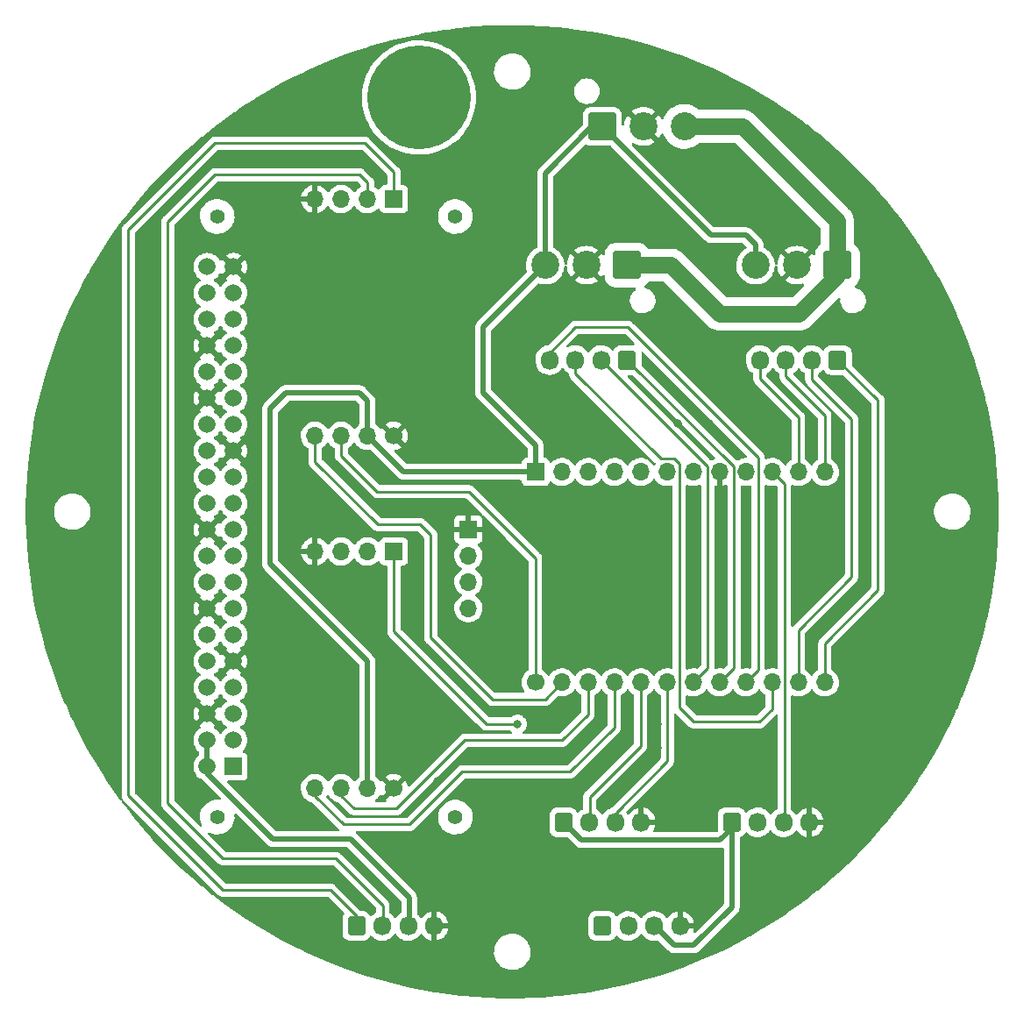
<source format=gbr>
%TF.GenerationSoftware,KiCad,Pcbnew,(6.0.4)*%
%TF.CreationDate,2022-05-02T15:33:22+09:00*%
%TF.ProjectId,0425,30343235-2e6b-4696-9361-645f70636258,rev?*%
%TF.SameCoordinates,Original*%
%TF.FileFunction,Copper,L1,Top*%
%TF.FilePolarity,Positive*%
%FSLAX46Y46*%
G04 Gerber Fmt 4.6, Leading zero omitted, Abs format (unit mm)*
G04 Created by KiCad (PCBNEW (6.0.4)) date 2022-05-02 15:33:22*
%MOMM*%
%LPD*%
G01*
G04 APERTURE LIST*
G04 Aperture macros list*
%AMRoundRect*
0 Rectangle with rounded corners*
0 $1 Rounding radius*
0 $2 $3 $4 $5 $6 $7 $8 $9 X,Y pos of 4 corners*
0 Add a 4 corners polygon primitive as box body*
4,1,4,$2,$3,$4,$5,$6,$7,$8,$9,$2,$3,0*
0 Add four circle primitives for the rounded corners*
1,1,$1+$1,$2,$3*
1,1,$1+$1,$4,$5*
1,1,$1+$1,$6,$7*
1,1,$1+$1,$8,$9*
0 Add four rect primitives between the rounded corners*
20,1,$1+$1,$2,$3,$4,$5,0*
20,1,$1+$1,$4,$5,$6,$7,0*
20,1,$1+$1,$6,$7,$8,$9,0*
20,1,$1+$1,$8,$9,$2,$3,0*%
G04 Aperture macros list end*
%TA.AperFunction,ComponentPad*%
%ADD10R,1.700000X1.700000*%
%TD*%
%TA.AperFunction,ComponentPad*%
%ADD11O,1.700000X1.700000*%
%TD*%
%TA.AperFunction,ComponentPad*%
%ADD12C,1.700000*%
%TD*%
%TA.AperFunction,ComponentPad*%
%ADD13RoundRect,0.250001X-1.099999X-1.099999X1.099999X-1.099999X1.099999X1.099999X-1.099999X1.099999X0*%
%TD*%
%TA.AperFunction,ComponentPad*%
%ADD14C,2.700000*%
%TD*%
%TA.AperFunction,ComponentPad*%
%ADD15RoundRect,0.250001X1.099999X1.099999X-1.099999X1.099999X-1.099999X-1.099999X1.099999X-1.099999X0*%
%TD*%
%TA.AperFunction,ComponentPad*%
%ADD16RoundRect,0.250000X-0.600000X-0.675000X0.600000X-0.675000X0.600000X0.675000X-0.600000X0.675000X0*%
%TD*%
%TA.AperFunction,ComponentPad*%
%ADD17O,1.700000X1.850000*%
%TD*%
%TA.AperFunction,ComponentPad*%
%ADD18RoundRect,0.250000X0.600000X0.675000X-0.600000X0.675000X-0.600000X-0.675000X0.600000X-0.675000X0*%
%TD*%
%TA.AperFunction,ComponentPad*%
%ADD19R,1.665000X1.665000*%
%TD*%
%TA.AperFunction,ComponentPad*%
%ADD20C,1.665000*%
%TD*%
%TA.AperFunction,ComponentPad*%
%ADD21C,1.400000*%
%TD*%
%TA.AperFunction,WasherPad*%
%ADD22C,10.000000*%
%TD*%
%TA.AperFunction,ViaPad*%
%ADD23C,0.800000*%
%TD*%
%TA.AperFunction,Conductor*%
%ADD24C,1.600000*%
%TD*%
%TA.AperFunction,Conductor*%
%ADD25C,0.500000*%
%TD*%
%TA.AperFunction,Conductor*%
%ADD26C,0.250000*%
%TD*%
G04 APERTURE END LIST*
D10*
%TO.P,J10,1,Pin_1*%
%TO.N,GND*%
X138270000Y-79190000D03*
D11*
%TO.P,J10,2,Pin_2*%
%TO.N,+5V*%
X138270000Y-81730000D03*
%TO.P,J10,3,Pin_3*%
%TO.N,/SDA*%
X138270000Y-84270000D03*
%TO.P,J10,4,Pin_4*%
%TO.N,/SCL*%
X138270000Y-86810000D03*
%TD*%
D10*
%TO.P,J9,1,VCC*%
%TO.N,+5V*%
X144760000Y-73660000D03*
D11*
%TO.P,J9,2,RX-IN*%
%TO.N,/RX-IN*%
X147300000Y-73660000D03*
%TO.P,J9,3,TX*%
%TO.N,/TX-IN*%
X149840000Y-73660000D03*
%TO.P,J9,4,S1*%
%TO.N,/S1*%
X152380000Y-73660000D03*
%TO.P,J9,5,S2*%
%TO.N,/S2*%
X154920000Y-73660000D03*
%TO.P,J9,6,S3*%
%TO.N,/S3*%
X157460000Y-73660000D03*
%TO.P,J9,7,EN*%
%TO.N,unconnected-(J9-Pad7)*%
X160000000Y-73660000D03*
%TO.P,J9,8,GND*%
%TO.N,GND*%
X162540000Y-73660000D03*
%TO.P,J9,9,RX-P8*%
%TO.N,/RX-P8*%
X165080000Y-73660000D03*
%TO.P,J9,10,TX*%
%TO.N,/TX-P8*%
X167620000Y-73660000D03*
%TO.P,J9,11,RX-P7*%
%TO.N,/RX-P7*%
X170160000Y-73660000D03*
%TO.P,J9,12,TX*%
%TO.N,/TX-P7*%
X172700000Y-73660000D03*
D12*
%TO.P,J9,13,RX-P1*%
%TO.N,/RX-P1*%
X144760000Y-93980000D03*
D11*
%TO.P,J9,14,TX*%
%TO.N,/TX-P1*%
X147300000Y-93980000D03*
%TO.P,J9,15,RX-P2*%
%TO.N,/RX-P2*%
X149840000Y-93980000D03*
%TO.P,J9,16,TX*%
%TO.N,/TX-P2*%
X152380000Y-93980000D03*
%TO.P,J9,17,RX-P3*%
%TO.N,/RX-P3*%
X154920000Y-93980000D03*
%TO.P,J9,18,TX*%
%TO.N,/TX-P3*%
X157460000Y-93980000D03*
%TO.P,J9,19,RX-P4*%
%TO.N,/RX-P4*%
X160000000Y-93980000D03*
%TO.P,J9,20,TX*%
%TO.N,/TX-P4*%
X162540000Y-93980000D03*
%TO.P,J9,21,RX-P5*%
%TO.N,/RX-P5*%
X165080000Y-93980000D03*
%TO.P,J9,22,TX*%
%TO.N,/TX-P5*%
X167620000Y-93980000D03*
%TO.P,J9,23,RX-P6*%
%TO.N,/RX-P6*%
X170160000Y-93980000D03*
%TO.P,J9,24,TX*%
%TO.N,/TX-P6*%
X172700000Y-93980000D03*
%TD*%
D13*
%TO.P,J3,1,Pin_1*%
%TO.N,+5V*%
X151202500Y-40290000D03*
D14*
%TO.P,J3,2,Pin_2*%
%TO.N,GND*%
X155162500Y-40290000D03*
%TO.P,J3,3,Pin_3*%
%TO.N,+12V*%
X159122500Y-40290000D03*
%TD*%
D15*
%TO.P,J2,1,Pin_1*%
%TO.N,+12V*%
X173917500Y-53690000D03*
D14*
%TO.P,J2,2,Pin_2*%
%TO.N,GND*%
X169957500Y-53690000D03*
%TO.P,J2,3,Pin_3*%
%TO.N,+5V*%
X165997500Y-53690000D03*
%TD*%
D15*
%TO.P,J1,1,Pin_1*%
%TO.N,+12V*%
X153597500Y-53690000D03*
D14*
%TO.P,J1,2,Pin_2*%
%TO.N,GND*%
X149637500Y-53690000D03*
%TO.P,J1,3,Pin_3*%
%TO.N,+5V*%
X145677500Y-53690000D03*
%TD*%
D16*
%TO.P,J6,1,Pin_1*%
%TO.N,+5V*%
X147460000Y-107500000D03*
D17*
%TO.P,J6,2,Pin_2*%
%TO.N,/RX-P3*%
X149960000Y-107500000D03*
%TO.P,J6,3,Pin_3*%
%TO.N,/TX-P3*%
X152460000Y-107500000D03*
%TO.P,J6,4,Pin_4*%
%TO.N,GND*%
X154960000Y-107500000D03*
%TD*%
D16*
%TO.P,Oxyzen_Sensor_2,1,Pin_1*%
%TO.N,Net-(Oxyzen_Sensor_2-Pad1)*%
X151200000Y-117500000D03*
D17*
%TO.P,Oxyzen_Sensor_2,2,Pin_2*%
%TO.N,Net-(Oxyzen_Sensor_2-Pad2)*%
X153700000Y-117500000D03*
%TO.P,Oxyzen_Sensor_2,3,Pin_3*%
%TO.N,+5V*%
X156200000Y-117500000D03*
%TO.P,Oxyzen_Sensor_2,4,Pin_4*%
%TO.N,GND*%
X158700000Y-117500000D03*
%TD*%
D18*
%TO.P,J5,1,Pin_1*%
%TO.N,/TX-P6*%
X173930000Y-62850000D03*
D17*
%TO.P,J5,2,Pin_2*%
%TO.N,/RX-P6*%
X171430000Y-62850000D03*
%TO.P,J5,3,Pin_3*%
%TO.N,/TX-P7*%
X168930000Y-62850000D03*
%TO.P,J5,4,Pin_4*%
%TO.N,/RX-P7*%
X166430000Y-62850000D03*
%TD*%
D19*
%TO.P,J8,1,Pin_1*%
%TO.N,unconnected-(J8-Pad1)*%
X115590000Y-102110000D03*
D20*
%TO.P,J8,2,Pin_2*%
%TO.N,+5V*%
X113050000Y-102110000D03*
%TO.P,J8,3,Pin_3*%
%TO.N,/SDA*%
X115590000Y-99570000D03*
%TO.P,J8,4,Pin_4*%
%TO.N,+5V*%
X113050000Y-99570000D03*
%TO.P,J8,5,Pin_5*%
%TO.N,/SCL*%
X115590000Y-97030000D03*
%TO.P,J8,6,Pin_6*%
%TO.N,GND*%
X113050000Y-97030000D03*
%TO.P,J8,7,Pin_7*%
%TO.N,unconnected-(J8-Pad7)*%
X115590000Y-94490000D03*
%TO.P,J8,8,Pin_8*%
%TO.N,/RX-IN*%
X113050000Y-94490000D03*
%TO.P,J8,9,Pin_9*%
%TO.N,GND*%
X115590000Y-91950000D03*
%TO.P,J8,10,Pin_10*%
%TO.N,/TX-IN*%
X113050000Y-91950000D03*
%TO.P,J8,11,Pin_11*%
%TO.N,unconnected-(J8-Pad11)*%
X115590000Y-89410000D03*
%TO.P,J8,12,Pin_12*%
%TO.N,unconnected-(J8-Pad12)*%
X113050000Y-89410000D03*
%TO.P,J8,13,Pin_13*%
%TO.N,unconnected-(J8-Pad13)*%
X115590000Y-86870000D03*
%TO.P,J8,14,Pin_14*%
%TO.N,GND*%
X113050000Y-86870000D03*
%TO.P,J8,15,Pin_15*%
%TO.N,unconnected-(J8-Pad15)*%
X115590000Y-84330000D03*
%TO.P,J8,16,Pin_16*%
%TO.N,unconnected-(J8-Pad16)*%
X113050000Y-84330000D03*
%TO.P,J8,17,Pin_17*%
%TO.N,unconnected-(J8-Pad17)*%
X115590000Y-81790000D03*
%TO.P,J8,18,Pin_18*%
%TO.N,unconnected-(J8-Pad18)*%
X113050000Y-81790000D03*
%TO.P,J8,19,Pin_19*%
%TO.N,unconnected-(J8-Pad19)*%
X115590000Y-79250000D03*
%TO.P,J8,20,Pin_20*%
%TO.N,GND*%
X113050000Y-79250000D03*
%TO.P,J8,21,Pin_21*%
%TO.N,unconnected-(J8-Pad21)*%
X115590000Y-76710000D03*
%TO.P,J8,22,Pin_22*%
%TO.N,unconnected-(J8-Pad22)*%
X113050000Y-76710000D03*
%TO.P,J8,23,Pin_23*%
%TO.N,unconnected-(J8-Pad23)*%
X115590000Y-74170000D03*
%TO.P,J8,24,Pin_24*%
%TO.N,unconnected-(J8-Pad24)*%
X113050000Y-74170000D03*
%TO.P,J8,25,Pin_25*%
%TO.N,GND*%
X115590000Y-71630000D03*
%TO.P,J8,26,Pin_26*%
%TO.N,unconnected-(J8-Pad26)*%
X113050000Y-71630000D03*
%TO.P,J8,27,Pin_27*%
%TO.N,unconnected-(J8-Pad27)*%
X115590000Y-69090000D03*
%TO.P,J8,28,Pin_28*%
%TO.N,unconnected-(J8-Pad28)*%
X113050000Y-69090000D03*
%TO.P,J8,29,Pin_29*%
%TO.N,unconnected-(J8-Pad29)*%
X115590000Y-66550000D03*
%TO.P,J8,30,Pin_30*%
%TO.N,GND*%
X113050000Y-66550000D03*
%TO.P,J8,31,Pin_31*%
%TO.N,unconnected-(J8-Pad31)*%
X115590000Y-64010000D03*
%TO.P,J8,32,Pin_32*%
%TO.N,unconnected-(J8-Pad32)*%
X113050000Y-64010000D03*
%TO.P,J8,33,Pin_33*%
%TO.N,unconnected-(J8-Pad33)*%
X115590000Y-61470000D03*
%TO.P,J8,34,Pin_34*%
%TO.N,GND*%
X113050000Y-61470000D03*
%TO.P,J8,35,Pin_35*%
%TO.N,unconnected-(J8-Pad35)*%
X115590000Y-58930000D03*
%TO.P,J8,36,Pin_36*%
%TO.N,/S1*%
X113050000Y-58930000D03*
%TO.P,J8,37,Pin_37*%
%TO.N,unconnected-(J8-Pad37)*%
X115590000Y-56390000D03*
%TO.P,J8,38,Pin_38*%
%TO.N,/S2*%
X113050000Y-56390000D03*
%TO.P,J8,39,Pin_39*%
%TO.N,GND*%
X115590000Y-53850000D03*
%TO.P,J8,40,Pin_40*%
%TO.N,/S3*%
X113050000Y-53850000D03*
D21*
%TO.P,J8,MH1,MH1*%
%TO.N,unconnected-(J8-PadMH1)*%
X114010000Y-106980000D03*
%TO.P,J8,MH2,MH2*%
%TO.N,unconnected-(J8-PadMH2)*%
X137010000Y-106980000D03*
%TO.P,J8,MH3,MH3*%
%TO.N,unconnected-(J8-PadMH3)*%
X137010000Y-48980000D03*
%TO.P,J8,MH4,MH4*%
%TO.N,unconnected-(J8-PadMH4)*%
X114010000Y-48980000D03*
%TD*%
D18*
%TO.P,J4,1,Pin_1*%
%TO.N,/TX-P4*%
X153610000Y-62850000D03*
D17*
%TO.P,J4,2,Pin_2*%
%TO.N,/RX-P4*%
X151110000Y-62850000D03*
%TO.P,J4,3,Pin_3*%
%TO.N,/TX-P5*%
X148610000Y-62850000D03*
%TO.P,J4,4,Pin_4*%
%TO.N,/RX-P5*%
X146110000Y-62850000D03*
%TD*%
D16*
%TO.P,Oxyzen_Sensor_1,1,Pin_1*%
%TO.N,Net-(Oxyzen_Sensor_1-Pad1)*%
X127460000Y-117500000D03*
D17*
%TO.P,Oxyzen_Sensor_1,2,Pin_2*%
%TO.N,Net-(Oxyzen_Sensor_1-Pad2)*%
X129960000Y-117500000D03*
%TO.P,Oxyzen_Sensor_1,3,Pin_3*%
%TO.N,+5V*%
X132460000Y-117500000D03*
%TO.P,Oxyzen_Sensor_1,4,Pin_4*%
%TO.N,GND*%
X134960000Y-117500000D03*
%TD*%
D16*
%TO.P,J7,1,Pin_1*%
%TO.N,+5V*%
X163700000Y-107500000D03*
D17*
%TO.P,J7,2,Pin_2*%
%TO.N,/RX-P8*%
X166200000Y-107500000D03*
%TO.P,J7,3,Pin_3*%
%TO.N,/TX-P8*%
X168700000Y-107500000D03*
%TO.P,J7,4,Pin_4*%
%TO.N,GND*%
X171200000Y-107500000D03*
%TD*%
D22*
%TO.P,H5,*%
%TO.N,*%
X133500000Y-37500000D03*
%TD*%
D12*
%TO.P,Rs232_to_ttl1,1,GND*%
%TO.N,GND*%
X131064000Y-70164000D03*
D11*
%TO.P,Rs232_to_ttl1,2,VCC*%
%TO.N,+5V*%
X128524000Y-70164000D03*
%TO.P,Rs232_to_ttl1,3,RX*%
%TO.N,/RX-P1*%
X125984000Y-70164000D03*
%TO.P,Rs232_to_ttl1,4,TX*%
%TO.N,/TX-P1*%
X123444000Y-70164000D03*
%TO.P,Rs232_to_ttl1,5,GND*%
%TO.N,GND*%
X123444000Y-47304000D03*
%TO.P,Rs232_to_ttl1,6,VCC*%
%TO.N,unconnected-(Rs232_to_ttl1-Pad6)*%
X125984000Y-47304000D03*
%TO.P,Rs232_to_ttl1,7,RX*%
%TO.N,Net-(Oxyzen_Sensor_1-Pad2)*%
X128524000Y-47304000D03*
D10*
%TO.P,Rs232_to_ttl1,8,TX*%
%TO.N,Net-(Oxyzen_Sensor_1-Pad1)*%
X131064000Y-47304000D03*
%TD*%
D12*
%TO.P,Rs232_to_ttl2,1,GND*%
%TO.N,GND*%
X131064000Y-104200000D03*
D11*
%TO.P,Rs232_to_ttl2,2,VCC*%
%TO.N,+5V*%
X128524000Y-104200000D03*
%TO.P,Rs232_to_ttl2,3,RX*%
%TO.N,/RX-P2*%
X125984000Y-104200000D03*
%TO.P,Rs232_to_ttl2,4,TX*%
%TO.N,/TX-P2*%
X123444000Y-104200000D03*
%TO.P,Rs232_to_ttl2,5,GND*%
%TO.N,GND*%
X123444000Y-81340000D03*
%TO.P,Rs232_to_ttl2,6,VCC*%
%TO.N,unconnected-(Rs232_to_ttl2-Pad6)*%
X125984000Y-81340000D03*
%TO.P,Rs232_to_ttl2,7,RX*%
%TO.N,Net-(Oxyzen_Sensor_2-Pad2)*%
X128524000Y-81340000D03*
D10*
%TO.P,Rs232_to_ttl2,8,TX*%
%TO.N,Net-(Oxyzen_Sensor_2-Pad1)*%
X131064000Y-81340000D03*
%TD*%
D23*
%TO.N,GND*%
X107442000Y-73406000D03*
X172085000Y-78105000D03*
X124206000Y-112522000D03*
X122555000Y-54610000D03*
X152400000Y-104775000D03*
X166250000Y-48750000D03*
X152400000Y-60960000D03*
X160000000Y-63250000D03*
X131750000Y-54500000D03*
X147320000Y-88900000D03*
X147320000Y-78105000D03*
X111760000Y-105410000D03*
X132715000Y-76835000D03*
X176500000Y-73750000D03*
X160020000Y-88900000D03*
X159000000Y-45500000D03*
X171450000Y-69215000D03*
X162250000Y-61000000D03*
X160020000Y-78105000D03*
X107442000Y-60452000D03*
X149860000Y-88900000D03*
X142240000Y-88900000D03*
X107442000Y-54610000D03*
X162250000Y-65750000D03*
X132715000Y-83820000D03*
X145750000Y-69000000D03*
X167640000Y-78105000D03*
X152400000Y-78105000D03*
X107442000Y-80010000D03*
X115570000Y-109220000D03*
X164500000Y-48750000D03*
X162560000Y-78105000D03*
X143000000Y-100965000D03*
X143510000Y-66675000D03*
X136000000Y-83820000D03*
X160020000Y-60960000D03*
X162750000Y-45500000D03*
X131750000Y-61000000D03*
X142240000Y-83820000D03*
X164500000Y-44000000D03*
X152400000Y-88900000D03*
X158500000Y-69000000D03*
X107442000Y-67310000D03*
X122555000Y-60960000D03*
X154940000Y-78105000D03*
X107442000Y-92964000D03*
X161500000Y-69000000D03*
X162250000Y-63250000D03*
X172085000Y-83820000D03*
X168000000Y-48750000D03*
X136500000Y-68500000D03*
X176530000Y-69250000D03*
X151500000Y-69000000D03*
X165100000Y-78105000D03*
X161000000Y-44000000D03*
X121158000Y-112522000D03*
X176530000Y-78000000D03*
X107442000Y-87122000D03*
X107442000Y-103886000D03*
X162750000Y-44000000D03*
X164500000Y-45500000D03*
X161000000Y-45500000D03*
X157750000Y-61000000D03*
X162560000Y-88900000D03*
X136000000Y-78000000D03*
X163830000Y-96520000D03*
X118110000Y-112522000D03*
X127000000Y-54610000D03*
X162750000Y-48750000D03*
X107442000Y-98552000D03*
X166750000Y-69250000D03*
X156500000Y-100330000D03*
X136500000Y-54610000D03*
X136500000Y-60960000D03*
X149860000Y-78105000D03*
X167640000Y-88900000D03*
X165100000Y-88900000D03*
X127000000Y-60960000D03*
X135255000Y-103505000D03*
X115570000Y-112522000D03*
X149225000Y-66675000D03*
X154940000Y-88900000D03*
X156500000Y-98000000D03*
X128524000Y-112522000D03*
%TO.N,Net-(Oxyzen_Sensor_2-Pad1)*%
X143000000Y-98000000D03*
%TD*%
D24*
%TO.N,+12V*%
X170180000Y-58420000D02*
X173917500Y-54682500D01*
X153597500Y-53690000D02*
X157830000Y-53690000D01*
X159122500Y-40290000D02*
X164750000Y-40290000D01*
X173917500Y-54682500D02*
X173917500Y-53690000D01*
X173917500Y-49457500D02*
X173917500Y-53690000D01*
X162560000Y-58420000D02*
X170180000Y-58420000D01*
X164750000Y-40290000D02*
X173917500Y-49457500D01*
X157830000Y-53690000D02*
X162560000Y-58420000D01*
D25*
%TO.N,+5V*%
X119126000Y-67564000D02*
X120650000Y-66040000D01*
X151202500Y-40290000D02*
X150210000Y-40290000D01*
X119380000Y-109093000D02*
X126873000Y-109093000D01*
X128524000Y-91948000D02*
X119126000Y-82550000D01*
X158160000Y-119380000D02*
X156280000Y-117500000D01*
X161712500Y-50800000D02*
X165100000Y-50800000D01*
X128524000Y-66802000D02*
X128524000Y-70164000D01*
X126873000Y-109093000D02*
X132540000Y-114760000D01*
X151202500Y-40290000D02*
X161712500Y-50800000D01*
X145677500Y-53690000D02*
X139700000Y-59667500D01*
X113050000Y-102763000D02*
X119380000Y-109093000D01*
X165100000Y-50800000D02*
X165997500Y-51697500D01*
X144760000Y-71100000D02*
X144760000Y-73660000D01*
X139700000Y-59667500D02*
X139700000Y-66040000D01*
X139700000Y-66040000D02*
X144760000Y-71100000D01*
X132020000Y-73660000D02*
X144760000Y-73660000D01*
X145677500Y-44822500D02*
X145677500Y-53690000D01*
X128524000Y-104200000D02*
X128524000Y-91948000D01*
X113050000Y-102110000D02*
X113050000Y-102763000D01*
X163700000Y-115700000D02*
X160020000Y-119380000D01*
X128524000Y-70164000D02*
X132020000Y-73660000D01*
X162560000Y-109220000D02*
X163700000Y-108080000D01*
X119126000Y-82550000D02*
X119126000Y-67564000D01*
X150210000Y-40290000D02*
X145677500Y-44822500D01*
X149180000Y-109220000D02*
X162560000Y-109220000D01*
X160020000Y-119380000D02*
X158160000Y-119380000D01*
X113050000Y-99570000D02*
X113050000Y-102110000D01*
X120650000Y-66040000D02*
X127762000Y-66040000D01*
X163700000Y-108080000D02*
X163700000Y-107500000D01*
X127762000Y-66040000D02*
X128524000Y-66802000D01*
X165997500Y-51697500D02*
X165997500Y-53690000D01*
X147460000Y-107500000D02*
X149180000Y-109220000D01*
X132540000Y-114760000D02*
X132540000Y-117500000D01*
X163700000Y-107500000D02*
X163700000Y-115700000D01*
D26*
%TO.N,/TX-P4*%
X163905489Y-92614511D02*
X162540000Y-93980000D01*
X153610000Y-62850000D02*
X163905489Y-73145489D01*
X163905489Y-73145489D02*
X163905489Y-92614511D01*
%TO.N,/RX-P4*%
X161365489Y-73105489D02*
X161365489Y-92614511D01*
X161365489Y-92614511D02*
X160000000Y-93980000D01*
X151110000Y-62850000D02*
X161365489Y-73105489D01*
%TO.N,/TX-P5*%
X148610000Y-64155000D02*
X156845000Y-72390000D01*
X158634511Y-96404511D02*
X160020000Y-97790000D01*
X148610000Y-62850000D02*
X148610000Y-64155000D01*
X167620000Y-96540000D02*
X167620000Y-93980000D01*
X158634511Y-72909511D02*
X158634511Y-96404511D01*
X158115000Y-72390000D02*
X158634511Y-72909511D01*
X160020000Y-97790000D02*
X166370000Y-97790000D01*
X156845000Y-72390000D02*
X158115000Y-72390000D01*
X166370000Y-97790000D02*
X167620000Y-96540000D01*
%TO.N,/RX-P5*%
X166254511Y-72274511D02*
X166254511Y-92805489D01*
X148590000Y-59690000D02*
X153670000Y-59690000D01*
X146110000Y-62850000D02*
X146110000Y-62170000D01*
X153670000Y-59690000D02*
X166254511Y-72274511D01*
X146110000Y-62170000D02*
X148590000Y-59690000D01*
X166254511Y-92805489D02*
X165080000Y-93980000D01*
%TO.N,/TX-P6*%
X177800000Y-85090000D02*
X172700000Y-90190000D01*
X177800000Y-66720000D02*
X177800000Y-85090000D01*
X173930000Y-62850000D02*
X177800000Y-66720000D01*
X172700000Y-90190000D02*
X172700000Y-93980000D01*
%TO.N,/RX-P6*%
X175260000Y-83820000D02*
X170160000Y-88920000D01*
X171430000Y-62850000D02*
X171430000Y-64750000D01*
X175260000Y-68580000D02*
X175260000Y-83820000D01*
X170160000Y-88920000D02*
X170160000Y-93980000D01*
X171430000Y-64750000D02*
X175260000Y-68580000D01*
%TO.N,/TX-P7*%
X172700000Y-68200000D02*
X172700000Y-73660000D01*
X168930000Y-62850000D02*
X168930000Y-64430000D01*
X168930000Y-64430000D02*
X172700000Y-68200000D01*
%TO.N,/RX-P7*%
X166430000Y-62850000D02*
X166430000Y-64680000D01*
X170160000Y-68410000D02*
X170160000Y-73660000D01*
X166430000Y-64680000D02*
X170160000Y-68410000D01*
%TO.N,/RX-P3*%
X150000000Y-105016000D02*
X150000000Y-107500000D01*
X154920000Y-100096000D02*
X150000000Y-105016000D01*
X154920000Y-93980000D02*
X154920000Y-100096000D01*
%TO.N,/TX-P3*%
X157480000Y-101600000D02*
X152540000Y-106540000D01*
X157480000Y-94000000D02*
X157480000Y-101600000D01*
X152540000Y-106540000D02*
X152540000Y-107500000D01*
X157460000Y-93980000D02*
X157480000Y-94000000D01*
%TO.N,/TX-P8*%
X168794511Y-107405489D02*
X168700000Y-107500000D01*
X167620000Y-73660000D02*
X168794511Y-74834511D01*
X168794511Y-74834511D02*
X168794511Y-107405489D01*
%TO.N,/RX-P1*%
X144760000Y-82022000D02*
X144760000Y-93980000D01*
X138303000Y-75565000D02*
X144760000Y-82022000D01*
X125984000Y-70164000D02*
X125984000Y-72068282D01*
X125984000Y-72068282D02*
X129480718Y-75565000D01*
X129480718Y-75565000D02*
X138303000Y-75565000D01*
%TO.N,/TX-P1*%
X133604000Y-78740000D02*
X134620000Y-79756000D01*
X145659000Y-95621000D02*
X147300000Y-93980000D01*
X140579000Y-95621000D02*
X145659000Y-95621000D01*
X123444000Y-70164000D02*
X123444000Y-72674000D01*
X134620000Y-89662000D02*
X140579000Y-95621000D01*
X123444000Y-72674000D02*
X129510000Y-78740000D01*
X129510000Y-78740000D02*
X133604000Y-78740000D01*
X134620000Y-79756000D02*
X134620000Y-89662000D01*
%TO.N,/RX-P2*%
X149840000Y-97048000D02*
X147320000Y-99568000D01*
X131318000Y-106172000D02*
X127224000Y-106172000D01*
X149840000Y-93980000D02*
X149840000Y-97048000D01*
X127224000Y-106172000D02*
X125984000Y-104932000D01*
X137922000Y-99568000D02*
X131318000Y-106172000D01*
X147320000Y-99568000D02*
X137922000Y-99568000D01*
X125984000Y-104932000D02*
X125984000Y-104200000D01*
%TO.N,/TX-P2*%
X152380000Y-93980000D02*
X152380000Y-98318000D01*
X148082000Y-102616000D02*
X137668000Y-102616000D01*
X132588000Y-107696000D02*
X126208000Y-107696000D01*
X123444000Y-104932000D02*
X123444000Y-104200000D01*
X126208000Y-107696000D02*
X123444000Y-104932000D01*
X152380000Y-98318000D02*
X148082000Y-102616000D01*
X137668000Y-102616000D02*
X132588000Y-107696000D01*
%TO.N,Net-(Oxyzen_Sensor_1-Pad1)*%
X131064000Y-44704000D02*
X128270000Y-41910000D01*
X114554000Y-114046000D02*
X124968000Y-114046000D01*
X124968000Y-114046000D02*
X127460000Y-116538000D01*
X105410000Y-50292000D02*
X105410000Y-104902000D01*
X113792000Y-41910000D02*
X105410000Y-50292000D01*
X127460000Y-116538000D02*
X127460000Y-117500000D01*
X105410000Y-104902000D02*
X114554000Y-114046000D01*
X131064000Y-47304000D02*
X131064000Y-44704000D01*
X128270000Y-41910000D02*
X113792000Y-41910000D01*
%TO.N,Net-(Oxyzen_Sensor_1-Pad2)*%
X125476000Y-110998000D02*
X130000000Y-115522000D01*
X128524000Y-47304000D02*
X128524000Y-45720000D01*
X109220000Y-49530000D02*
X109220000Y-105664000D01*
X130000000Y-115522000D02*
X130000000Y-117500000D01*
X127762000Y-44958000D02*
X113792000Y-44958000D01*
X113792000Y-44958000D02*
X109220000Y-49530000D01*
X114554000Y-110998000D02*
X125476000Y-110998000D01*
X128524000Y-45720000D02*
X127762000Y-44958000D01*
X109220000Y-105664000D02*
X114554000Y-110998000D01*
%TO.N,Net-(Oxyzen_Sensor_2-Pad1)*%
X139500000Y-97500000D02*
X140000000Y-98000000D01*
X140000000Y-98000000D02*
X143000000Y-98000000D01*
X131064000Y-81340000D02*
X131064000Y-89064000D01*
X131064000Y-89064000D02*
X139500000Y-97500000D01*
%TD*%
%TA.AperFunction,Conductor*%
%TO.N,GND*%
G36*
X142829822Y-30509682D02*
G01*
X143216107Y-30517773D01*
X144138193Y-30537089D01*
X144141709Y-30537211D01*
X145172622Y-30587631D01*
X145448873Y-30601142D01*
X145452369Y-30601361D01*
X146757235Y-30701765D01*
X146760690Y-30702080D01*
X147928211Y-30824791D01*
X148062248Y-30838879D01*
X148065743Y-30839296D01*
X149362928Y-31012378D01*
X149366385Y-31012888D01*
X149982796Y-31112725D01*
X150658252Y-31222125D01*
X150661717Y-31222736D01*
X151947205Y-31467957D01*
X151950652Y-31468664D01*
X152571215Y-31605103D01*
X153228877Y-31749699D01*
X153232257Y-31750493D01*
X154502054Y-32067089D01*
X154505435Y-32067981D01*
X155765988Y-32419933D01*
X155769341Y-32420921D01*
X156752297Y-32725197D01*
X157019486Y-32807906D01*
X157022825Y-32808991D01*
X158261720Y-33230745D01*
X158264981Y-33231906D01*
X158865179Y-33455117D01*
X159491656Y-33688102D01*
X159494936Y-33689375D01*
X160708288Y-34179601D01*
X160711532Y-34180964D01*
X161910838Y-34704928D01*
X161913971Y-34706350D01*
X163098133Y-35263574D01*
X163101243Y-35265090D01*
X163882481Y-35659722D01*
X164269404Y-35855171D01*
X164272522Y-35856801D01*
X165423743Y-36479263D01*
X165426784Y-36480964D01*
X166560126Y-37135299D01*
X166563148Y-37137100D01*
X167677820Y-37822851D01*
X167680791Y-37824737D01*
X168775827Y-38541309D01*
X168778744Y-38543276D01*
X169246792Y-38868577D01*
X169853406Y-39290185D01*
X169856217Y-39292197D01*
X170715333Y-39925592D01*
X170909630Y-40068840D01*
X170912432Y-40070968D01*
X170975477Y-40120224D01*
X171780114Y-40748875D01*
X171943653Y-40876646D01*
X171946386Y-40878843D01*
X172184489Y-41075819D01*
X172954773Y-41713054D01*
X172957453Y-41715335D01*
X173174750Y-41905564D01*
X173926308Y-42563502D01*
X173942116Y-42577341D01*
X173944720Y-42579685D01*
X174422516Y-43022129D01*
X174904958Y-43468875D01*
X174907506Y-43471302D01*
X175842547Y-44386963D01*
X175845026Y-44389459D01*
X176295284Y-44855715D01*
X176746563Y-45323027D01*
X176754120Y-45330853D01*
X176756528Y-45333418D01*
X177638966Y-46299810D01*
X177641302Y-46302441D01*
X178496416Y-47293101D01*
X178498678Y-47295796D01*
X178510002Y-47309681D01*
X179305065Y-48284523D01*
X179325818Y-48309969D01*
X179327995Y-48312716D01*
X179489660Y-48522642D01*
X180126501Y-49349598D01*
X180128608Y-49352415D01*
X180897831Y-50411160D01*
X180899859Y-50414035D01*
X181508768Y-51303323D01*
X181631498Y-51482565D01*
X181639230Y-51493858D01*
X181641177Y-51496789D01*
X182350092Y-52596810D01*
X182351957Y-52599794D01*
X183029900Y-53719210D01*
X183031680Y-53722244D01*
X183131969Y-53898784D01*
X183647707Y-54806647D01*
X183678103Y-54860154D01*
X183679787Y-54863219D01*
X183846861Y-55177438D01*
X184294170Y-56018704D01*
X184295779Y-56021833D01*
X184877684Y-57194074D01*
X184879204Y-57197247D01*
X184954704Y-57360643D01*
X185398241Y-58320544D01*
X185428133Y-58385237D01*
X185429554Y-58388428D01*
X185942090Y-59584264D01*
X185945109Y-59591307D01*
X185946450Y-59594560D01*
X186428222Y-60811378D01*
X186429471Y-60814667D01*
X186877077Y-62044456D01*
X186878206Y-62047697D01*
X187143175Y-62844224D01*
X187291303Y-63289514D01*
X187292367Y-63292868D01*
X187670618Y-64545695D01*
X187671588Y-64549077D01*
X187900134Y-65390266D01*
X188012881Y-65805240D01*
X188014715Y-65811992D01*
X188015589Y-65815396D01*
X188081926Y-66089599D01*
X188323313Y-67087377D01*
X188324093Y-67090808D01*
X188596192Y-68370933D01*
X188596875Y-68374385D01*
X188809250Y-69531520D01*
X188833114Y-69661546D01*
X188833697Y-69664992D01*
X188870634Y-69903588D01*
X189033916Y-70958331D01*
X189034405Y-70961815D01*
X189198421Y-72260136D01*
X189198814Y-72263633D01*
X189247333Y-72758469D01*
X189323808Y-73538414D01*
X189326524Y-73566117D01*
X189326817Y-73569607D01*
X189336606Y-73709599D01*
X189418107Y-74875123D01*
X189418303Y-74878636D01*
X189473104Y-76186135D01*
X189473203Y-76189652D01*
X189491475Y-77498241D01*
X189491475Y-77501759D01*
X189473203Y-78810348D01*
X189473104Y-78813865D01*
X189418303Y-80121364D01*
X189418107Y-80124877D01*
X189382292Y-80637054D01*
X189335467Y-81306695D01*
X189326818Y-81430377D01*
X189326525Y-81433868D01*
X189266915Y-82041819D01*
X189198814Y-82736367D01*
X189198421Y-82739864D01*
X189034405Y-84038185D01*
X189033916Y-84041669D01*
X188953094Y-84563752D01*
X188836427Y-85317378D01*
X188833701Y-85334985D01*
X188833118Y-85338430D01*
X188676333Y-86192685D01*
X188596875Y-86625615D01*
X188596192Y-86629067D01*
X188324093Y-87909192D01*
X188323313Y-87912623D01*
X188164007Y-88571117D01*
X188017611Y-89176248D01*
X188015590Y-89184600D01*
X188014715Y-89188008D01*
X187671588Y-90450923D01*
X187670618Y-90454305D01*
X187292367Y-91707132D01*
X187291303Y-91710486D01*
X187224346Y-91911767D01*
X186914035Y-92844598D01*
X186878216Y-92952273D01*
X186877077Y-92955544D01*
X186484221Y-94034909D01*
X186429471Y-94185333D01*
X186428222Y-94188622D01*
X186159579Y-94867137D01*
X185975316Y-95332534D01*
X185946450Y-95405440D01*
X185945110Y-95408690D01*
X185447544Y-96569599D01*
X185429564Y-96611549D01*
X185428143Y-96614740D01*
X185137047Y-97244730D01*
X184879204Y-97802753D01*
X184877684Y-97805926D01*
X184295779Y-98978167D01*
X184294170Y-98981296D01*
X184232187Y-99097870D01*
X183680169Y-100136065D01*
X183679798Y-100136762D01*
X183678113Y-100139827D01*
X183336292Y-100741542D01*
X183031680Y-101277756D01*
X183029900Y-101280790D01*
X182351957Y-102400206D01*
X182350092Y-102403190D01*
X181802827Y-103252379D01*
X181643493Y-103499618D01*
X181641177Y-103503211D01*
X181639230Y-103506142D01*
X180899859Y-104585965D01*
X180897831Y-104588840D01*
X180128608Y-105647585D01*
X180126501Y-105650402D01*
X179683466Y-106225695D01*
X179330334Y-106684248D01*
X179328004Y-106687273D01*
X179325827Y-106690019D01*
X178812229Y-107319753D01*
X178498678Y-107704204D01*
X178496416Y-107706899D01*
X177641302Y-108697559D01*
X177638966Y-108700190D01*
X176761936Y-109660660D01*
X176756528Y-109666582D01*
X176754121Y-109669145D01*
X176622657Y-109805281D01*
X175845026Y-110610541D01*
X175842547Y-110613037D01*
X174907506Y-111528698D01*
X174904962Y-111531121D01*
X174421225Y-111979067D01*
X173944731Y-112420305D01*
X173942116Y-112422659D01*
X172957453Y-113284665D01*
X172954773Y-113286946D01*
X172615713Y-113567441D01*
X172015346Y-114064109D01*
X171946395Y-114121150D01*
X171943662Y-114123347D01*
X171280244Y-114641666D01*
X170912432Y-114929032D01*
X170909630Y-114931160D01*
X169856217Y-115707803D01*
X169853406Y-115709815D01*
X169304753Y-116091139D01*
X168778744Y-116456724D01*
X168775827Y-116458691D01*
X167680791Y-117175263D01*
X167677820Y-117177149D01*
X167112684Y-117524823D01*
X166711187Y-117771826D01*
X166563148Y-117862900D01*
X166560136Y-117864695D01*
X165508223Y-118472018D01*
X165426799Y-118519028D01*
X165423743Y-118520737D01*
X164672089Y-118927154D01*
X164272522Y-119143199D01*
X164269404Y-119144829D01*
X163101243Y-119734910D01*
X163098133Y-119736426D01*
X161913971Y-120293650D01*
X161910838Y-120295072D01*
X161088747Y-120654235D01*
X160711532Y-120819036D01*
X160708288Y-120820399D01*
X159494936Y-121310625D01*
X159491656Y-121311898D01*
X159152401Y-121438066D01*
X158264981Y-121768094D01*
X158261720Y-121769255D01*
X157022832Y-122191007D01*
X157019492Y-122192092D01*
X155769341Y-122579079D01*
X155765988Y-122580067D01*
X154505435Y-122932019D01*
X154502054Y-122932911D01*
X153232257Y-123249507D01*
X153228877Y-123250301D01*
X152701537Y-123366244D01*
X151950652Y-123531336D01*
X151947205Y-123532043D01*
X150661717Y-123777264D01*
X150658252Y-123777875D01*
X150012324Y-123882493D01*
X149366385Y-123987112D01*
X149362928Y-123987622D01*
X148275788Y-124132678D01*
X148065741Y-124160704D01*
X148062245Y-124161121D01*
X146760690Y-124297920D01*
X146757235Y-124298235D01*
X145452369Y-124398639D01*
X145448873Y-124398858D01*
X145172622Y-124412369D01*
X144141709Y-124462789D01*
X144138193Y-124462911D01*
X143216107Y-124482227D01*
X142829822Y-124490318D01*
X142826328Y-124490343D01*
X142208762Y-124486031D01*
X141517631Y-124481206D01*
X141514114Y-124481132D01*
X140206232Y-124435460D01*
X140202717Y-124435288D01*
X138896611Y-124353114D01*
X138893103Y-124352844D01*
X137707174Y-124244917D01*
X137589823Y-124234237D01*
X137586338Y-124233872D01*
X136976234Y-124161121D01*
X136286795Y-124078910D01*
X136283308Y-124078444D01*
X135895823Y-124021226D01*
X134988670Y-123887269D01*
X134985269Y-123886719D01*
X133696377Y-123659452D01*
X133692922Y-123658792D01*
X132411004Y-123395652D01*
X132407568Y-123394897D01*
X131133447Y-123096055D01*
X131130033Y-123095204D01*
X129864763Y-122760905D01*
X129861374Y-122759959D01*
X128605903Y-122390454D01*
X128602542Y-122389413D01*
X127357924Y-121985012D01*
X127354593Y-121983878D01*
X126121751Y-121544883D01*
X126118453Y-121543657D01*
X124898312Y-121070395D01*
X124895050Y-121069077D01*
X123688606Y-120561935D01*
X123685382Y-120560526D01*
X122687034Y-120107655D01*
X140739858Y-120107655D01*
X140775104Y-120366638D01*
X140776412Y-120371124D01*
X140776412Y-120371126D01*
X140796098Y-120438664D01*
X140848243Y-120617567D01*
X140957668Y-120854928D01*
X140960231Y-120858837D01*
X141098410Y-121069596D01*
X141098414Y-121069601D01*
X141100976Y-121073509D01*
X141275018Y-121268506D01*
X141475970Y-121435637D01*
X141479973Y-121438066D01*
X141695422Y-121568804D01*
X141695426Y-121568806D01*
X141699419Y-121571229D01*
X141940455Y-121672303D01*
X142193783Y-121736641D01*
X142198434Y-121737109D01*
X142198438Y-121737110D01*
X142391308Y-121756531D01*
X142410867Y-121758500D01*
X142566354Y-121758500D01*
X142568679Y-121758327D01*
X142568685Y-121758327D01*
X142756000Y-121744407D01*
X142756004Y-121744406D01*
X142760652Y-121744061D01*
X142765200Y-121743032D01*
X142765206Y-121743031D01*
X142951601Y-121700853D01*
X143015577Y-121686377D01*
X143051769Y-121672303D01*
X143254824Y-121593340D01*
X143254827Y-121593339D01*
X143259177Y-121591647D01*
X143486098Y-121461951D01*
X143691357Y-121300138D01*
X143870443Y-121109763D01*
X144019424Y-120895009D01*
X144056218Y-120820399D01*
X144132960Y-120664781D01*
X144132961Y-120664778D01*
X144135025Y-120660593D01*
X144166606Y-120561935D01*
X144213280Y-120416123D01*
X144214707Y-120411665D01*
X144256721Y-120153693D01*
X144259057Y-119975224D01*
X144260081Y-119897022D01*
X144260081Y-119897019D01*
X144260142Y-119892345D01*
X144224896Y-119633362D01*
X144210473Y-119583877D01*
X144203902Y-119561336D01*
X144151757Y-119382433D01*
X144042332Y-119145072D01*
X144000258Y-119080899D01*
X143901590Y-118930404D01*
X143901586Y-118930399D01*
X143899024Y-118926491D01*
X143724982Y-118731494D01*
X143524030Y-118564363D01*
X143416226Y-118498946D01*
X143304578Y-118431196D01*
X143304574Y-118431194D01*
X143300581Y-118428771D01*
X143059545Y-118327697D01*
X142806217Y-118263359D01*
X142801566Y-118262891D01*
X142801562Y-118262890D01*
X142592271Y-118241816D01*
X142589133Y-118241500D01*
X142433646Y-118241500D01*
X142431321Y-118241673D01*
X142431315Y-118241673D01*
X142244000Y-118255593D01*
X142243996Y-118255594D01*
X142239348Y-118255939D01*
X142234800Y-118256968D01*
X142234794Y-118256969D01*
X142048399Y-118299147D01*
X141984423Y-118313623D01*
X141980071Y-118315315D01*
X141980069Y-118315316D01*
X141745176Y-118406660D01*
X141745173Y-118406661D01*
X141740823Y-118408353D01*
X141736769Y-118410670D01*
X141736767Y-118410671D01*
X141658914Y-118455168D01*
X141513902Y-118538049D01*
X141308643Y-118699862D01*
X141129557Y-118890237D01*
X140980576Y-119104991D01*
X140978510Y-119109181D01*
X140978508Y-119109184D01*
X140961322Y-119144035D01*
X140864975Y-119339407D01*
X140863553Y-119343850D01*
X140863552Y-119343852D01*
X140786720Y-119583877D01*
X140785293Y-119588335D01*
X140743279Y-119846307D01*
X140742503Y-119905560D01*
X140739991Y-120097526D01*
X140739858Y-120107655D01*
X122687034Y-120107655D01*
X122493590Y-120019905D01*
X122490419Y-120018413D01*
X122416982Y-119982595D01*
X121314173Y-119444719D01*
X121311033Y-119443133D01*
X120151249Y-118836813D01*
X120148154Y-118835139D01*
X119005791Y-118196694D01*
X119002744Y-118194935D01*
X117878621Y-117524823D01*
X117875624Y-117522979D01*
X117327711Y-117175263D01*
X116770664Y-116821750D01*
X116767754Y-116819846D01*
X115859163Y-116206994D01*
X115682769Y-116088015D01*
X115679880Y-116086007D01*
X114822579Y-115472240D01*
X114615801Y-115324201D01*
X114612970Y-115322115D01*
X114480752Y-115221756D01*
X113570533Y-114530861D01*
X113567767Y-114528700D01*
X113549034Y-114513638D01*
X112547834Y-113708653D01*
X112545168Y-113706447D01*
X111548505Y-112858221D01*
X111545872Y-112855915D01*
X111063395Y-112421490D01*
X110573357Y-111980259D01*
X110570778Y-111977871D01*
X109623042Y-111075354D01*
X109620528Y-111072892D01*
X109147915Y-110596968D01*
X108698369Y-110144273D01*
X108695937Y-110141754D01*
X108542675Y-109978546D01*
X107800092Y-109187776D01*
X107797720Y-109185179D01*
X107577108Y-108936698D01*
X106928808Y-108206499D01*
X106926545Y-108203877D01*
X106085320Y-107201344D01*
X106083099Y-107198621D01*
X105972929Y-107059621D01*
X105270207Y-106173006D01*
X105268066Y-106170226D01*
X105267547Y-106169532D01*
X104795021Y-105537894D01*
X104770232Y-105471368D01*
X104785346Y-105401999D01*
X104835564Y-105351812D01*
X104904943Y-105336743D01*
X104976211Y-105365319D01*
X104978586Y-105367283D01*
X104987384Y-105375288D01*
X114050348Y-114438253D01*
X114057888Y-114446539D01*
X114062000Y-114453018D01*
X114067777Y-114458443D01*
X114111651Y-114499643D01*
X114114493Y-114502398D01*
X114134230Y-114522135D01*
X114137427Y-114524615D01*
X114146447Y-114532318D01*
X114178679Y-114562586D01*
X114185625Y-114566405D01*
X114185628Y-114566407D01*
X114196434Y-114572348D01*
X114212953Y-114583199D01*
X114228959Y-114595614D01*
X114236228Y-114598759D01*
X114236232Y-114598762D01*
X114269537Y-114613174D01*
X114280187Y-114618391D01*
X114318940Y-114639695D01*
X114326615Y-114641666D01*
X114326616Y-114641666D01*
X114338562Y-114644733D01*
X114357267Y-114651137D01*
X114375855Y-114659181D01*
X114383678Y-114660420D01*
X114383688Y-114660423D01*
X114419524Y-114666099D01*
X114431144Y-114668505D01*
X114466289Y-114677528D01*
X114473970Y-114679500D01*
X114494224Y-114679500D01*
X114513934Y-114681051D01*
X114533943Y-114684220D01*
X114541835Y-114683474D01*
X114577961Y-114680059D01*
X114589819Y-114679500D01*
X124653406Y-114679500D01*
X124721527Y-114699502D01*
X124742501Y-114716405D01*
X126234923Y-116208827D01*
X126268949Y-116271139D01*
X126263884Y-116341954D01*
X126253088Y-116364038D01*
X126182466Y-116478608D01*
X126167885Y-116502262D01*
X126146472Y-116566822D01*
X126116432Y-116657390D01*
X126112203Y-116670139D01*
X126111503Y-116676975D01*
X126111502Y-116676978D01*
X126109338Y-116698102D01*
X126101500Y-116774600D01*
X126101500Y-118225400D01*
X126101837Y-118228646D01*
X126101837Y-118228650D01*
X126110875Y-118315752D01*
X126112474Y-118331166D01*
X126114655Y-118337702D01*
X126114655Y-118337704D01*
X126145847Y-118431196D01*
X126168450Y-118498946D01*
X126261522Y-118649348D01*
X126386697Y-118774305D01*
X126392927Y-118778145D01*
X126392928Y-118778146D01*
X126530090Y-118862694D01*
X126537262Y-118867115D01*
X126572938Y-118878948D01*
X126698611Y-118920632D01*
X126698613Y-118920632D01*
X126705139Y-118922797D01*
X126711975Y-118923497D01*
X126711978Y-118923498D01*
X126747663Y-118927154D01*
X126809600Y-118933500D01*
X128110400Y-118933500D01*
X128113646Y-118933163D01*
X128113650Y-118933163D01*
X128209308Y-118923238D01*
X128209312Y-118923237D01*
X128216166Y-118922526D01*
X128222702Y-118920345D01*
X128222704Y-118920345D01*
X128354806Y-118876272D01*
X128383946Y-118866550D01*
X128534348Y-118773478D01*
X128659305Y-118648303D01*
X128749081Y-118502660D01*
X128801852Y-118455168D01*
X128871924Y-118443744D01*
X128937048Y-118472018D01*
X128947510Y-118481805D01*
X128989215Y-118525523D01*
X129056576Y-118596135D01*
X129241542Y-118733754D01*
X129246293Y-118736170D01*
X129246297Y-118736172D01*
X129309481Y-118768296D01*
X129447051Y-118838240D01*
X129452145Y-118839822D01*
X129452148Y-118839823D01*
X129603532Y-118886829D01*
X129667227Y-118906607D01*
X129672516Y-118907308D01*
X129890489Y-118936198D01*
X129890494Y-118936198D01*
X129895774Y-118936898D01*
X129901103Y-118936698D01*
X129901105Y-118936698D01*
X130010966Y-118932573D01*
X130126158Y-118928249D01*
X130148802Y-118923498D01*
X130307324Y-118890237D01*
X130351791Y-118880907D01*
X130356750Y-118878949D01*
X130356752Y-118878948D01*
X130561256Y-118798185D01*
X130561258Y-118798184D01*
X130566221Y-118796224D01*
X130571525Y-118793006D01*
X130758757Y-118679390D01*
X130758756Y-118679390D01*
X130763317Y-118676623D01*
X130826841Y-118621500D01*
X130933412Y-118529023D01*
X130933414Y-118529021D01*
X130937445Y-118525523D01*
X131004500Y-118443744D01*
X131080240Y-118351373D01*
X131080244Y-118351367D01*
X131083624Y-118347245D01*
X131101552Y-118315750D01*
X131152632Y-118266445D01*
X131222262Y-118252583D01*
X131288333Y-118278566D01*
X131315573Y-118307716D01*
X131397441Y-118429319D01*
X131556576Y-118596135D01*
X131741542Y-118733754D01*
X131746293Y-118736170D01*
X131746297Y-118736172D01*
X131809481Y-118768296D01*
X131947051Y-118838240D01*
X131952145Y-118839822D01*
X131952148Y-118839823D01*
X132103532Y-118886829D01*
X132167227Y-118906607D01*
X132172516Y-118907308D01*
X132390489Y-118936198D01*
X132390494Y-118936198D01*
X132395774Y-118936898D01*
X132401103Y-118936698D01*
X132401105Y-118936698D01*
X132510966Y-118932573D01*
X132626158Y-118928249D01*
X132648802Y-118923498D01*
X132807324Y-118890237D01*
X132851791Y-118880907D01*
X132856750Y-118878949D01*
X132856752Y-118878948D01*
X133061256Y-118798185D01*
X133061258Y-118798184D01*
X133066221Y-118796224D01*
X133071525Y-118793006D01*
X133258757Y-118679390D01*
X133258756Y-118679390D01*
X133263317Y-118676623D01*
X133326841Y-118621500D01*
X133433412Y-118529023D01*
X133433414Y-118529021D01*
X133437445Y-118525523D01*
X133504500Y-118443744D01*
X133580240Y-118351373D01*
X133580244Y-118351367D01*
X133583624Y-118347245D01*
X133593723Y-118329504D01*
X133601829Y-118315265D01*
X133652912Y-118265959D01*
X133722542Y-118252098D01*
X133788613Y-118278082D01*
X133815851Y-118307232D01*
X133894852Y-118424578D01*
X133901519Y-118432870D01*
X134053228Y-118591900D01*
X134061186Y-118598941D01*
X134237525Y-118730141D01*
X134246562Y-118735745D01*
X134442484Y-118835357D01*
X134452335Y-118839357D01*
X134662240Y-118904534D01*
X134672624Y-118906817D01*
X134688043Y-118908861D01*
X134702207Y-118906665D01*
X134706000Y-118893478D01*
X134706000Y-118891192D01*
X135214000Y-118891192D01*
X135217973Y-118904723D01*
X135228580Y-118906248D01*
X135346421Y-118881523D01*
X135356617Y-118878463D01*
X135561029Y-118797737D01*
X135570561Y-118793006D01*
X135758462Y-118678984D01*
X135767052Y-118672720D01*
X135933052Y-118528673D01*
X135940472Y-118521042D01*
X136079826Y-118351089D01*
X136085850Y-118342322D01*
X136194576Y-118151318D01*
X136199041Y-118141654D01*
X136274031Y-117935059D01*
X136276802Y-117924792D01*
X136304463Y-117771826D01*
X136303045Y-117758587D01*
X136288406Y-117754000D01*
X135232115Y-117754000D01*
X135216876Y-117758475D01*
X135215671Y-117759865D01*
X135214000Y-117767548D01*
X135214000Y-118891192D01*
X134706000Y-118891192D01*
X134706000Y-117227885D01*
X135214000Y-117227885D01*
X135218475Y-117243124D01*
X135219865Y-117244329D01*
X135227548Y-117246000D01*
X136289607Y-117246000D01*
X136304285Y-117241690D01*
X136306348Y-117229807D01*
X136303876Y-117200676D01*
X136302085Y-117190202D01*
X136246870Y-116977465D01*
X136243335Y-116967425D01*
X136153063Y-116767030D01*
X136147894Y-116757744D01*
X136025150Y-116575425D01*
X136018481Y-116567130D01*
X135866772Y-116408100D01*
X135858814Y-116401059D01*
X135682475Y-116269859D01*
X135673438Y-116264255D01*
X135477516Y-116164643D01*
X135467665Y-116160643D01*
X135257760Y-116095466D01*
X135247376Y-116093183D01*
X135231957Y-116091139D01*
X135217793Y-116093335D01*
X135214000Y-116106522D01*
X135214000Y-117227885D01*
X134706000Y-117227885D01*
X134706000Y-116108808D01*
X134702027Y-116095277D01*
X134691420Y-116093752D01*
X134573579Y-116118477D01*
X134563383Y-116121537D01*
X134358971Y-116202263D01*
X134349439Y-116206994D01*
X134161538Y-116321016D01*
X134152948Y-116327280D01*
X133986948Y-116471327D01*
X133979528Y-116478958D01*
X133840174Y-116648911D01*
X133834152Y-116657674D01*
X133818762Y-116684711D01*
X133767680Y-116734018D01*
X133698049Y-116747880D01*
X133631978Y-116721897D01*
X133604739Y-116692747D01*
X133568869Y-116639468D01*
X133522559Y-116570681D01*
X133463918Y-116509209D01*
X133434725Y-116478608D01*
X133363424Y-116403865D01*
X133349287Y-116393347D01*
X133306575Y-116336638D01*
X133298500Y-116292258D01*
X133298500Y-114827069D01*
X133299933Y-114808118D01*
X133302099Y-114793883D01*
X133302099Y-114793881D01*
X133303199Y-114786651D01*
X133298915Y-114733982D01*
X133298500Y-114723767D01*
X133298500Y-114715707D01*
X133295211Y-114687493D01*
X133294778Y-114683118D01*
X133289454Y-114617661D01*
X133289453Y-114617658D01*
X133288860Y-114610363D01*
X133286604Y-114603399D01*
X133285413Y-114597440D01*
X133284029Y-114591585D01*
X133283182Y-114584319D01*
X133258265Y-114515673D01*
X133256848Y-114511545D01*
X133236607Y-114449064D01*
X133236606Y-114449062D01*
X133234351Y-114442101D01*
X133230555Y-114435846D01*
X133228049Y-114430372D01*
X133225330Y-114424942D01*
X133222833Y-114418063D01*
X133182809Y-114357016D01*
X133180472Y-114353312D01*
X133145509Y-114295693D01*
X133145505Y-114295688D01*
X133142595Y-114290892D01*
X133135197Y-114282516D01*
X133135223Y-114282493D01*
X133132574Y-114279503D01*
X133129866Y-114276264D01*
X133125856Y-114270148D01*
X133120549Y-114265121D01*
X133120546Y-114265117D01*
X133069617Y-114216872D01*
X133067175Y-114214494D01*
X127456770Y-108604089D01*
X127444384Y-108589677D01*
X127435851Y-108578082D01*
X127435846Y-108578077D01*
X127431508Y-108572182D01*
X127407193Y-108551525D01*
X127368228Y-108492177D01*
X127367535Y-108421183D01*
X127405334Y-108361085D01*
X127469624Y-108330963D01*
X127488772Y-108329500D01*
X132509233Y-108329500D01*
X132520416Y-108330027D01*
X132527909Y-108331702D01*
X132535835Y-108331453D01*
X132535836Y-108331453D01*
X132595986Y-108329562D01*
X132599945Y-108329500D01*
X132627856Y-108329500D01*
X132631791Y-108329003D01*
X132631856Y-108328995D01*
X132643693Y-108328062D01*
X132675951Y-108327048D01*
X132679970Y-108326922D01*
X132687889Y-108326673D01*
X132707343Y-108321021D01*
X132726700Y-108317013D01*
X132738930Y-108315468D01*
X132738931Y-108315468D01*
X132746797Y-108314474D01*
X132754168Y-108311555D01*
X132754170Y-108311555D01*
X132787912Y-108298196D01*
X132799142Y-108294351D01*
X132833983Y-108284229D01*
X132833984Y-108284229D01*
X132841593Y-108282018D01*
X132848412Y-108277985D01*
X132848417Y-108277983D01*
X132859028Y-108271707D01*
X132876776Y-108263012D01*
X132895617Y-108255552D01*
X132905624Y-108248282D01*
X132931387Y-108229564D01*
X132941307Y-108223048D01*
X132972535Y-108204580D01*
X132972538Y-108204578D01*
X132979362Y-108200542D01*
X132993683Y-108186221D01*
X133008717Y-108173380D01*
X133018694Y-108166131D01*
X133025107Y-108161472D01*
X133053298Y-108127395D01*
X133061288Y-108118616D01*
X134287588Y-106892316D01*
X135336880Y-106892316D01*
X135336993Y-106897094D01*
X135341125Y-107072422D01*
X135342868Y-107146402D01*
X135387220Y-107396659D01*
X135468916Y-107637328D01*
X135586076Y-107862870D01*
X135736004Y-108068096D01*
X135739378Y-108071488D01*
X135739380Y-108071490D01*
X135818474Y-108150999D01*
X135915249Y-108248282D01*
X135919095Y-108251123D01*
X135919100Y-108251127D01*
X136113947Y-108395043D01*
X136119686Y-108399282D01*
X136123916Y-108401508D01*
X136123920Y-108401510D01*
X136340384Y-108515397D01*
X136340389Y-108515399D01*
X136344612Y-108517621D01*
X136584850Y-108600576D01*
X136834871Y-108646238D01*
X136916196Y-108650500D01*
X137074625Y-108650500D01*
X137077004Y-108650319D01*
X137077005Y-108650319D01*
X137258658Y-108636501D01*
X137258663Y-108636500D01*
X137263425Y-108636138D01*
X137268079Y-108635059D01*
X137268081Y-108635059D01*
X137506354Y-108579831D01*
X137511018Y-108578750D01*
X137747081Y-108484570D01*
X137835026Y-108432870D01*
X137962055Y-108358194D01*
X137962058Y-108358192D01*
X137966183Y-108355767D01*
X138163280Y-108195304D01*
X138240416Y-108110085D01*
X138330628Y-108010421D01*
X138330631Y-108010417D01*
X138333838Y-108006874D01*
X138381282Y-107935059D01*
X138471295Y-107798806D01*
X138471296Y-107798804D01*
X138473932Y-107794814D01*
X138484104Y-107772751D01*
X138578331Y-107568355D01*
X138578332Y-107568352D01*
X138580337Y-107564003D01*
X138650606Y-107319753D01*
X138683120Y-107067684D01*
X138678931Y-106889915D01*
X138677245Y-106818378D01*
X138677245Y-106818373D01*
X138677132Y-106813598D01*
X138653558Y-106680580D01*
X138633614Y-106568045D01*
X138633613Y-106568041D01*
X138632780Y-106563341D01*
X138551084Y-106322672D01*
X138433924Y-106097130D01*
X138283996Y-105891904D01*
X138261641Y-105869431D01*
X138157452Y-105764696D01*
X138104751Y-105711718D01*
X138100905Y-105708877D01*
X138100900Y-105708873D01*
X137904166Y-105563563D01*
X137904165Y-105563562D01*
X137900314Y-105560718D01*
X137896084Y-105558492D01*
X137896080Y-105558490D01*
X137679616Y-105444603D01*
X137679611Y-105444601D01*
X137675388Y-105442379D01*
X137435150Y-105359424D01*
X137246339Y-105324941D01*
X137189099Y-105314487D01*
X137189098Y-105314487D01*
X137185129Y-105313762D01*
X137103804Y-105309500D01*
X136945375Y-105309500D01*
X136942996Y-105309681D01*
X136942995Y-105309681D01*
X136761342Y-105323499D01*
X136761337Y-105323500D01*
X136756575Y-105323862D01*
X136751921Y-105324941D01*
X136751919Y-105324941D01*
X136635988Y-105351812D01*
X136508982Y-105381250D01*
X136272919Y-105475430D01*
X136211102Y-105511770D01*
X136065963Y-105597093D01*
X136053817Y-105604233D01*
X135856720Y-105764696D01*
X135853506Y-105768247D01*
X135689372Y-105949579D01*
X135689369Y-105949583D01*
X135686162Y-105953126D01*
X135683530Y-105957111D01*
X135683527Y-105957114D01*
X135569777Y-106129298D01*
X135546068Y-106165186D01*
X135544067Y-106169527D01*
X135544064Y-106169532D01*
X135457696Y-106356880D01*
X135439663Y-106395997D01*
X135438339Y-106400599D01*
X135373210Y-106626984D01*
X135369394Y-106640247D01*
X135336880Y-106892316D01*
X134287588Y-106892316D01*
X137893500Y-103286405D01*
X137955812Y-103252379D01*
X137982595Y-103249500D01*
X148003233Y-103249500D01*
X148014416Y-103250027D01*
X148021909Y-103251702D01*
X148029835Y-103251453D01*
X148029836Y-103251453D01*
X148089986Y-103249562D01*
X148093945Y-103249500D01*
X148121856Y-103249500D01*
X148125791Y-103249003D01*
X148125856Y-103248995D01*
X148137693Y-103248062D01*
X148169951Y-103247048D01*
X148173970Y-103246922D01*
X148181889Y-103246673D01*
X148201343Y-103241021D01*
X148220700Y-103237013D01*
X148232930Y-103235468D01*
X148232931Y-103235468D01*
X148240797Y-103234474D01*
X148248168Y-103231555D01*
X148248170Y-103231555D01*
X148281912Y-103218196D01*
X148293142Y-103214351D01*
X148327983Y-103204229D01*
X148327984Y-103204229D01*
X148335593Y-103202018D01*
X148342412Y-103197985D01*
X148342417Y-103197983D01*
X148353028Y-103191707D01*
X148370776Y-103183012D01*
X148389617Y-103175552D01*
X148425387Y-103149564D01*
X148435307Y-103143048D01*
X148466535Y-103124580D01*
X148466538Y-103124578D01*
X148473362Y-103120542D01*
X148487683Y-103106221D01*
X148502717Y-103093380D01*
X148519107Y-103081472D01*
X148547298Y-103047395D01*
X148555288Y-103038616D01*
X152772253Y-98821652D01*
X152780539Y-98814112D01*
X152787018Y-98810000D01*
X152833644Y-98760348D01*
X152836398Y-98757507D01*
X152856135Y-98737770D01*
X152858615Y-98734573D01*
X152866320Y-98725551D01*
X152891159Y-98699100D01*
X152896586Y-98693321D01*
X152900405Y-98686375D01*
X152900407Y-98686372D01*
X152906348Y-98675566D01*
X152917199Y-98659047D01*
X152924758Y-98649301D01*
X152929614Y-98643041D01*
X152932759Y-98635772D01*
X152932762Y-98635768D01*
X152947174Y-98602463D01*
X152952391Y-98591813D01*
X152973695Y-98553060D01*
X152978733Y-98533437D01*
X152985137Y-98514734D01*
X152990033Y-98503420D01*
X152990033Y-98503419D01*
X152993181Y-98496145D01*
X152994420Y-98488322D01*
X152994423Y-98488312D01*
X153000099Y-98452476D01*
X153002505Y-98440856D01*
X153011528Y-98405711D01*
X153011528Y-98405710D01*
X153013500Y-98398030D01*
X153013500Y-98377776D01*
X153015051Y-98358065D01*
X153016980Y-98345886D01*
X153018220Y-98338057D01*
X153014059Y-98294038D01*
X153013500Y-98282181D01*
X153013500Y-95260427D01*
X153033502Y-95192306D01*
X153074618Y-95152550D01*
X153077994Y-95150896D01*
X153259860Y-95021173D01*
X153418096Y-94863489D01*
X153548453Y-94682077D01*
X153549776Y-94683028D01*
X153596645Y-94639857D01*
X153666580Y-94627625D01*
X153732026Y-94655144D01*
X153759875Y-94686994D01*
X153819987Y-94785088D01*
X153966250Y-94953938D01*
X154138126Y-95096632D01*
X154224070Y-95146853D01*
X154272794Y-95198491D01*
X154286500Y-95255641D01*
X154286500Y-99781406D01*
X154266498Y-99849527D01*
X154249595Y-99870501D01*
X151926711Y-102193384D01*
X149607747Y-104512348D01*
X149599461Y-104519888D01*
X149592982Y-104524000D01*
X149587557Y-104529777D01*
X149546357Y-104573651D01*
X149543602Y-104576493D01*
X149523865Y-104596230D01*
X149521385Y-104599427D01*
X149513682Y-104608447D01*
X149483414Y-104640679D01*
X149479595Y-104647625D01*
X149479593Y-104647628D01*
X149473652Y-104658434D01*
X149462801Y-104674953D01*
X149450386Y-104690959D01*
X149447241Y-104698228D01*
X149447238Y-104698232D01*
X149432826Y-104731537D01*
X149427609Y-104742187D01*
X149406305Y-104780940D01*
X149404334Y-104788615D01*
X149404334Y-104788616D01*
X149401267Y-104800562D01*
X149394863Y-104819266D01*
X149386819Y-104837855D01*
X149385580Y-104845678D01*
X149385577Y-104845688D01*
X149379901Y-104881524D01*
X149377495Y-104893144D01*
X149374063Y-104906512D01*
X149366500Y-104935970D01*
X149366500Y-104956224D01*
X149364949Y-104975934D01*
X149361780Y-104995943D01*
X149362526Y-105003835D01*
X149365941Y-105039961D01*
X149366500Y-105051819D01*
X149366500Y-106125131D01*
X149346498Y-106193252D01*
X149305866Y-106232850D01*
X149239118Y-106273354D01*
X149156683Y-106323377D01*
X149152653Y-106326874D01*
X149037064Y-106427177D01*
X148982555Y-106474477D01*
X148953330Y-106510120D01*
X148894671Y-106550114D01*
X148823701Y-106552046D01*
X148762952Y-106515302D01*
X148748752Y-106496532D01*
X148662332Y-106356880D01*
X148658478Y-106350652D01*
X148533303Y-106225695D01*
X148514124Y-106213873D01*
X148388968Y-106136725D01*
X148388966Y-106136724D01*
X148382738Y-106132885D01*
X148302158Y-106106158D01*
X148221389Y-106079368D01*
X148221387Y-106079368D01*
X148214861Y-106077203D01*
X148208025Y-106076503D01*
X148208022Y-106076502D01*
X148164969Y-106072091D01*
X148110400Y-106066500D01*
X146809600Y-106066500D01*
X146806354Y-106066837D01*
X146806350Y-106066837D01*
X146710692Y-106076762D01*
X146710688Y-106076763D01*
X146703834Y-106077474D01*
X146697298Y-106079655D01*
X146697296Y-106079655D01*
X146565194Y-106123728D01*
X146536054Y-106133450D01*
X146385652Y-106226522D01*
X146260695Y-106351697D01*
X146256855Y-106357927D01*
X146256854Y-106357928D01*
X146182466Y-106478608D01*
X146167885Y-106502262D01*
X146149128Y-106558813D01*
X146116432Y-106657390D01*
X146112203Y-106670139D01*
X146111503Y-106676975D01*
X146111502Y-106676978D01*
X146109338Y-106698102D01*
X146101500Y-106774600D01*
X146101500Y-108225400D01*
X146101837Y-108228646D01*
X146101837Y-108228650D01*
X146111006Y-108317013D01*
X146112474Y-108331166D01*
X146114655Y-108337702D01*
X146114655Y-108337704D01*
X146146405Y-108432870D01*
X146168450Y-108498946D01*
X146261522Y-108649348D01*
X146386697Y-108774305D01*
X146392927Y-108778145D01*
X146392928Y-108778146D01*
X146530090Y-108862694D01*
X146537262Y-108867115D01*
X146572938Y-108878948D01*
X146698611Y-108920632D01*
X146698613Y-108920632D01*
X146705139Y-108922797D01*
X146711975Y-108923497D01*
X146711978Y-108923498D01*
X146747663Y-108927154D01*
X146809600Y-108933500D01*
X147768629Y-108933500D01*
X147836750Y-108953502D01*
X147857724Y-108970405D01*
X148596230Y-109708911D01*
X148608616Y-109723323D01*
X148617149Y-109734918D01*
X148617154Y-109734923D01*
X148621492Y-109740818D01*
X148627070Y-109745557D01*
X148627073Y-109745560D01*
X148661768Y-109775035D01*
X148669284Y-109781965D01*
X148674979Y-109787660D01*
X148677861Y-109789940D01*
X148697251Y-109805281D01*
X148700655Y-109808072D01*
X148730540Y-109833461D01*
X148756285Y-109855333D01*
X148762801Y-109858661D01*
X148767850Y-109862028D01*
X148772979Y-109865195D01*
X148778716Y-109869734D01*
X148844875Y-109900655D01*
X148848769Y-109902558D01*
X148913808Y-109935769D01*
X148920916Y-109937508D01*
X148926559Y-109939607D01*
X148932322Y-109941524D01*
X148938950Y-109944622D01*
X148946112Y-109946112D01*
X148946113Y-109946112D01*
X149010412Y-109959486D01*
X149014696Y-109960456D01*
X149085610Y-109977808D01*
X149091212Y-109978156D01*
X149091215Y-109978156D01*
X149096764Y-109978500D01*
X149096762Y-109978536D01*
X149100755Y-109978775D01*
X149104947Y-109979149D01*
X149112115Y-109980640D01*
X149189520Y-109978546D01*
X149192928Y-109978500D01*
X162492930Y-109978500D01*
X162511880Y-109979933D01*
X162526115Y-109982099D01*
X162526119Y-109982099D01*
X162533349Y-109983199D01*
X162540641Y-109982606D01*
X162540644Y-109982606D01*
X162586018Y-109978915D01*
X162596233Y-109978500D01*
X162604293Y-109978500D01*
X162621680Y-109976473D01*
X162632507Y-109975211D01*
X162636882Y-109974778D01*
X162702339Y-109969454D01*
X162702342Y-109969453D01*
X162709637Y-109968860D01*
X162716601Y-109966604D01*
X162722560Y-109965413D01*
X162728414Y-109964029D01*
X162735681Y-109963182D01*
X162772509Y-109949814D01*
X162843366Y-109945373D01*
X162905376Y-109979945D01*
X162938852Y-110042555D01*
X162941500Y-110068253D01*
X162941500Y-115333629D01*
X162921498Y-115401750D01*
X162904595Y-115422724D01*
X160199566Y-118127753D01*
X160137254Y-118161779D01*
X160066439Y-118156714D01*
X160009603Y-118114167D01*
X159984792Y-118047647D01*
X159992032Y-117995667D01*
X160014031Y-117935059D01*
X160016802Y-117924792D01*
X160044463Y-117771826D01*
X160043045Y-117758587D01*
X160028406Y-117754000D01*
X158572000Y-117754000D01*
X158503879Y-117733998D01*
X158457386Y-117680342D01*
X158446000Y-117628000D01*
X158446000Y-117227885D01*
X158954000Y-117227885D01*
X158958475Y-117243124D01*
X158959865Y-117244329D01*
X158967548Y-117246000D01*
X160029607Y-117246000D01*
X160044285Y-117241690D01*
X160046348Y-117229807D01*
X160043876Y-117200676D01*
X160042085Y-117190202D01*
X159986870Y-116977465D01*
X159983335Y-116967425D01*
X159893063Y-116767030D01*
X159887894Y-116757744D01*
X159765150Y-116575425D01*
X159758481Y-116567130D01*
X159606772Y-116408100D01*
X159598814Y-116401059D01*
X159422475Y-116269859D01*
X159413438Y-116264255D01*
X159217516Y-116164643D01*
X159207665Y-116160643D01*
X158997760Y-116095466D01*
X158987376Y-116093183D01*
X158971957Y-116091139D01*
X158957793Y-116093335D01*
X158954000Y-116106522D01*
X158954000Y-117227885D01*
X158446000Y-117227885D01*
X158446000Y-116108808D01*
X158442027Y-116095277D01*
X158431420Y-116093752D01*
X158313579Y-116118477D01*
X158303383Y-116121537D01*
X158098971Y-116202263D01*
X158089439Y-116206994D01*
X157901538Y-116321016D01*
X157892948Y-116327280D01*
X157726948Y-116471327D01*
X157719528Y-116478958D01*
X157580174Y-116648911D01*
X157574152Y-116657674D01*
X157558762Y-116684711D01*
X157507680Y-116734018D01*
X157438049Y-116747880D01*
X157371978Y-116721897D01*
X157344739Y-116692747D01*
X157308869Y-116639468D01*
X157262559Y-116570681D01*
X157203918Y-116509209D01*
X157174725Y-116478608D01*
X157103424Y-116403865D01*
X156918458Y-116266246D01*
X156913707Y-116263830D01*
X156913703Y-116263828D01*
X156795588Y-116203776D01*
X156712949Y-116161760D01*
X156707855Y-116160178D01*
X156707852Y-116160177D01*
X156497871Y-116094976D01*
X156492773Y-116093393D01*
X156487484Y-116092692D01*
X156269511Y-116063802D01*
X156269506Y-116063802D01*
X156264226Y-116063102D01*
X156258897Y-116063302D01*
X156258895Y-116063302D01*
X156149034Y-116067427D01*
X156033842Y-116071751D01*
X156028623Y-116072846D01*
X156006566Y-116077474D01*
X155808209Y-116119093D01*
X155803250Y-116121051D01*
X155803248Y-116121052D01*
X155598744Y-116201815D01*
X155598742Y-116201816D01*
X155593779Y-116203776D01*
X155589220Y-116206543D01*
X155589217Y-116206544D01*
X155447965Y-116292258D01*
X155396683Y-116323377D01*
X155392653Y-116326874D01*
X155240747Y-116458691D01*
X155222555Y-116474477D01*
X155219168Y-116478608D01*
X155079760Y-116648627D01*
X155079756Y-116648633D01*
X155076376Y-116652755D01*
X155058448Y-116684250D01*
X155007368Y-116733555D01*
X154937738Y-116747417D01*
X154871667Y-116721434D01*
X154844427Y-116692284D01*
X154817814Y-116652755D01*
X154762559Y-116570681D01*
X154703918Y-116509209D01*
X154674725Y-116478608D01*
X154603424Y-116403865D01*
X154418458Y-116266246D01*
X154413707Y-116263830D01*
X154413703Y-116263828D01*
X154295588Y-116203776D01*
X154212949Y-116161760D01*
X154207855Y-116160178D01*
X154207852Y-116160177D01*
X153997871Y-116094976D01*
X153992773Y-116093393D01*
X153987484Y-116092692D01*
X153769511Y-116063802D01*
X153769506Y-116063802D01*
X153764226Y-116063102D01*
X153758897Y-116063302D01*
X153758895Y-116063302D01*
X153649034Y-116067427D01*
X153533842Y-116071751D01*
X153528623Y-116072846D01*
X153506566Y-116077474D01*
X153308209Y-116119093D01*
X153303250Y-116121051D01*
X153303248Y-116121052D01*
X153098744Y-116201815D01*
X153098742Y-116201816D01*
X153093779Y-116203776D01*
X153089220Y-116206543D01*
X153089217Y-116206544D01*
X152947965Y-116292258D01*
X152896683Y-116323377D01*
X152892653Y-116326874D01*
X152740747Y-116458691D01*
X152722555Y-116474477D01*
X152693330Y-116510120D01*
X152634671Y-116550114D01*
X152563701Y-116552046D01*
X152502952Y-116515302D01*
X152488752Y-116496532D01*
X152402332Y-116356880D01*
X152398478Y-116350652D01*
X152273303Y-116225695D01*
X152242965Y-116206994D01*
X152128968Y-116136725D01*
X152128966Y-116136724D01*
X152122738Y-116132885D01*
X152042995Y-116106436D01*
X151961389Y-116079368D01*
X151961387Y-116079368D01*
X151954861Y-116077203D01*
X151948025Y-116076503D01*
X151948022Y-116076502D01*
X151904969Y-116072091D01*
X151850400Y-116066500D01*
X150549600Y-116066500D01*
X150546354Y-116066837D01*
X150546350Y-116066837D01*
X150450692Y-116076762D01*
X150450688Y-116076763D01*
X150443834Y-116077474D01*
X150437298Y-116079655D01*
X150437296Y-116079655D01*
X150305233Y-116123715D01*
X150276054Y-116133450D01*
X150125652Y-116226522D01*
X150000695Y-116351697D01*
X149996855Y-116357927D01*
X149996854Y-116357928D01*
X149922466Y-116478608D01*
X149907885Y-116502262D01*
X149886472Y-116566822D01*
X149856432Y-116657390D01*
X149852203Y-116670139D01*
X149851503Y-116676975D01*
X149851502Y-116676978D01*
X149849338Y-116698102D01*
X149841500Y-116774600D01*
X149841500Y-118225400D01*
X149841837Y-118228646D01*
X149841837Y-118228650D01*
X149850875Y-118315752D01*
X149852474Y-118331166D01*
X149854655Y-118337702D01*
X149854655Y-118337704D01*
X149885847Y-118431196D01*
X149908450Y-118498946D01*
X150001522Y-118649348D01*
X150126697Y-118774305D01*
X150132927Y-118778145D01*
X150132928Y-118778146D01*
X150270090Y-118862694D01*
X150277262Y-118867115D01*
X150312938Y-118878948D01*
X150438611Y-118920632D01*
X150438613Y-118920632D01*
X150445139Y-118922797D01*
X150451975Y-118923497D01*
X150451978Y-118923498D01*
X150487663Y-118927154D01*
X150549600Y-118933500D01*
X151850400Y-118933500D01*
X151853646Y-118933163D01*
X151853650Y-118933163D01*
X151949308Y-118923238D01*
X151949312Y-118923237D01*
X151956166Y-118922526D01*
X151962702Y-118920345D01*
X151962704Y-118920345D01*
X152094806Y-118876272D01*
X152123946Y-118866550D01*
X152274348Y-118773478D01*
X152399305Y-118648303D01*
X152489081Y-118502660D01*
X152541852Y-118455168D01*
X152611924Y-118443744D01*
X152677048Y-118472018D01*
X152687510Y-118481805D01*
X152729215Y-118525523D01*
X152796576Y-118596135D01*
X152981542Y-118733754D01*
X152986293Y-118736170D01*
X152986297Y-118736172D01*
X153049481Y-118768296D01*
X153187051Y-118838240D01*
X153192145Y-118839822D01*
X153192148Y-118839823D01*
X153343532Y-118886829D01*
X153407227Y-118906607D01*
X153412516Y-118907308D01*
X153630489Y-118936198D01*
X153630494Y-118936198D01*
X153635774Y-118936898D01*
X153641103Y-118936698D01*
X153641105Y-118936698D01*
X153750966Y-118932573D01*
X153866158Y-118928249D01*
X153888802Y-118923498D01*
X154047324Y-118890237D01*
X154091791Y-118880907D01*
X154096750Y-118878949D01*
X154096752Y-118878948D01*
X154301256Y-118798185D01*
X154301258Y-118798184D01*
X154306221Y-118796224D01*
X154311525Y-118793006D01*
X154498757Y-118679390D01*
X154498756Y-118679390D01*
X154503317Y-118676623D01*
X154566841Y-118621500D01*
X154673412Y-118529023D01*
X154673414Y-118529021D01*
X154677445Y-118525523D01*
X154744500Y-118443744D01*
X154820240Y-118351373D01*
X154820244Y-118351367D01*
X154823624Y-118347245D01*
X154841552Y-118315750D01*
X154892632Y-118266445D01*
X154962262Y-118252583D01*
X155028333Y-118278566D01*
X155055573Y-118307716D01*
X155137441Y-118429319D01*
X155296576Y-118596135D01*
X155481542Y-118733754D01*
X155486293Y-118736170D01*
X155486297Y-118736172D01*
X155549481Y-118768296D01*
X155687051Y-118838240D01*
X155692145Y-118839822D01*
X155692148Y-118839823D01*
X155843532Y-118886829D01*
X155907227Y-118906607D01*
X155912516Y-118907308D01*
X156130489Y-118936198D01*
X156130494Y-118936198D01*
X156135774Y-118936898D01*
X156141103Y-118936698D01*
X156141105Y-118936698D01*
X156250966Y-118932573D01*
X156366158Y-118928249D01*
X156522101Y-118895529D01*
X156592875Y-118901116D01*
X156637068Y-118929749D01*
X157576230Y-119868911D01*
X157588616Y-119883323D01*
X157597149Y-119894918D01*
X157597154Y-119894923D01*
X157601492Y-119900818D01*
X157607070Y-119905557D01*
X157607073Y-119905560D01*
X157641768Y-119935035D01*
X157649284Y-119941965D01*
X157654979Y-119947660D01*
X157657861Y-119949940D01*
X157677251Y-119965281D01*
X157680655Y-119968072D01*
X157730703Y-120010591D01*
X157736285Y-120015333D01*
X157742801Y-120018661D01*
X157747838Y-120022020D01*
X157752977Y-120025194D01*
X157758716Y-120029734D01*
X157765349Y-120032834D01*
X157824837Y-120060636D01*
X157828791Y-120062569D01*
X157893808Y-120095769D01*
X157900924Y-120097510D01*
X157906554Y-120099604D01*
X157912321Y-120101523D01*
X157918950Y-120104621D01*
X157926110Y-120106110D01*
X157926112Y-120106111D01*
X157990396Y-120119482D01*
X157994680Y-120120452D01*
X158065610Y-120137808D01*
X158071212Y-120138156D01*
X158071215Y-120138156D01*
X158076764Y-120138500D01*
X158076762Y-120138536D01*
X158080752Y-120138775D01*
X158084950Y-120139150D01*
X158092115Y-120140640D01*
X158169504Y-120138546D01*
X158172912Y-120138500D01*
X159952930Y-120138500D01*
X159971880Y-120139933D01*
X159986115Y-120142099D01*
X159986119Y-120142099D01*
X159993349Y-120143199D01*
X160000641Y-120142606D01*
X160000644Y-120142606D01*
X160046018Y-120138915D01*
X160056233Y-120138500D01*
X160064293Y-120138500D01*
X160081680Y-120136473D01*
X160092507Y-120135211D01*
X160096882Y-120134778D01*
X160162339Y-120129454D01*
X160162342Y-120129453D01*
X160169637Y-120128860D01*
X160176601Y-120126604D01*
X160182560Y-120125413D01*
X160188415Y-120124029D01*
X160195681Y-120123182D01*
X160264327Y-120098265D01*
X160268455Y-120096848D01*
X160330936Y-120076607D01*
X160330938Y-120076606D01*
X160337899Y-120074351D01*
X160344154Y-120070555D01*
X160349628Y-120068049D01*
X160355058Y-120065330D01*
X160361937Y-120062833D01*
X160422976Y-120022814D01*
X160426680Y-120020477D01*
X160489107Y-119982595D01*
X160497484Y-119975197D01*
X160497508Y-119975224D01*
X160500500Y-119972571D01*
X160503733Y-119969868D01*
X160509852Y-119965856D01*
X160563128Y-119909617D01*
X160565506Y-119907175D01*
X164188911Y-116283770D01*
X164203323Y-116271384D01*
X164214918Y-116262851D01*
X164214923Y-116262846D01*
X164220818Y-116258508D01*
X164225557Y-116252930D01*
X164225560Y-116252927D01*
X164255035Y-116218232D01*
X164261965Y-116210716D01*
X164267660Y-116205021D01*
X164285281Y-116182749D01*
X164288072Y-116179345D01*
X164330591Y-116129297D01*
X164330592Y-116129295D01*
X164335333Y-116123715D01*
X164338661Y-116117199D01*
X164342028Y-116112150D01*
X164345195Y-116107021D01*
X164349734Y-116101284D01*
X164380655Y-116035125D01*
X164382561Y-116031225D01*
X164383393Y-116029595D01*
X164415769Y-115966192D01*
X164417508Y-115959084D01*
X164419607Y-115953441D01*
X164421524Y-115947678D01*
X164424622Y-115941050D01*
X164439487Y-115869583D01*
X164440457Y-115865299D01*
X164447481Y-115836594D01*
X164457808Y-115794390D01*
X164458500Y-115783236D01*
X164458536Y-115783238D01*
X164458775Y-115779245D01*
X164459149Y-115775053D01*
X164460640Y-115767885D01*
X164458546Y-115690479D01*
X164458500Y-115687072D01*
X164458500Y-109012538D01*
X164478502Y-108944417D01*
X164532158Y-108897924D01*
X164544624Y-108893014D01*
X164605653Y-108872653D01*
X164623946Y-108866550D01*
X164774348Y-108773478D01*
X164899305Y-108648303D01*
X164989081Y-108502660D01*
X165041852Y-108455168D01*
X165111924Y-108443744D01*
X165177048Y-108472018D01*
X165187510Y-108481805D01*
X165229041Y-108525340D01*
X165296576Y-108596135D01*
X165300854Y-108599318D01*
X165348892Y-108635059D01*
X165481542Y-108733754D01*
X165486293Y-108736170D01*
X165486297Y-108736172D01*
X165549481Y-108768296D01*
X165687051Y-108838240D01*
X165692145Y-108839822D01*
X165692148Y-108839823D01*
X165857583Y-108891192D01*
X165907227Y-108906607D01*
X165912516Y-108907308D01*
X166130489Y-108936198D01*
X166130494Y-108936198D01*
X166135774Y-108936898D01*
X166141103Y-108936698D01*
X166141105Y-108936698D01*
X166250966Y-108932574D01*
X166366158Y-108928249D01*
X166388802Y-108923498D01*
X166586572Y-108882002D01*
X166591791Y-108880907D01*
X166596750Y-108878949D01*
X166596752Y-108878948D01*
X166801256Y-108798185D01*
X166801258Y-108798184D01*
X166806221Y-108796224D01*
X166811525Y-108793006D01*
X166998757Y-108679390D01*
X166998756Y-108679390D01*
X167003317Y-108676623D01*
X167049972Y-108636138D01*
X167173412Y-108529023D01*
X167173414Y-108529021D01*
X167177445Y-108525523D01*
X167244892Y-108443266D01*
X167320240Y-108351373D01*
X167320244Y-108351367D01*
X167323624Y-108347245D01*
X167341552Y-108315750D01*
X167392632Y-108266445D01*
X167462262Y-108252583D01*
X167528333Y-108278566D01*
X167555573Y-108307716D01*
X167637441Y-108429319D01*
X167641120Y-108433176D01*
X167641122Y-108433178D01*
X167687510Y-108481805D01*
X167796576Y-108596135D01*
X167800854Y-108599318D01*
X167848892Y-108635059D01*
X167981542Y-108733754D01*
X167986293Y-108736170D01*
X167986297Y-108736172D01*
X168049481Y-108768296D01*
X168187051Y-108838240D01*
X168192145Y-108839822D01*
X168192148Y-108839823D01*
X168357583Y-108891192D01*
X168407227Y-108906607D01*
X168412516Y-108907308D01*
X168630489Y-108936198D01*
X168630494Y-108936198D01*
X168635774Y-108936898D01*
X168641103Y-108936698D01*
X168641105Y-108936698D01*
X168750966Y-108932574D01*
X168866158Y-108928249D01*
X168888802Y-108923498D01*
X169086572Y-108882002D01*
X169091791Y-108880907D01*
X169096750Y-108878949D01*
X169096752Y-108878948D01*
X169301256Y-108798185D01*
X169301258Y-108798184D01*
X169306221Y-108796224D01*
X169311525Y-108793006D01*
X169498757Y-108679390D01*
X169498756Y-108679390D01*
X169503317Y-108676623D01*
X169549972Y-108636138D01*
X169673412Y-108529023D01*
X169673414Y-108529021D01*
X169677445Y-108525523D01*
X169744892Y-108443266D01*
X169820240Y-108351373D01*
X169820244Y-108351367D01*
X169823624Y-108347245D01*
X169830879Y-108334500D01*
X169841829Y-108315265D01*
X169892912Y-108265959D01*
X169962542Y-108252098D01*
X170028613Y-108278082D01*
X170055851Y-108307232D01*
X170134852Y-108424578D01*
X170141519Y-108432870D01*
X170293228Y-108591900D01*
X170301186Y-108598941D01*
X170477525Y-108730141D01*
X170486562Y-108735745D01*
X170682484Y-108835357D01*
X170692335Y-108839357D01*
X170902240Y-108904534D01*
X170912624Y-108906817D01*
X170928043Y-108908861D01*
X170942207Y-108906665D01*
X170946000Y-108893478D01*
X170946000Y-108891192D01*
X171454000Y-108891192D01*
X171457973Y-108904723D01*
X171468580Y-108906248D01*
X171586421Y-108881523D01*
X171596617Y-108878463D01*
X171801029Y-108797737D01*
X171810561Y-108793006D01*
X171998462Y-108678984D01*
X172007052Y-108672720D01*
X172173052Y-108528673D01*
X172180472Y-108521042D01*
X172319826Y-108351089D01*
X172325850Y-108342322D01*
X172434576Y-108151318D01*
X172439041Y-108141654D01*
X172514031Y-107935059D01*
X172516802Y-107924792D01*
X172544463Y-107771826D01*
X172543045Y-107758587D01*
X172528406Y-107754000D01*
X171472115Y-107754000D01*
X171456876Y-107758475D01*
X171455671Y-107759865D01*
X171454000Y-107767548D01*
X171454000Y-108891192D01*
X170946000Y-108891192D01*
X170946000Y-107227885D01*
X171454000Y-107227885D01*
X171458475Y-107243124D01*
X171459865Y-107244329D01*
X171467548Y-107246000D01*
X172529607Y-107246000D01*
X172544285Y-107241690D01*
X172546348Y-107229807D01*
X172543876Y-107200676D01*
X172542085Y-107190202D01*
X172486870Y-106977465D01*
X172483335Y-106967425D01*
X172393063Y-106767030D01*
X172387894Y-106757744D01*
X172265150Y-106575425D01*
X172258481Y-106567130D01*
X172106772Y-106408100D01*
X172098814Y-106401059D01*
X171922475Y-106269859D01*
X171913438Y-106264255D01*
X171717516Y-106164643D01*
X171707665Y-106160643D01*
X171497760Y-106095466D01*
X171487376Y-106093183D01*
X171471957Y-106091139D01*
X171457793Y-106093335D01*
X171454000Y-106106522D01*
X171454000Y-107227885D01*
X170946000Y-107227885D01*
X170946000Y-106108808D01*
X170942027Y-106095277D01*
X170931420Y-106093752D01*
X170813579Y-106118477D01*
X170803383Y-106121537D01*
X170598971Y-106202263D01*
X170589439Y-106206994D01*
X170401538Y-106321016D01*
X170392948Y-106327280D01*
X170226948Y-106471327D01*
X170219528Y-106478958D01*
X170080174Y-106648911D01*
X170074152Y-106657674D01*
X170058762Y-106684711D01*
X170007680Y-106734018D01*
X169938049Y-106747880D01*
X169871978Y-106721897D01*
X169844739Y-106692747D01*
X169804797Y-106633420D01*
X169762559Y-106570681D01*
X169751238Y-106558813D01*
X169674725Y-106478608D01*
X169603424Y-106403865D01*
X169478798Y-106311141D01*
X169436085Y-106254431D01*
X169428011Y-106210052D01*
X169428011Y-95337725D01*
X169448013Y-95269604D01*
X169501669Y-95223111D01*
X169571943Y-95213007D01*
X169598961Y-95220015D01*
X169779692Y-95289030D01*
X169784760Y-95290061D01*
X169784763Y-95290062D01*
X169892017Y-95311883D01*
X169998597Y-95333567D01*
X170003772Y-95333757D01*
X170003774Y-95333757D01*
X170216673Y-95341564D01*
X170216677Y-95341564D01*
X170221837Y-95341753D01*
X170226957Y-95341097D01*
X170226959Y-95341097D01*
X170438288Y-95314025D01*
X170438289Y-95314025D01*
X170443416Y-95313368D01*
X170448366Y-95311883D01*
X170652429Y-95250661D01*
X170652434Y-95250659D01*
X170657384Y-95249174D01*
X170857994Y-95150896D01*
X171039860Y-95021173D01*
X171198096Y-94863489D01*
X171328453Y-94682077D01*
X171329776Y-94683028D01*
X171376645Y-94639857D01*
X171446580Y-94627625D01*
X171512026Y-94655144D01*
X171539875Y-94686994D01*
X171599987Y-94785088D01*
X171746250Y-94953938D01*
X171918126Y-95096632D01*
X172111000Y-95209338D01*
X172319692Y-95289030D01*
X172324760Y-95290061D01*
X172324763Y-95290062D01*
X172432017Y-95311883D01*
X172538597Y-95333567D01*
X172543772Y-95333757D01*
X172543774Y-95333757D01*
X172756673Y-95341564D01*
X172756677Y-95341564D01*
X172761837Y-95341753D01*
X172766957Y-95341097D01*
X172766959Y-95341097D01*
X172978288Y-95314025D01*
X172978289Y-95314025D01*
X172983416Y-95313368D01*
X172988366Y-95311883D01*
X173192429Y-95250661D01*
X173192434Y-95250659D01*
X173197384Y-95249174D01*
X173397994Y-95150896D01*
X173579860Y-95021173D01*
X173738096Y-94863489D01*
X173868453Y-94682077D01*
X173889320Y-94639857D01*
X173965136Y-94486453D01*
X173965137Y-94486451D01*
X173967430Y-94481811D01*
X174032370Y-94268069D01*
X174061529Y-94046590D01*
X174061611Y-94043240D01*
X174063074Y-93983365D01*
X174063074Y-93983361D01*
X174063156Y-93980000D01*
X174044852Y-93757361D01*
X173990431Y-93540702D01*
X173901354Y-93335840D01*
X173823141Y-93214941D01*
X173782822Y-93152617D01*
X173782820Y-93152614D01*
X173780014Y-93148277D01*
X173629670Y-92983051D01*
X173625619Y-92979852D01*
X173625615Y-92979848D01*
X173458414Y-92847800D01*
X173458410Y-92847798D01*
X173454359Y-92844598D01*
X173449835Y-92842101D01*
X173449831Y-92842098D01*
X173398608Y-92813822D01*
X173348636Y-92763390D01*
X173333500Y-92703513D01*
X173333500Y-90504594D01*
X173353502Y-90436473D01*
X173370405Y-90415499D01*
X178192247Y-85593657D01*
X178200537Y-85586113D01*
X178207018Y-85582000D01*
X178253659Y-85532332D01*
X178256413Y-85529491D01*
X178276134Y-85509770D01*
X178278612Y-85506575D01*
X178286318Y-85497553D01*
X178311158Y-85471101D01*
X178316586Y-85465321D01*
X178326346Y-85447568D01*
X178337199Y-85431045D01*
X178344753Y-85421306D01*
X178349613Y-85415041D01*
X178367176Y-85374457D01*
X178372383Y-85363827D01*
X178393695Y-85325060D01*
X178395666Y-85317383D01*
X178395668Y-85317378D01*
X178398732Y-85305442D01*
X178405138Y-85286730D01*
X178410033Y-85275419D01*
X178413181Y-85268145D01*
X178414421Y-85260317D01*
X178414423Y-85260310D01*
X178420099Y-85224476D01*
X178422505Y-85212856D01*
X178431528Y-85177711D01*
X178431528Y-85177710D01*
X178433500Y-85170030D01*
X178433500Y-85149776D01*
X178435051Y-85130065D01*
X178436980Y-85117886D01*
X178438220Y-85110057D01*
X178434059Y-85066038D01*
X178433500Y-85054181D01*
X178433500Y-77607655D01*
X183239858Y-77607655D01*
X183275104Y-77866638D01*
X183276412Y-77871124D01*
X183276412Y-77871126D01*
X183291318Y-77922266D01*
X183348243Y-78117567D01*
X183350203Y-78121820D01*
X183350204Y-78121821D01*
X183358032Y-78138801D01*
X183457668Y-78354928D01*
X183460231Y-78358837D01*
X183598410Y-78569596D01*
X183598414Y-78569601D01*
X183600976Y-78573509D01*
X183775018Y-78768506D01*
X183975970Y-78935637D01*
X183979973Y-78938066D01*
X184195422Y-79068804D01*
X184195426Y-79068806D01*
X184199419Y-79071229D01*
X184440455Y-79172303D01*
X184693783Y-79236641D01*
X184698434Y-79237109D01*
X184698438Y-79237110D01*
X184855898Y-79252965D01*
X184910867Y-79258500D01*
X185066354Y-79258500D01*
X185068679Y-79258327D01*
X185068685Y-79258327D01*
X185256000Y-79244407D01*
X185256004Y-79244406D01*
X185260652Y-79244061D01*
X185265200Y-79243032D01*
X185265206Y-79243031D01*
X185451601Y-79200853D01*
X185515577Y-79186377D01*
X185551769Y-79172303D01*
X185754824Y-79093340D01*
X185754827Y-79093339D01*
X185759177Y-79091647D01*
X185986098Y-78961951D01*
X186191357Y-78800138D01*
X186370443Y-78609763D01*
X186519424Y-78395009D01*
X186524494Y-78384729D01*
X186632960Y-78164781D01*
X186632961Y-78164778D01*
X186635025Y-78160593D01*
X186644829Y-78129967D01*
X186713280Y-77916123D01*
X186714707Y-77911665D01*
X186756721Y-77653693D01*
X186760142Y-77392345D01*
X186724896Y-77133362D01*
X186710473Y-77083877D01*
X186669630Y-76943752D01*
X186651757Y-76882433D01*
X186542332Y-76645072D01*
X186435239Y-76481728D01*
X186401590Y-76430404D01*
X186401586Y-76430399D01*
X186399024Y-76426491D01*
X186224982Y-76231494D01*
X186024030Y-76064363D01*
X185948686Y-76018643D01*
X185804578Y-75931196D01*
X185804574Y-75931194D01*
X185800581Y-75928771D01*
X185559545Y-75827697D01*
X185306217Y-75763359D01*
X185301566Y-75762891D01*
X185301562Y-75762890D01*
X185092271Y-75741816D01*
X185089133Y-75741500D01*
X184933646Y-75741500D01*
X184931321Y-75741673D01*
X184931315Y-75741673D01*
X184744000Y-75755593D01*
X184743996Y-75755594D01*
X184739348Y-75755939D01*
X184734800Y-75756968D01*
X184734794Y-75756969D01*
X184548399Y-75799147D01*
X184484423Y-75813623D01*
X184480071Y-75815315D01*
X184480069Y-75815316D01*
X184245176Y-75906660D01*
X184245173Y-75906661D01*
X184240823Y-75908353D01*
X184013902Y-76038049D01*
X183808643Y-76199862D01*
X183629557Y-76390237D01*
X183480576Y-76604991D01*
X183364975Y-76839407D01*
X183285293Y-77088335D01*
X183243279Y-77346307D01*
X183239858Y-77607655D01*
X178433500Y-77607655D01*
X178433500Y-66798763D01*
X178434027Y-66787579D01*
X178435701Y-66780091D01*
X178434998Y-66757707D01*
X178433562Y-66712033D01*
X178433500Y-66708075D01*
X178433500Y-66680144D01*
X178432994Y-66676138D01*
X178432061Y-66664292D01*
X178431916Y-66659660D01*
X178430673Y-66620110D01*
X178425022Y-66600658D01*
X178421014Y-66581306D01*
X178419468Y-66569068D01*
X178419467Y-66569066D01*
X178418474Y-66561203D01*
X178402194Y-66520086D01*
X178398359Y-66508885D01*
X178386018Y-66466406D01*
X178381985Y-66459587D01*
X178381983Y-66459582D01*
X178375707Y-66448971D01*
X178367010Y-66431221D01*
X178359552Y-66412383D01*
X178333571Y-66376623D01*
X178327053Y-66366701D01*
X178308578Y-66335460D01*
X178308574Y-66335455D01*
X178304542Y-66328637D01*
X178290218Y-66314313D01*
X178277376Y-66299278D01*
X178265472Y-66282893D01*
X178231406Y-66254711D01*
X178222627Y-66246722D01*
X175325405Y-63349500D01*
X175291379Y-63287188D01*
X175288500Y-63260405D01*
X175288500Y-62124600D01*
X175284666Y-62087648D01*
X175278238Y-62025692D01*
X175278237Y-62025688D01*
X175277526Y-62018834D01*
X175273710Y-62007394D01*
X175223868Y-61858002D01*
X175221550Y-61851054D01*
X175128478Y-61700652D01*
X175003303Y-61575695D01*
X174997072Y-61571854D01*
X174858968Y-61486725D01*
X174858966Y-61486724D01*
X174852738Y-61482885D01*
X174772995Y-61456436D01*
X174691389Y-61429368D01*
X174691387Y-61429368D01*
X174684861Y-61427203D01*
X174678025Y-61426503D01*
X174678022Y-61426502D01*
X174634969Y-61422091D01*
X174580400Y-61416500D01*
X173279600Y-61416500D01*
X173276354Y-61416837D01*
X173276350Y-61416837D01*
X173180692Y-61426762D01*
X173180688Y-61426763D01*
X173173834Y-61427474D01*
X173167298Y-61429655D01*
X173167296Y-61429655D01*
X173052369Y-61467998D01*
X173006054Y-61483450D01*
X172855652Y-61576522D01*
X172730695Y-61701697D01*
X172646190Y-61838790D01*
X172640920Y-61847339D01*
X172588148Y-61894832D01*
X172518076Y-61906256D01*
X172452952Y-61877982D01*
X172442490Y-61868195D01*
X172397446Y-61820977D01*
X172333424Y-61753865D01*
X172148458Y-61616246D01*
X172143707Y-61613830D01*
X172143703Y-61613828D01*
X172045704Y-61564003D01*
X171942949Y-61511760D01*
X171937855Y-61510178D01*
X171937852Y-61510177D01*
X171727871Y-61444976D01*
X171722773Y-61443393D01*
X171717484Y-61442692D01*
X171499511Y-61413802D01*
X171499506Y-61413802D01*
X171494226Y-61413102D01*
X171488897Y-61413302D01*
X171488895Y-61413302D01*
X171379034Y-61417426D01*
X171263842Y-61421751D01*
X171258623Y-61422846D01*
X171226171Y-61429655D01*
X171038209Y-61469093D01*
X171033250Y-61471051D01*
X171033248Y-61471052D01*
X170828744Y-61551815D01*
X170828742Y-61551816D01*
X170823779Y-61553776D01*
X170819220Y-61556543D01*
X170819217Y-61556544D01*
X170720832Y-61616246D01*
X170626683Y-61673377D01*
X170622653Y-61676874D01*
X170529484Y-61757722D01*
X170452555Y-61824477D01*
X170433809Y-61847339D01*
X170309760Y-61998627D01*
X170309756Y-61998633D01*
X170306376Y-62002755D01*
X170288448Y-62034250D01*
X170237368Y-62083555D01*
X170167738Y-62097417D01*
X170101667Y-62071434D01*
X170074427Y-62042284D01*
X170045035Y-61998627D01*
X169992559Y-61920681D01*
X169833424Y-61753865D01*
X169648458Y-61616246D01*
X169643707Y-61613830D01*
X169643703Y-61613828D01*
X169545704Y-61564003D01*
X169442949Y-61511760D01*
X169437855Y-61510178D01*
X169437852Y-61510177D01*
X169227871Y-61444976D01*
X169222773Y-61443393D01*
X169217484Y-61442692D01*
X168999511Y-61413802D01*
X168999506Y-61413802D01*
X168994226Y-61413102D01*
X168988897Y-61413302D01*
X168988895Y-61413302D01*
X168879034Y-61417426D01*
X168763842Y-61421751D01*
X168758623Y-61422846D01*
X168726171Y-61429655D01*
X168538209Y-61469093D01*
X168533250Y-61471051D01*
X168533248Y-61471052D01*
X168328744Y-61551815D01*
X168328742Y-61551816D01*
X168323779Y-61553776D01*
X168319220Y-61556543D01*
X168319217Y-61556544D01*
X168220832Y-61616246D01*
X168126683Y-61673377D01*
X168122653Y-61676874D01*
X168029484Y-61757722D01*
X167952555Y-61824477D01*
X167933809Y-61847339D01*
X167809760Y-61998627D01*
X167809756Y-61998633D01*
X167806376Y-62002755D01*
X167788448Y-62034250D01*
X167737368Y-62083555D01*
X167667738Y-62097417D01*
X167601667Y-62071434D01*
X167574427Y-62042284D01*
X167545035Y-61998627D01*
X167492559Y-61920681D01*
X167333424Y-61753865D01*
X167148458Y-61616246D01*
X167143707Y-61613830D01*
X167143703Y-61613828D01*
X167045704Y-61564003D01*
X166942949Y-61511760D01*
X166937855Y-61510178D01*
X166937852Y-61510177D01*
X166727871Y-61444976D01*
X166722773Y-61443393D01*
X166717484Y-61442692D01*
X166499511Y-61413802D01*
X166499506Y-61413802D01*
X166494226Y-61413102D01*
X166488897Y-61413302D01*
X166488895Y-61413302D01*
X166379034Y-61417426D01*
X166263842Y-61421751D01*
X166258623Y-61422846D01*
X166226171Y-61429655D01*
X166038209Y-61469093D01*
X166033250Y-61471051D01*
X166033248Y-61471052D01*
X165828744Y-61551815D01*
X165828742Y-61551816D01*
X165823779Y-61553776D01*
X165819220Y-61556543D01*
X165819217Y-61556544D01*
X165720832Y-61616246D01*
X165626683Y-61673377D01*
X165622653Y-61676874D01*
X165529484Y-61757722D01*
X165452555Y-61824477D01*
X165433809Y-61847339D01*
X165309760Y-61998627D01*
X165309756Y-61998633D01*
X165306376Y-62002755D01*
X165303738Y-62007390D01*
X165303735Y-62007394D01*
X165265832Y-62073980D01*
X165192325Y-62203114D01*
X165113663Y-62419825D01*
X165112714Y-62425074D01*
X165112713Y-62425077D01*
X165073377Y-62642608D01*
X165073376Y-62642615D01*
X165072639Y-62646692D01*
X165071500Y-62670844D01*
X165071500Y-62982890D01*
X165071725Y-62985539D01*
X165084902Y-63140832D01*
X165086080Y-63154720D01*
X165087418Y-63159875D01*
X165087419Y-63159881D01*
X165134669Y-63341926D01*
X165143999Y-63377872D01*
X165146191Y-63382738D01*
X165146192Y-63382741D01*
X165181033Y-63460085D01*
X165238688Y-63588075D01*
X165367441Y-63779319D01*
X165526576Y-63946135D01*
X165711542Y-64083754D01*
X165716294Y-64086170D01*
X165716302Y-64086175D01*
X165727606Y-64091922D01*
X165779263Y-64140625D01*
X165796500Y-64204238D01*
X165796500Y-64601233D01*
X165795973Y-64612416D01*
X165794298Y-64619909D01*
X165794547Y-64627835D01*
X165794547Y-64627836D01*
X165796438Y-64687986D01*
X165796500Y-64691945D01*
X165796500Y-64719856D01*
X165796997Y-64723790D01*
X165796997Y-64723791D01*
X165797005Y-64723856D01*
X165797938Y-64735693D01*
X165799327Y-64779889D01*
X165802223Y-64789856D01*
X165804978Y-64799339D01*
X165808987Y-64818700D01*
X165811526Y-64838797D01*
X165814445Y-64846168D01*
X165814445Y-64846170D01*
X165827804Y-64879912D01*
X165831649Y-64891142D01*
X165833954Y-64899077D01*
X165843982Y-64933593D01*
X165848015Y-64940412D01*
X165848017Y-64940417D01*
X165854293Y-64951028D01*
X165862988Y-64968776D01*
X165870448Y-64987617D01*
X165875110Y-64994033D01*
X165875110Y-64994034D01*
X165896436Y-65023387D01*
X165902952Y-65033307D01*
X165907614Y-65041189D01*
X165925458Y-65071362D01*
X165939779Y-65085683D01*
X165952619Y-65100716D01*
X165964528Y-65117107D01*
X165970634Y-65122158D01*
X165998605Y-65145298D01*
X166007384Y-65153288D01*
X169489595Y-68635499D01*
X169523621Y-68697811D01*
X169526500Y-68724594D01*
X169526500Y-72381692D01*
X169506498Y-72449813D01*
X169458683Y-72493453D01*
X169433607Y-72506507D01*
X169429474Y-72509610D01*
X169429471Y-72509612D01*
X169259100Y-72637530D01*
X169254965Y-72640635D01*
X169251393Y-72644373D01*
X169109038Y-72793339D01*
X169100629Y-72802138D01*
X168993201Y-72959621D01*
X168938293Y-73004621D01*
X168867768Y-73012792D01*
X168804021Y-72981538D01*
X168783324Y-72957054D01*
X168702822Y-72832617D01*
X168702820Y-72832614D01*
X168700014Y-72828277D01*
X168549670Y-72663051D01*
X168545619Y-72659852D01*
X168545615Y-72659848D01*
X168378414Y-72527800D01*
X168378410Y-72527798D01*
X168374359Y-72524598D01*
X168369831Y-72522098D01*
X168279809Y-72472404D01*
X168178789Y-72416638D01*
X168173920Y-72414914D01*
X168173916Y-72414912D01*
X167973087Y-72343795D01*
X167973083Y-72343794D01*
X167968212Y-72342069D01*
X167963119Y-72341162D01*
X167963116Y-72341161D01*
X167753373Y-72303800D01*
X167753367Y-72303799D01*
X167748284Y-72302894D01*
X167674452Y-72301992D01*
X167530081Y-72300228D01*
X167530079Y-72300228D01*
X167524911Y-72300165D01*
X167304091Y-72333955D01*
X167091756Y-72403357D01*
X167073404Y-72412911D01*
X167003748Y-72426624D01*
X166937732Y-72400501D01*
X166896319Y-72342833D01*
X166889286Y-72305107D01*
X166888073Y-72266525D01*
X166888011Y-72262566D01*
X166888011Y-72234655D01*
X166887506Y-72230655D01*
X166886573Y-72218812D01*
X166885433Y-72182540D01*
X166885184Y-72174621D01*
X166879533Y-72155169D01*
X166875525Y-72135817D01*
X166873978Y-72123574D01*
X166872985Y-72115714D01*
X166870067Y-72108343D01*
X166856711Y-72074608D01*
X166852866Y-72063381D01*
X166852232Y-72061198D01*
X166840529Y-72020918D01*
X166830218Y-72003483D01*
X166821523Y-71985735D01*
X166814063Y-71966894D01*
X166788075Y-71931124D01*
X166781559Y-71921204D01*
X166763091Y-71889976D01*
X166763089Y-71889973D01*
X166759053Y-71883149D01*
X166744732Y-71868828D01*
X166731891Y-71853794D01*
X166731170Y-71852801D01*
X166719983Y-71837404D01*
X166685906Y-71809213D01*
X166677127Y-71801223D01*
X154173652Y-59297747D01*
X154166112Y-59289461D01*
X154162000Y-59282982D01*
X154112348Y-59236356D01*
X154109507Y-59233602D01*
X154089770Y-59213865D01*
X154086573Y-59211385D01*
X154077551Y-59203680D01*
X154073397Y-59199779D01*
X154045321Y-59173414D01*
X154038375Y-59169595D01*
X154038372Y-59169593D01*
X154027566Y-59163652D01*
X154011047Y-59152801D01*
X154006492Y-59149268D01*
X153995041Y-59140386D01*
X153987772Y-59137241D01*
X153987768Y-59137238D01*
X153954463Y-59122826D01*
X153943813Y-59117609D01*
X153905060Y-59096305D01*
X153885437Y-59091267D01*
X153866734Y-59084863D01*
X153855420Y-59079967D01*
X153855419Y-59079967D01*
X153848145Y-59076819D01*
X153840322Y-59075580D01*
X153840312Y-59075577D01*
X153804476Y-59069901D01*
X153792856Y-59067495D01*
X153757711Y-59058472D01*
X153757710Y-59058472D01*
X153750030Y-59056500D01*
X153729776Y-59056500D01*
X153710065Y-59054949D01*
X153697886Y-59053020D01*
X153690057Y-59051780D01*
X153660786Y-59054547D01*
X153646039Y-59055941D01*
X153634181Y-59056500D01*
X148668768Y-59056500D01*
X148657585Y-59055973D01*
X148650092Y-59054298D01*
X148642166Y-59054547D01*
X148642165Y-59054547D01*
X148582002Y-59056438D01*
X148578044Y-59056500D01*
X148550144Y-59056500D01*
X148546154Y-59057004D01*
X148534320Y-59057936D01*
X148490111Y-59059326D01*
X148482495Y-59061539D01*
X148482493Y-59061539D01*
X148470652Y-59064979D01*
X148451293Y-59068988D01*
X148449983Y-59069154D01*
X148431203Y-59071526D01*
X148423837Y-59074442D01*
X148423831Y-59074444D01*
X148390098Y-59087800D01*
X148378868Y-59091645D01*
X148362828Y-59096305D01*
X148336407Y-59103981D01*
X148329584Y-59108016D01*
X148318966Y-59114295D01*
X148301213Y-59122992D01*
X148293568Y-59126019D01*
X148282383Y-59130448D01*
X148268705Y-59140386D01*
X148246612Y-59156437D01*
X148236695Y-59162951D01*
X148198638Y-59185458D01*
X148184317Y-59199779D01*
X148169284Y-59212619D01*
X148152893Y-59224528D01*
X148144217Y-59235016D01*
X148124702Y-59258605D01*
X148116712Y-59267384D01*
X145993776Y-61390319D01*
X145930555Y-61424539D01*
X145718209Y-61469093D01*
X145713250Y-61471051D01*
X145713248Y-61471052D01*
X145508744Y-61551815D01*
X145508742Y-61551816D01*
X145503779Y-61553776D01*
X145499220Y-61556543D01*
X145499217Y-61556544D01*
X145400832Y-61616246D01*
X145306683Y-61673377D01*
X145302653Y-61676874D01*
X145209484Y-61757722D01*
X145132555Y-61824477D01*
X145113809Y-61847339D01*
X144989760Y-61998627D01*
X144989756Y-61998633D01*
X144986376Y-62002755D01*
X144983738Y-62007390D01*
X144983735Y-62007394D01*
X144945832Y-62073980D01*
X144872325Y-62203114D01*
X144793663Y-62419825D01*
X144792714Y-62425074D01*
X144792713Y-62425077D01*
X144753377Y-62642608D01*
X144753376Y-62642615D01*
X144752639Y-62646692D01*
X144751500Y-62670844D01*
X144751500Y-62982890D01*
X144751725Y-62985539D01*
X144764902Y-63140832D01*
X144766080Y-63154720D01*
X144767418Y-63159875D01*
X144767419Y-63159881D01*
X144814669Y-63341926D01*
X144823999Y-63377872D01*
X144826191Y-63382738D01*
X144826192Y-63382741D01*
X144861033Y-63460085D01*
X144918688Y-63588075D01*
X145047441Y-63779319D01*
X145206576Y-63946135D01*
X145391542Y-64083754D01*
X145396293Y-64086170D01*
X145396297Y-64086172D01*
X145461129Y-64119134D01*
X145597051Y-64188240D01*
X145602145Y-64189822D01*
X145602148Y-64189823D01*
X145758179Y-64238272D01*
X145817227Y-64256607D01*
X145822516Y-64257308D01*
X146040489Y-64286198D01*
X146040494Y-64286198D01*
X146045774Y-64286898D01*
X146051103Y-64286698D01*
X146051105Y-64286698D01*
X146160966Y-64282574D01*
X146276158Y-64278249D01*
X146298802Y-64273498D01*
X146496572Y-64232002D01*
X146501791Y-64230907D01*
X146506750Y-64228949D01*
X146506752Y-64228948D01*
X146711256Y-64148185D01*
X146711258Y-64148184D01*
X146716221Y-64146224D01*
X146724941Y-64140933D01*
X146908757Y-64029390D01*
X146908756Y-64029390D01*
X146913317Y-64026623D01*
X146996298Y-63954616D01*
X147083412Y-63879023D01*
X147083414Y-63879021D01*
X147087445Y-63875523D01*
X147151048Y-63797954D01*
X147230240Y-63701373D01*
X147230244Y-63701367D01*
X147233624Y-63697245D01*
X147251552Y-63665750D01*
X147302632Y-63616445D01*
X147372262Y-63602583D01*
X147438333Y-63628566D01*
X147465573Y-63657716D01*
X147547441Y-63779319D01*
X147706576Y-63946135D01*
X147891542Y-64083754D01*
X147908215Y-64092231D01*
X147959872Y-64140933D01*
X147976322Y-64194867D01*
X147976498Y-64194845D01*
X147976627Y-64195866D01*
X147976628Y-64195869D01*
X147976994Y-64198770D01*
X147976995Y-64198780D01*
X147977005Y-64198856D01*
X147977938Y-64210693D01*
X147979327Y-64254889D01*
X147984978Y-64274339D01*
X147988987Y-64293700D01*
X147991526Y-64313797D01*
X147994445Y-64321168D01*
X147994445Y-64321170D01*
X148007804Y-64354912D01*
X148011649Y-64366142D01*
X148015046Y-64377836D01*
X148023982Y-64408593D01*
X148028015Y-64415412D01*
X148028017Y-64415417D01*
X148034293Y-64426028D01*
X148042988Y-64443776D01*
X148050448Y-64462617D01*
X148055110Y-64469033D01*
X148055110Y-64469034D01*
X148076436Y-64498387D01*
X148082952Y-64508307D01*
X148095716Y-64529889D01*
X148105458Y-64546362D01*
X148119779Y-64560683D01*
X148132619Y-64575716D01*
X148144528Y-64592107D01*
X148166227Y-64610058D01*
X148178605Y-64620298D01*
X148187384Y-64628288D01*
X156310816Y-72751720D01*
X156344842Y-72814032D01*
X156339777Y-72884847D01*
X156325809Y-72911820D01*
X156293203Y-72959618D01*
X156238291Y-73004620D01*
X156167766Y-73012791D01*
X156104020Y-72981536D01*
X156083323Y-72957053D01*
X156002822Y-72832617D01*
X156002820Y-72832614D01*
X156000014Y-72828277D01*
X155849670Y-72663051D01*
X155845619Y-72659852D01*
X155845615Y-72659848D01*
X155678414Y-72527800D01*
X155678410Y-72527798D01*
X155674359Y-72524598D01*
X155669831Y-72522098D01*
X155579809Y-72472404D01*
X155478789Y-72416638D01*
X155473920Y-72414914D01*
X155473916Y-72414912D01*
X155273087Y-72343795D01*
X155273083Y-72343794D01*
X155268212Y-72342069D01*
X155263119Y-72341162D01*
X155263116Y-72341161D01*
X155053373Y-72303800D01*
X155053367Y-72303799D01*
X155048284Y-72302894D01*
X154974452Y-72301992D01*
X154830081Y-72300228D01*
X154830079Y-72300228D01*
X154824911Y-72300165D01*
X154604091Y-72333955D01*
X154391756Y-72403357D01*
X154361443Y-72419137D01*
X154217975Y-72493822D01*
X154193607Y-72506507D01*
X154189474Y-72509610D01*
X154189471Y-72509612D01*
X154019100Y-72637530D01*
X154014965Y-72640635D01*
X154011393Y-72644373D01*
X153869038Y-72793339D01*
X153860629Y-72802138D01*
X153753201Y-72959621D01*
X153698293Y-73004621D01*
X153627768Y-73012792D01*
X153564021Y-72981538D01*
X153543324Y-72957054D01*
X153462822Y-72832617D01*
X153462820Y-72832614D01*
X153460014Y-72828277D01*
X153309670Y-72663051D01*
X153305619Y-72659852D01*
X153305615Y-72659848D01*
X153138414Y-72527800D01*
X153138410Y-72527798D01*
X153134359Y-72524598D01*
X153129831Y-72522098D01*
X153039809Y-72472404D01*
X152938789Y-72416638D01*
X152933920Y-72414914D01*
X152933916Y-72414912D01*
X152733087Y-72343795D01*
X152733083Y-72343794D01*
X152728212Y-72342069D01*
X152723119Y-72341162D01*
X152723116Y-72341161D01*
X152513373Y-72303800D01*
X152513367Y-72303799D01*
X152508284Y-72302894D01*
X152434452Y-72301992D01*
X152290081Y-72300228D01*
X152290079Y-72300228D01*
X152284911Y-72300165D01*
X152064091Y-72333955D01*
X151851756Y-72403357D01*
X151821443Y-72419137D01*
X151677975Y-72493822D01*
X151653607Y-72506507D01*
X151649474Y-72509610D01*
X151649471Y-72509612D01*
X151479100Y-72637530D01*
X151474965Y-72640635D01*
X151471393Y-72644373D01*
X151329038Y-72793339D01*
X151320629Y-72802138D01*
X151213201Y-72959621D01*
X151158293Y-73004621D01*
X151087768Y-73012792D01*
X151024021Y-72981538D01*
X151003324Y-72957054D01*
X150922822Y-72832617D01*
X150922820Y-72832614D01*
X150920014Y-72828277D01*
X150769670Y-72663051D01*
X150765619Y-72659852D01*
X150765615Y-72659848D01*
X150598414Y-72527800D01*
X150598410Y-72527798D01*
X150594359Y-72524598D01*
X150589831Y-72522098D01*
X150499809Y-72472404D01*
X150398789Y-72416638D01*
X150393920Y-72414914D01*
X150393916Y-72414912D01*
X150193087Y-72343795D01*
X150193083Y-72343794D01*
X150188212Y-72342069D01*
X150183119Y-72341162D01*
X150183116Y-72341161D01*
X149973373Y-72303800D01*
X149973367Y-72303799D01*
X149968284Y-72302894D01*
X149894452Y-72301992D01*
X149750081Y-72300228D01*
X149750079Y-72300228D01*
X149744911Y-72300165D01*
X149524091Y-72333955D01*
X149311756Y-72403357D01*
X149281443Y-72419137D01*
X149137975Y-72493822D01*
X149113607Y-72506507D01*
X149109474Y-72509610D01*
X149109471Y-72509612D01*
X148939100Y-72637530D01*
X148934965Y-72640635D01*
X148931393Y-72644373D01*
X148789038Y-72793339D01*
X148780629Y-72802138D01*
X148673201Y-72959621D01*
X148618293Y-73004621D01*
X148547768Y-73012792D01*
X148484021Y-72981538D01*
X148463324Y-72957054D01*
X148382822Y-72832617D01*
X148382820Y-72832614D01*
X148380014Y-72828277D01*
X148229670Y-72663051D01*
X148225619Y-72659852D01*
X148225615Y-72659848D01*
X148058414Y-72527800D01*
X148058410Y-72527798D01*
X148054359Y-72524598D01*
X148049831Y-72522098D01*
X147959809Y-72472404D01*
X147858789Y-72416638D01*
X147853920Y-72414914D01*
X147853916Y-72414912D01*
X147653087Y-72343795D01*
X147653083Y-72343794D01*
X147648212Y-72342069D01*
X147643119Y-72341162D01*
X147643116Y-72341161D01*
X147433373Y-72303800D01*
X147433367Y-72303799D01*
X147428284Y-72302894D01*
X147354452Y-72301992D01*
X147210081Y-72300228D01*
X147210079Y-72300228D01*
X147204911Y-72300165D01*
X146984091Y-72333955D01*
X146771756Y-72403357D01*
X146741443Y-72419137D01*
X146597975Y-72493822D01*
X146573607Y-72506507D01*
X146569474Y-72509610D01*
X146569471Y-72509612D01*
X146399100Y-72637530D01*
X146394965Y-72640635D01*
X146324735Y-72714127D01*
X146314283Y-72725064D01*
X146252759Y-72760494D01*
X146181846Y-72757037D01*
X146124060Y-72715791D01*
X146105207Y-72682243D01*
X146063767Y-72571703D01*
X146060615Y-72563295D01*
X145973261Y-72446739D01*
X145856705Y-72359385D01*
X145720316Y-72308255D01*
X145658134Y-72301500D01*
X145644500Y-72301500D01*
X145576379Y-72281498D01*
X145529886Y-72227842D01*
X145518500Y-72175500D01*
X145518500Y-71167070D01*
X145519933Y-71148120D01*
X145522099Y-71133885D01*
X145522099Y-71133881D01*
X145523199Y-71126651D01*
X145518915Y-71073982D01*
X145518500Y-71063767D01*
X145518500Y-71055707D01*
X145517968Y-71051137D01*
X145515211Y-71027497D01*
X145514778Y-71023121D01*
X145509454Y-70957662D01*
X145509453Y-70957659D01*
X145508860Y-70950364D01*
X145506604Y-70943400D01*
X145505417Y-70937461D01*
X145504030Y-70931590D01*
X145503182Y-70924319D01*
X145500686Y-70917443D01*
X145500684Y-70917434D01*
X145478275Y-70855702D01*
X145476865Y-70851598D01*
X145454352Y-70782101D01*
X145450556Y-70775846D01*
X145448057Y-70770387D01*
X145445329Y-70764939D01*
X145442833Y-70758063D01*
X145402805Y-70697010D01*
X145400481Y-70693327D01*
X145365504Y-70635686D01*
X145365501Y-70635682D01*
X145362595Y-70630893D01*
X145355197Y-70622517D01*
X145355224Y-70622493D01*
X145352579Y-70619511D01*
X145349872Y-70616274D01*
X145345856Y-70610148D01*
X145333889Y-70598811D01*
X145289598Y-70556854D01*
X145287156Y-70554476D01*
X140495405Y-65762724D01*
X140461379Y-65700412D01*
X140458500Y-65673629D01*
X140458500Y-60033871D01*
X140478502Y-59965750D01*
X140495405Y-59944776D01*
X144954249Y-55485932D01*
X145016561Y-55451906D01*
X145075636Y-55453235D01*
X145149798Y-55472899D01*
X145328362Y-55520244D01*
X145589729Y-55551179D01*
X145852847Y-55544978D01*
X145860243Y-55543747D01*
X146108076Y-55502496D01*
X146108080Y-55502495D01*
X146112466Y-55501765D01*
X146116707Y-55500424D01*
X146116710Y-55500423D01*
X146359161Y-55423746D01*
X146359163Y-55423745D01*
X146363407Y-55422403D01*
X146367418Y-55420477D01*
X146367423Y-55420475D01*
X146596643Y-55310405D01*
X146596644Y-55310404D01*
X146600662Y-55308475D01*
X146710687Y-55234958D01*
X146804518Y-55172263D01*
X148520404Y-55172263D01*
X148527794Y-55182566D01*
X148562955Y-55211192D01*
X148570231Y-55216305D01*
X148788014Y-55347421D01*
X148795928Y-55351454D01*
X149030023Y-55450581D01*
X149038428Y-55453458D01*
X149284150Y-55518610D01*
X149292882Y-55520276D01*
X149545335Y-55550155D01*
X149554203Y-55550573D01*
X149808343Y-55544584D01*
X149817198Y-55543747D01*
X150067959Y-55502009D01*
X150076593Y-55499936D01*
X150318977Y-55423280D01*
X150327239Y-55420009D01*
X150556395Y-55309970D01*
X150564119Y-55305564D01*
X150746718Y-55183556D01*
X150755006Y-55173638D01*
X150747749Y-55159459D01*
X149650312Y-54062022D01*
X149636368Y-54054408D01*
X149634535Y-54054539D01*
X149627920Y-54058790D01*
X148527570Y-55159140D01*
X148520404Y-55172263D01*
X146804518Y-55172263D01*
X146815789Y-55164732D01*
X146815793Y-55164729D01*
X146819497Y-55162254D01*
X146822814Y-55159283D01*
X146822818Y-55159280D01*
X147012229Y-54989629D01*
X147012230Y-54989628D01*
X147015547Y-54986657D01*
X147184898Y-54785189D01*
X147231317Y-54710760D01*
X147284124Y-54626086D01*
X147324174Y-54561869D01*
X147339338Y-54527570D01*
X147428795Y-54325219D01*
X147430593Y-54321152D01*
X147502034Y-54067843D01*
X147510194Y-54007087D01*
X147533342Y-53834751D01*
X147562235Y-53769899D01*
X147621602Y-53730963D01*
X147692596Y-53730304D01*
X147752675Y-53768131D01*
X147782767Y-53832435D01*
X147784124Y-53846578D01*
X147785828Y-53889960D01*
X147786802Y-53898784D01*
X147832478Y-54148875D01*
X147834682Y-54157462D01*
X147915136Y-54398613D01*
X147918540Y-54406831D01*
X148032167Y-54634235D01*
X148036685Y-54641874D01*
X148144794Y-54798296D01*
X148155112Y-54806647D01*
X148168767Y-54799523D01*
X149265478Y-53702812D01*
X149271856Y-53691132D01*
X150001908Y-53691132D01*
X150002039Y-53692965D01*
X150006290Y-53699580D01*
X151107527Y-54800817D01*
X151120928Y-54808135D01*
X151130829Y-54801149D01*
X151141627Y-54788305D01*
X151146853Y-54781110D01*
X151214088Y-54673303D01*
X151267108Y-54626086D01*
X151337238Y-54615030D01*
X151402213Y-54643644D01*
X151441403Y-54702844D01*
X151447000Y-54739979D01*
X151447000Y-54890336D01*
X151447321Y-54896672D01*
X151488041Y-55098622D01*
X151567211Y-55288816D01*
X151681816Y-55460010D01*
X151827490Y-55605684D01*
X151998684Y-55720289D01*
X152188878Y-55799459D01*
X152390828Y-55840179D01*
X152395494Y-55840415D01*
X152395499Y-55840416D01*
X152395576Y-55840420D01*
X152395594Y-55840420D01*
X152397164Y-55840500D01*
X154331133Y-55840500D01*
X154399254Y-55860502D01*
X154445747Y-55914158D01*
X154455851Y-55984432D01*
X154426357Y-56049012D01*
X154404659Y-56068822D01*
X154288248Y-56152472D01*
X154135016Y-56310596D01*
X154131882Y-56315260D01*
X154057208Y-56426386D01*
X154012206Y-56493355D01*
X153923702Y-56694973D01*
X153872300Y-56909078D01*
X153859625Y-57128902D01*
X153886078Y-57347496D01*
X153950822Y-57557951D01*
X153953394Y-57562934D01*
X154014595Y-57681507D01*
X154051812Y-57753614D01*
X154185854Y-57928301D01*
X154348712Y-58076491D01*
X154535239Y-58193499D01*
X154739538Y-58275627D01*
X154745029Y-58276764D01*
X154745032Y-58276765D01*
X154880289Y-58304775D01*
X154955152Y-58320278D01*
X154959765Y-58320544D01*
X155009207Y-58323395D01*
X155009211Y-58323395D01*
X155011030Y-58323500D01*
X155153366Y-58323500D01*
X155156153Y-58323251D01*
X155156159Y-58323251D01*
X155311230Y-58309411D01*
X155311234Y-58309410D01*
X155316817Y-58308912D01*
X155529202Y-58250811D01*
X155534267Y-58248395D01*
X155534270Y-58248394D01*
X155722885Y-58158429D01*
X155722889Y-58158427D01*
X155727941Y-58156017D01*
X155848704Y-58069240D01*
X155902192Y-58030805D01*
X155902194Y-58030803D01*
X155906752Y-58027528D01*
X156059984Y-57869404D01*
X156113801Y-57789317D01*
X156179663Y-57691305D01*
X156179665Y-57691302D01*
X156182794Y-57686645D01*
X156271298Y-57485027D01*
X156322700Y-57270922D01*
X156331212Y-57123295D01*
X156335052Y-57056705D01*
X156335052Y-57056702D01*
X156335375Y-57051098D01*
X156308922Y-56832504D01*
X156244178Y-56622049D01*
X156193683Y-56524218D01*
X156145760Y-56431369D01*
X156145760Y-56431368D01*
X156143188Y-56426386D01*
X156009146Y-56251699D01*
X155846288Y-56103509D01*
X155659761Y-55986501D01*
X155455462Y-55904373D01*
X155449971Y-55903236D01*
X155449968Y-55903235D01*
X155341761Y-55880827D01*
X155279112Y-55847427D01*
X155244465Y-55785458D01*
X155248822Y-55714595D01*
X155290798Y-55657337D01*
X155297218Y-55652741D01*
X155362391Y-55609111D01*
X155362392Y-55609110D01*
X155367510Y-55605684D01*
X155513184Y-55460010D01*
X155516607Y-55454897D01*
X155516611Y-55454892D01*
X155589236Y-55346406D01*
X155643753Y-55300926D01*
X155693940Y-55290500D01*
X157114861Y-55290500D01*
X157182982Y-55310502D01*
X157203956Y-55327405D01*
X161380307Y-59503756D01*
X161387012Y-59511009D01*
X161424776Y-59555224D01*
X161428538Y-59558437D01*
X161472740Y-59596189D01*
X161612576Y-59715621D01*
X161612581Y-59715625D01*
X161616341Y-59718836D01*
X161831141Y-59850466D01*
X161835711Y-59852359D01*
X161835715Y-59852361D01*
X162058826Y-59944776D01*
X162063889Y-59946873D01*
X162107288Y-59957292D01*
X162304039Y-60004528D01*
X162304045Y-60004529D01*
X162308852Y-60005683D01*
X162560000Y-60025449D01*
X162617952Y-60020888D01*
X162627838Y-60020500D01*
X170112162Y-60020500D01*
X170122048Y-60020888D01*
X170180000Y-60025449D01*
X170242882Y-60020500D01*
X170431148Y-60005683D01*
X170435955Y-60004529D01*
X170435961Y-60004528D01*
X170632712Y-59957292D01*
X170676111Y-59946873D01*
X170681174Y-59944776D01*
X170904285Y-59852361D01*
X170904289Y-59852359D01*
X170908859Y-59850466D01*
X171123659Y-59718836D01*
X171127419Y-59715624D01*
X171127424Y-59715621D01*
X171311462Y-59558437D01*
X171315224Y-59555224D01*
X171352988Y-59511009D01*
X171359693Y-59503756D01*
X173972929Y-56890520D01*
X174035241Y-56856494D01*
X174106056Y-56861559D01*
X174162892Y-56904106D01*
X174187703Y-56970626D01*
X174187815Y-56986863D01*
X174179625Y-57128902D01*
X174206078Y-57347496D01*
X174270822Y-57557951D01*
X174273394Y-57562934D01*
X174334595Y-57681507D01*
X174371812Y-57753614D01*
X174505854Y-57928301D01*
X174668712Y-58076491D01*
X174855239Y-58193499D01*
X175059538Y-58275627D01*
X175065029Y-58276764D01*
X175065032Y-58276765D01*
X175200289Y-58304775D01*
X175275152Y-58320278D01*
X175279765Y-58320544D01*
X175329207Y-58323395D01*
X175329211Y-58323395D01*
X175331030Y-58323500D01*
X175473366Y-58323500D01*
X175476153Y-58323251D01*
X175476159Y-58323251D01*
X175631230Y-58309411D01*
X175631234Y-58309410D01*
X175636817Y-58308912D01*
X175849202Y-58250811D01*
X175854267Y-58248395D01*
X175854270Y-58248394D01*
X176042885Y-58158429D01*
X176042889Y-58158427D01*
X176047941Y-58156017D01*
X176168704Y-58069240D01*
X176222192Y-58030805D01*
X176222194Y-58030803D01*
X176226752Y-58027528D01*
X176379984Y-57869404D01*
X176433801Y-57789317D01*
X176499663Y-57691305D01*
X176499665Y-57691302D01*
X176502794Y-57686645D01*
X176591298Y-57485027D01*
X176642700Y-57270922D01*
X176651212Y-57123295D01*
X176655052Y-57056705D01*
X176655052Y-57056702D01*
X176655375Y-57051098D01*
X176628922Y-56832504D01*
X176564178Y-56622049D01*
X176513683Y-56524217D01*
X176465760Y-56431369D01*
X176465760Y-56431368D01*
X176463188Y-56426386D01*
X176329146Y-56251699D01*
X176166288Y-56103509D01*
X175979761Y-55986501D01*
X175775462Y-55904373D01*
X175769971Y-55903236D01*
X175769968Y-55903235D01*
X175661761Y-55880827D01*
X175599112Y-55847427D01*
X175564465Y-55785458D01*
X175568822Y-55714595D01*
X175610798Y-55657337D01*
X175617218Y-55652741D01*
X175682391Y-55609111D01*
X175682392Y-55609110D01*
X175687510Y-55605684D01*
X175833184Y-55460010D01*
X175947789Y-55288816D01*
X176026959Y-55098622D01*
X176067679Y-54896672D01*
X176068000Y-54890336D01*
X176068000Y-52489664D01*
X176067679Y-52483328D01*
X176026959Y-52281378D01*
X175947789Y-52091184D01*
X175833184Y-51919990D01*
X175687510Y-51774316D01*
X175682397Y-51770893D01*
X175682392Y-51770889D01*
X175573906Y-51698264D01*
X175528426Y-51643747D01*
X175518000Y-51593560D01*
X175518000Y-49525341D01*
X175518388Y-49515455D01*
X175522561Y-49462430D01*
X175522949Y-49457500D01*
X175503184Y-49206352D01*
X175444373Y-48961389D01*
X175413800Y-48887578D01*
X175349861Y-48733215D01*
X175349859Y-48733211D01*
X175347966Y-48728641D01*
X175216336Y-48513841D01*
X175093689Y-48370240D01*
X175069168Y-48341529D01*
X175055939Y-48326040D01*
X175055937Y-48326038D01*
X175052724Y-48322276D01*
X175008509Y-48284512D01*
X175001256Y-48277807D01*
X165929693Y-39206244D01*
X165922988Y-39198991D01*
X165885224Y-39154776D01*
X165751650Y-39040693D01*
X165697424Y-38994379D01*
X165697419Y-38994376D01*
X165693659Y-38991164D01*
X165478859Y-38859534D01*
X165474289Y-38857641D01*
X165474285Y-38857639D01*
X165250684Y-38765021D01*
X165250682Y-38765020D01*
X165246111Y-38763127D01*
X165132306Y-38735805D01*
X165005961Y-38705472D01*
X165005955Y-38705471D01*
X165001148Y-38704317D01*
X164812882Y-38689500D01*
X164750000Y-38684551D01*
X164745070Y-38684939D01*
X164692048Y-38689112D01*
X164682162Y-38689500D01*
X160607386Y-38689500D01*
X160539265Y-38669498D01*
X160527580Y-38661004D01*
X160441679Y-38590695D01*
X160371155Y-38532972D01*
X160121146Y-38379766D01*
X159852658Y-38261908D01*
X159826207Y-38254373D01*
X159711658Y-38221743D01*
X159570659Y-38181578D01*
X159353875Y-38150726D01*
X159284619Y-38140869D01*
X159284617Y-38140869D01*
X159280367Y-38140264D01*
X159276078Y-38140242D01*
X159276071Y-38140241D01*
X158991439Y-38138750D01*
X158991432Y-38138750D01*
X158987153Y-38138728D01*
X158982908Y-38139287D01*
X158982906Y-38139287D01*
X158917586Y-38147887D01*
X158696445Y-38177001D01*
X158413620Y-38254373D01*
X158143912Y-38369413D01*
X158140231Y-38371616D01*
X157895995Y-38517788D01*
X157895991Y-38517791D01*
X157892313Y-38519992D01*
X157663477Y-38703324D01*
X157461639Y-38916017D01*
X157290535Y-39154134D01*
X157153330Y-39413269D01*
X157110744Y-39529643D01*
X157104970Y-39545420D01*
X157062776Y-39602518D01*
X156996411Y-39627740D01*
X156926944Y-39613078D01*
X156876432Y-39563188D01*
X156868433Y-39545732D01*
X156861756Y-39527635D01*
X156858099Y-39519535D01*
X156737381Y-39295807D01*
X156732622Y-39288309D01*
X156654504Y-39182545D01*
X156643376Y-39174103D01*
X156630783Y-39180927D01*
X155534522Y-40277188D01*
X155526908Y-40291132D01*
X155527039Y-40292965D01*
X155531290Y-40299580D01*
X156632527Y-41400817D01*
X156645928Y-41408135D01*
X156655829Y-41401149D01*
X156666627Y-41388305D01*
X156671853Y-41381110D01*
X156806367Y-41165425D01*
X156810538Y-41157547D01*
X156869670Y-41023793D01*
X156915508Y-40969577D01*
X156983381Y-40948749D01*
X157051739Y-40967923D01*
X157098880Y-41021011D01*
X157104116Y-41033923D01*
X157135401Y-41125300D01*
X157137327Y-41129129D01*
X157261710Y-41376436D01*
X157267149Y-41387251D01*
X157433229Y-41628900D01*
X157630568Y-41845772D01*
X157633857Y-41848522D01*
X157852222Y-42031104D01*
X157852227Y-42031108D01*
X157855514Y-42033856D01*
X157913376Y-42070153D01*
X158100265Y-42187389D01*
X158100269Y-42187391D01*
X158103905Y-42189672D01*
X158107815Y-42191437D01*
X158107816Y-42191438D01*
X158367232Y-42308569D01*
X158367236Y-42308571D01*
X158371144Y-42310335D01*
X158375264Y-42311555D01*
X158375263Y-42311555D01*
X158648174Y-42392395D01*
X158648178Y-42392396D01*
X158652287Y-42393613D01*
X158656521Y-42394261D01*
X158656526Y-42394262D01*
X158937888Y-42437316D01*
X158937890Y-42437316D01*
X158942130Y-42437965D01*
X159091374Y-42440310D01*
X159231020Y-42442504D01*
X159231026Y-42442504D01*
X159235311Y-42442571D01*
X159526405Y-42407345D01*
X159810025Y-42332939D01*
X160080922Y-42220729D01*
X160201696Y-42150155D01*
X160330387Y-42074954D01*
X160330388Y-42074953D01*
X160334085Y-42072793D01*
X160532334Y-41917346D01*
X160598282Y-41891054D01*
X160610080Y-41890500D01*
X164034861Y-41890500D01*
X164102982Y-41910502D01*
X164123956Y-41927405D01*
X172280095Y-50083544D01*
X172314121Y-50145856D01*
X172317000Y-50172639D01*
X172317000Y-51593560D01*
X172296998Y-51661681D01*
X172261094Y-51698264D01*
X172152608Y-51770889D01*
X172152603Y-51770893D01*
X172147490Y-51774316D01*
X172001816Y-51919990D01*
X171887211Y-52091184D01*
X171808041Y-52281378D01*
X171767321Y-52483328D01*
X171767000Y-52489664D01*
X171767000Y-52631813D01*
X171746998Y-52699934D01*
X171693342Y-52746427D01*
X171623068Y-52756531D01*
X171558488Y-52727037D01*
X171534617Y-52699331D01*
X171527618Y-52688303D01*
X171449504Y-52582545D01*
X171438376Y-52574103D01*
X171425783Y-52580927D01*
X168847570Y-55159140D01*
X168840404Y-55172263D01*
X168847794Y-55182566D01*
X168882955Y-55211192D01*
X168890231Y-55216305D01*
X169108014Y-55347421D01*
X169115928Y-55351454D01*
X169350023Y-55450581D01*
X169358428Y-55453458D01*
X169604150Y-55518610D01*
X169612882Y-55520276D01*
X169865335Y-55550155D01*
X169874203Y-55550573D01*
X170128343Y-55544584D01*
X170137198Y-55543747D01*
X170387959Y-55502009D01*
X170396593Y-55499936D01*
X170548263Y-55451969D01*
X170619245Y-55450499D01*
X170679753Y-55487638D01*
X170710577Y-55551594D01*
X170701930Y-55622062D01*
X170675352Y-55661199D01*
X169553956Y-56782595D01*
X169491644Y-56816621D01*
X169464861Y-56819500D01*
X163275139Y-56819500D01*
X163207018Y-56799498D01*
X163186044Y-56782595D01*
X159009693Y-52606244D01*
X159002988Y-52598991D01*
X158965224Y-52554776D01*
X158931821Y-52526247D01*
X158777424Y-52394379D01*
X158777419Y-52394376D01*
X158773659Y-52391164D01*
X158558859Y-52259534D01*
X158554289Y-52257641D01*
X158554285Y-52257639D01*
X158330684Y-52165021D01*
X158330682Y-52165020D01*
X158326111Y-52163127D01*
X158199306Y-52132684D01*
X158085961Y-52105472D01*
X158085955Y-52105471D01*
X158081148Y-52104317D01*
X157892882Y-52089500D01*
X157830000Y-52084551D01*
X157825070Y-52084939D01*
X157772048Y-52089112D01*
X157762162Y-52089500D01*
X155693940Y-52089500D01*
X155625819Y-52069498D01*
X155589236Y-52033594D01*
X155516611Y-51925108D01*
X155516607Y-51925103D01*
X155513184Y-51919990D01*
X155367510Y-51774316D01*
X155196316Y-51659711D01*
X155006122Y-51580541D01*
X154804172Y-51539821D01*
X154799506Y-51539585D01*
X154799501Y-51539584D01*
X154799424Y-51539580D01*
X154799406Y-51539580D01*
X154797836Y-51539500D01*
X152397164Y-51539500D01*
X152395594Y-51539580D01*
X152395576Y-51539580D01*
X152395499Y-51539584D01*
X152395494Y-51539585D01*
X152390828Y-51539821D01*
X152188878Y-51580541D01*
X151998684Y-51659711D01*
X151827490Y-51774316D01*
X151681816Y-51919990D01*
X151567211Y-52091184D01*
X151488041Y-52281378D01*
X151447321Y-52483328D01*
X151447000Y-52489664D01*
X151447000Y-52631813D01*
X151426998Y-52699934D01*
X151373342Y-52746427D01*
X151303068Y-52756531D01*
X151238488Y-52727037D01*
X151214617Y-52699331D01*
X151207618Y-52688303D01*
X151129504Y-52582545D01*
X151118376Y-52574103D01*
X151105783Y-52580927D01*
X150009522Y-53677188D01*
X150001908Y-53691132D01*
X149271856Y-53691132D01*
X149273092Y-53688868D01*
X149272961Y-53687035D01*
X149268710Y-53680420D01*
X148168923Y-52580633D01*
X148156082Y-52573621D01*
X148145393Y-52581416D01*
X148099615Y-52639485D01*
X148094622Y-52646833D01*
X147966940Y-52866655D01*
X147963032Y-52874629D01*
X147867597Y-53110247D01*
X147864848Y-53118709D01*
X147803567Y-53365413D01*
X147802038Y-53374174D01*
X147782581Y-53564071D01*
X147755740Y-53629798D01*
X147697625Y-53670580D01*
X147626687Y-53673468D01*
X147565448Y-53637546D01*
X147533352Y-53574219D01*
X147531552Y-53560127D01*
X147522474Y-53431915D01*
X147522159Y-53427466D01*
X147514007Y-53389599D01*
X147467701Y-53174523D01*
X147466764Y-53170171D01*
X147461955Y-53157134D01*
X147377210Y-52927424D01*
X147375669Y-52923247D01*
X147250691Y-52691622D01*
X147094324Y-52479918D01*
X146909687Y-52292358D01*
X146906147Y-52289657D01*
X146906141Y-52289651D01*
X146799851Y-52208533D01*
X148521389Y-52208533D01*
X148528369Y-52221659D01*
X149624688Y-53317978D01*
X149638632Y-53325592D01*
X149640465Y-53325461D01*
X149647080Y-53321210D01*
X150746629Y-52221661D01*
X150753483Y-52209109D01*
X150745276Y-52198039D01*
X150663730Y-52135805D01*
X150656301Y-52130925D01*
X150434505Y-52006713D01*
X150426471Y-52002932D01*
X150189365Y-51911203D01*
X150180892Y-51908596D01*
X149933236Y-51851193D01*
X149924460Y-51849803D01*
X149671191Y-51827868D01*
X149662320Y-51827728D01*
X149408476Y-51841698D01*
X149399674Y-51842810D01*
X149150332Y-51892408D01*
X149141779Y-51894748D01*
X148901921Y-51978978D01*
X148893755Y-51982512D01*
X148668169Y-52099696D01*
X148660597Y-52104335D01*
X148529792Y-52197810D01*
X148521389Y-52208533D01*
X146799851Y-52208533D01*
X146704006Y-52135386D01*
X146704002Y-52135383D01*
X146700465Y-52132684D01*
X146500434Y-52020662D01*
X146450772Y-51969925D01*
X146436000Y-51910727D01*
X146436000Y-45188871D01*
X146456002Y-45120750D01*
X146472905Y-45099776D01*
X149530423Y-42042258D01*
X149592735Y-42008232D01*
X149663550Y-42013297D01*
X149685631Y-42024091D01*
X149728605Y-42050581D01*
X149768145Y-42074954D01*
X149779762Y-42082115D01*
X149833491Y-42099936D01*
X149941111Y-42135632D01*
X149941113Y-42135632D01*
X149947639Y-42137797D01*
X149954475Y-42138497D01*
X149954478Y-42138498D01*
X149997395Y-42142895D01*
X150052100Y-42148500D01*
X151936129Y-42148500D01*
X152004250Y-42168502D01*
X152025224Y-42185405D01*
X161128730Y-51288911D01*
X161141116Y-51303323D01*
X161149649Y-51314918D01*
X161149654Y-51314923D01*
X161153992Y-51320818D01*
X161159570Y-51325557D01*
X161159573Y-51325560D01*
X161194268Y-51355035D01*
X161201784Y-51361965D01*
X161207480Y-51367661D01*
X161210341Y-51369924D01*
X161210346Y-51369929D01*
X161229766Y-51385293D01*
X161233167Y-51388082D01*
X161288785Y-51435333D01*
X161295305Y-51438662D01*
X161300352Y-51442028D01*
X161305476Y-51445193D01*
X161311217Y-51449735D01*
X161317848Y-51452834D01*
X161317851Y-51452836D01*
X161377330Y-51480634D01*
X161381276Y-51482562D01*
X161446308Y-51515769D01*
X161453414Y-51517508D01*
X161459064Y-51519609D01*
X161464821Y-51521524D01*
X161471450Y-51524622D01*
X161542935Y-51539491D01*
X161547201Y-51540457D01*
X161618110Y-51557808D01*
X161623712Y-51558156D01*
X161623715Y-51558156D01*
X161629264Y-51558500D01*
X161629262Y-51558535D01*
X161633234Y-51558775D01*
X161637455Y-51559152D01*
X161644615Y-51560641D01*
X161722042Y-51558546D01*
X161725450Y-51558500D01*
X164733629Y-51558500D01*
X164801750Y-51578502D01*
X164822724Y-51595405D01*
X165102855Y-51875536D01*
X165136881Y-51937848D01*
X165131816Y-52008663D01*
X165089269Y-52065499D01*
X165071844Y-52076444D01*
X165027912Y-52099265D01*
X165027901Y-52099272D01*
X165023956Y-52101321D01*
X165020341Y-52103904D01*
X165020335Y-52103908D01*
X164937467Y-52163127D01*
X164809822Y-52254344D01*
X164806595Y-52257422D01*
X164806593Y-52257424D01*
X164663027Y-52394379D01*
X164619385Y-52436011D01*
X164616629Y-52439507D01*
X164485185Y-52606244D01*
X164456445Y-52642700D01*
X164429957Y-52688303D01*
X164326487Y-52866438D01*
X164326484Y-52866444D01*
X164324253Y-52870285D01*
X164225447Y-53114225D01*
X164224376Y-53118538D01*
X164224374Y-53118543D01*
X164196104Y-53232352D01*
X164161998Y-53369654D01*
X164135172Y-53631474D01*
X164135347Y-53635926D01*
X164143875Y-53852965D01*
X164145505Y-53894462D01*
X164146305Y-53898842D01*
X164175517Y-54058790D01*
X164192790Y-54153371D01*
X164276084Y-54403034D01*
X164308371Y-54467650D01*
X164382013Y-54615030D01*
X164393725Y-54638470D01*
X164543365Y-54854982D01*
X164629002Y-54947623D01*
X164716072Y-55041814D01*
X164722020Y-55048249D01*
X164926123Y-55214415D01*
X164929931Y-55216708D01*
X164929933Y-55216709D01*
X165147788Y-55347868D01*
X165147792Y-55347870D01*
X165151604Y-55350165D01*
X165287526Y-55407721D01*
X165389859Y-55451054D01*
X165389864Y-55451056D01*
X165393962Y-55452791D01*
X165398260Y-55453930D01*
X165398264Y-55453932D01*
X165518954Y-55485932D01*
X165648362Y-55520244D01*
X165909729Y-55551179D01*
X166172847Y-55544978D01*
X166180243Y-55543747D01*
X166428076Y-55502496D01*
X166428080Y-55502495D01*
X166432466Y-55501765D01*
X166436707Y-55500424D01*
X166436710Y-55500423D01*
X166679161Y-55423746D01*
X166679163Y-55423745D01*
X166683407Y-55422403D01*
X166687418Y-55420477D01*
X166687423Y-55420475D01*
X166916643Y-55310405D01*
X166916644Y-55310404D01*
X166920662Y-55308475D01*
X167030687Y-55234958D01*
X167135789Y-55164732D01*
X167135793Y-55164729D01*
X167139497Y-55162254D01*
X167142814Y-55159283D01*
X167142818Y-55159280D01*
X167332229Y-54989629D01*
X167332230Y-54989628D01*
X167335547Y-54986657D01*
X167504898Y-54785189D01*
X167551317Y-54710760D01*
X167604124Y-54626086D01*
X167644174Y-54561869D01*
X167659338Y-54527570D01*
X167748795Y-54325219D01*
X167750593Y-54321152D01*
X167822034Y-54067843D01*
X167830194Y-54007087D01*
X167853342Y-53834751D01*
X167882235Y-53769899D01*
X167941602Y-53730963D01*
X168012596Y-53730304D01*
X168072675Y-53768131D01*
X168102767Y-53832435D01*
X168104124Y-53846578D01*
X168105828Y-53889960D01*
X168106802Y-53898784D01*
X168152478Y-54148875D01*
X168154682Y-54157462D01*
X168235136Y-54398613D01*
X168238540Y-54406831D01*
X168352167Y-54634235D01*
X168356685Y-54641874D01*
X168464794Y-54798296D01*
X168475112Y-54806647D01*
X168488767Y-54799523D01*
X169585478Y-53702812D01*
X169593092Y-53688868D01*
X169592961Y-53687035D01*
X169588710Y-53680420D01*
X168488923Y-52580633D01*
X168476082Y-52573621D01*
X168465393Y-52581416D01*
X168419615Y-52639485D01*
X168414622Y-52646833D01*
X168286940Y-52866655D01*
X168283032Y-52874629D01*
X168187597Y-53110247D01*
X168184848Y-53118709D01*
X168123567Y-53365413D01*
X168122038Y-53374174D01*
X168102581Y-53564071D01*
X168075740Y-53629798D01*
X168017625Y-53670580D01*
X167946687Y-53673468D01*
X167885448Y-53637546D01*
X167853352Y-53574219D01*
X167851552Y-53560127D01*
X167842474Y-53431915D01*
X167842159Y-53427466D01*
X167834007Y-53389599D01*
X167787701Y-53174523D01*
X167786764Y-53170171D01*
X167781955Y-53157134D01*
X167697210Y-52927424D01*
X167695669Y-52923247D01*
X167570691Y-52691622D01*
X167414324Y-52479918D01*
X167229687Y-52292358D01*
X167226147Y-52289657D01*
X167226141Y-52289651D01*
X167119851Y-52208533D01*
X168841389Y-52208533D01*
X168848369Y-52221659D01*
X169944688Y-53317978D01*
X169958632Y-53325592D01*
X169960465Y-53325461D01*
X169967080Y-53321210D01*
X171066629Y-52221661D01*
X171073483Y-52209109D01*
X171065276Y-52198039D01*
X170983730Y-52135805D01*
X170976301Y-52130925D01*
X170754505Y-52006713D01*
X170746471Y-52002932D01*
X170509365Y-51911203D01*
X170500892Y-51908596D01*
X170253236Y-51851193D01*
X170244460Y-51849803D01*
X169991191Y-51827868D01*
X169982320Y-51827728D01*
X169728476Y-51841698D01*
X169719674Y-51842810D01*
X169470332Y-51892408D01*
X169461779Y-51894748D01*
X169221921Y-51978978D01*
X169213755Y-51982512D01*
X168988169Y-52099696D01*
X168980597Y-52104335D01*
X168849792Y-52197810D01*
X168841389Y-52208533D01*
X167119851Y-52208533D01*
X167024006Y-52135386D01*
X167024002Y-52135383D01*
X167020465Y-52132684D01*
X166820434Y-52020662D01*
X166770772Y-51969925D01*
X166756000Y-51910727D01*
X166756000Y-51764570D01*
X166757433Y-51745620D01*
X166759599Y-51731385D01*
X166759599Y-51731381D01*
X166760699Y-51724151D01*
X166758594Y-51698264D01*
X166756415Y-51671482D01*
X166756000Y-51661267D01*
X166756000Y-51653207D01*
X166752709Y-51624980D01*
X166752278Y-51620621D01*
X166746954Y-51555162D01*
X166746953Y-51555159D01*
X166746360Y-51547864D01*
X166744104Y-51540900D01*
X166742917Y-51534961D01*
X166741530Y-51529090D01*
X166740682Y-51521819D01*
X166738186Y-51514943D01*
X166738184Y-51514934D01*
X166715775Y-51453202D01*
X166714365Y-51449098D01*
X166691852Y-51379601D01*
X166688056Y-51373346D01*
X166685557Y-51367887D01*
X166682829Y-51362439D01*
X166680333Y-51355563D01*
X166640305Y-51294510D01*
X166637981Y-51290827D01*
X166636819Y-51288911D01*
X166626597Y-51272067D01*
X166603004Y-51233186D01*
X166603001Y-51233182D01*
X166600095Y-51228393D01*
X166596386Y-51224194D01*
X166596383Y-51224189D01*
X166592697Y-51220016D01*
X166592724Y-51219992D01*
X166590071Y-51217000D01*
X166587368Y-51213767D01*
X166583356Y-51207648D01*
X166527117Y-51154372D01*
X166524675Y-51151994D01*
X165683770Y-50311089D01*
X165671384Y-50296677D01*
X165662851Y-50285082D01*
X165662846Y-50285077D01*
X165658508Y-50279182D01*
X165652930Y-50274443D01*
X165652927Y-50274440D01*
X165618232Y-50244965D01*
X165610716Y-50238035D01*
X165605021Y-50232340D01*
X165589296Y-50219899D01*
X165582749Y-50214719D01*
X165579345Y-50211928D01*
X165529297Y-50169409D01*
X165529295Y-50169408D01*
X165523715Y-50164667D01*
X165517199Y-50161339D01*
X165512150Y-50157972D01*
X165507021Y-50154805D01*
X165501284Y-50150266D01*
X165435125Y-50119345D01*
X165431225Y-50117439D01*
X165409959Y-50106580D01*
X165366192Y-50084231D01*
X165359084Y-50082492D01*
X165353441Y-50080393D01*
X165347678Y-50078476D01*
X165341050Y-50075378D01*
X165269583Y-50060513D01*
X165265299Y-50059543D01*
X165194390Y-50042192D01*
X165188788Y-50041844D01*
X165188785Y-50041844D01*
X165183236Y-50041500D01*
X165183238Y-50041464D01*
X165179245Y-50041225D01*
X165175053Y-50040851D01*
X165167885Y-50039360D01*
X165101675Y-50041151D01*
X165090479Y-50041454D01*
X165087072Y-50041500D01*
X162078871Y-50041500D01*
X162010750Y-50021498D01*
X161989776Y-50004595D01*
X154085335Y-42100154D01*
X154051309Y-42037842D01*
X154056374Y-41967027D01*
X154098921Y-41910191D01*
X154165441Y-41885380D01*
X154239419Y-41903113D01*
X154313014Y-41947421D01*
X154320928Y-41951454D01*
X154555023Y-42050581D01*
X154563428Y-42053458D01*
X154809150Y-42118610D01*
X154817882Y-42120276D01*
X155070335Y-42150155D01*
X155079203Y-42150573D01*
X155333343Y-42144584D01*
X155342198Y-42143747D01*
X155592959Y-42102009D01*
X155601593Y-42099936D01*
X155843977Y-42023280D01*
X155852239Y-42020009D01*
X156081395Y-41909970D01*
X156089119Y-41905564D01*
X156271718Y-41783556D01*
X156280006Y-41773638D01*
X156272749Y-41759459D01*
X153693923Y-39180633D01*
X153681082Y-39173621D01*
X153670393Y-39181416D01*
X153624615Y-39239485D01*
X153619622Y-39246833D01*
X153491940Y-39466655D01*
X153488032Y-39474629D01*
X153392597Y-39710247D01*
X153389848Y-39718709D01*
X153328567Y-39965413D01*
X153327038Y-39974174D01*
X153312344Y-40117583D01*
X153285503Y-40183310D01*
X153227388Y-40224092D01*
X153156450Y-40226980D01*
X153095211Y-40191058D01*
X153063115Y-40127731D01*
X153061000Y-40104740D01*
X153061000Y-39139600D01*
X153050026Y-39033835D01*
X153036863Y-38994379D01*
X152996368Y-38873003D01*
X152994050Y-38866055D01*
X152958454Y-38808533D01*
X154046389Y-38808533D01*
X154053369Y-38821659D01*
X155149688Y-39917978D01*
X155163632Y-39925592D01*
X155165465Y-39925461D01*
X155172080Y-39921210D01*
X156271629Y-38821661D01*
X156278483Y-38809109D01*
X156270276Y-38798039D01*
X156188730Y-38735805D01*
X156181301Y-38730925D01*
X155959505Y-38606713D01*
X155951471Y-38602932D01*
X155714365Y-38511203D01*
X155705892Y-38508596D01*
X155458236Y-38451193D01*
X155449460Y-38449803D01*
X155196191Y-38427868D01*
X155187320Y-38427728D01*
X154933476Y-38441698D01*
X154924674Y-38442810D01*
X154675332Y-38492408D01*
X154666779Y-38494748D01*
X154426921Y-38578978D01*
X154418755Y-38582512D01*
X154193169Y-38699696D01*
X154185597Y-38704335D01*
X154054792Y-38797810D01*
X154046389Y-38808533D01*
X152958454Y-38808533D01*
X152900978Y-38715652D01*
X152888629Y-38703324D01*
X152780983Y-38595866D01*
X152775803Y-38590695D01*
X152756795Y-38578978D01*
X152631468Y-38501725D01*
X152631466Y-38501724D01*
X152625238Y-38497885D01*
X152511615Y-38460198D01*
X152463889Y-38444368D01*
X152463887Y-38444368D01*
X152457361Y-38442203D01*
X152450525Y-38441503D01*
X152450522Y-38441502D01*
X152407469Y-38437091D01*
X152352900Y-38431500D01*
X150052100Y-38431500D01*
X150048854Y-38431837D01*
X150048850Y-38431837D01*
X149953193Y-38441762D01*
X149953189Y-38441763D01*
X149946335Y-38442474D01*
X149939799Y-38444655D01*
X149939797Y-38444655D01*
X149807695Y-38488728D01*
X149778555Y-38498450D01*
X149628152Y-38591522D01*
X149503195Y-38716697D01*
X149499355Y-38722927D01*
X149499354Y-38722928D01*
X149415149Y-38859534D01*
X149410385Y-38867262D01*
X149354703Y-39035139D01*
X149344000Y-39139600D01*
X149344000Y-40031129D01*
X149323998Y-40099250D01*
X149307095Y-40120224D01*
X145188589Y-44238730D01*
X145174177Y-44251116D01*
X145162582Y-44259649D01*
X145162577Y-44259654D01*
X145156682Y-44263992D01*
X145151943Y-44269570D01*
X145151940Y-44269573D01*
X145122465Y-44304268D01*
X145115535Y-44311784D01*
X145109840Y-44317479D01*
X145107560Y-44320361D01*
X145092219Y-44339751D01*
X145089428Y-44343155D01*
X145048786Y-44390994D01*
X145042167Y-44398785D01*
X145038839Y-44405301D01*
X145035472Y-44410350D01*
X145032305Y-44415479D01*
X145027766Y-44421216D01*
X144996845Y-44487375D01*
X144994942Y-44491269D01*
X144961731Y-44556308D01*
X144959992Y-44563416D01*
X144957893Y-44569059D01*
X144955976Y-44574822D01*
X144952878Y-44581450D01*
X144951388Y-44588612D01*
X144951388Y-44588613D01*
X144938014Y-44652912D01*
X144937044Y-44657196D01*
X144919692Y-44728110D01*
X144919000Y-44739264D01*
X144918964Y-44739262D01*
X144918725Y-44743255D01*
X144918351Y-44747447D01*
X144916860Y-44754615D01*
X144917058Y-44761932D01*
X144918954Y-44832021D01*
X144919000Y-44835428D01*
X144919000Y-51913080D01*
X144898998Y-51981201D01*
X144851083Y-52024894D01*
X144813689Y-52044319D01*
X144703956Y-52101321D01*
X144700341Y-52103904D01*
X144700335Y-52103908D01*
X144617467Y-52163127D01*
X144489822Y-52254344D01*
X144486595Y-52257422D01*
X144486593Y-52257424D01*
X144343027Y-52394379D01*
X144299385Y-52436011D01*
X144296629Y-52439507D01*
X144165185Y-52606244D01*
X144136445Y-52642700D01*
X144109957Y-52688303D01*
X144006487Y-52866438D01*
X144006484Y-52866444D01*
X144004253Y-52870285D01*
X143905447Y-53114225D01*
X143904376Y-53118538D01*
X143904374Y-53118543D01*
X143876104Y-53232352D01*
X143841998Y-53369654D01*
X143815172Y-53631474D01*
X143815347Y-53635926D01*
X143823875Y-53852965D01*
X143825505Y-53894462D01*
X143826305Y-53898842D01*
X143855517Y-54058790D01*
X143872790Y-54153371D01*
X143874199Y-54157594D01*
X143915347Y-54280930D01*
X143917931Y-54351879D01*
X143884918Y-54409901D01*
X139211089Y-59083730D01*
X139196677Y-59096116D01*
X139185082Y-59104649D01*
X139185077Y-59104654D01*
X139179182Y-59108992D01*
X139174443Y-59114570D01*
X139174440Y-59114573D01*
X139144965Y-59149268D01*
X139138035Y-59156784D01*
X139132340Y-59162479D01*
X139130060Y-59165361D01*
X139114719Y-59184751D01*
X139111928Y-59188155D01*
X139069409Y-59238203D01*
X139064667Y-59243785D01*
X139061339Y-59250301D01*
X139057972Y-59255350D01*
X139054805Y-59260479D01*
X139050266Y-59266216D01*
X139019345Y-59332375D01*
X139017442Y-59336269D01*
X138984231Y-59401308D01*
X138982492Y-59408416D01*
X138980393Y-59414059D01*
X138978476Y-59419822D01*
X138975378Y-59426450D01*
X138973888Y-59433612D01*
X138973888Y-59433613D01*
X138960514Y-59497912D01*
X138959544Y-59502196D01*
X138942192Y-59573110D01*
X138941500Y-59584264D01*
X138941464Y-59584262D01*
X138941225Y-59588255D01*
X138940851Y-59592447D01*
X138939360Y-59599615D01*
X138939558Y-59606932D01*
X138941454Y-59677021D01*
X138941500Y-59680428D01*
X138941500Y-65972930D01*
X138940067Y-65991880D01*
X138936801Y-66013349D01*
X138937394Y-66020641D01*
X138937394Y-66020644D01*
X138941085Y-66066018D01*
X138941500Y-66076233D01*
X138941500Y-66084293D01*
X138941925Y-66087937D01*
X138944789Y-66112507D01*
X138945222Y-66116882D01*
X138950455Y-66181210D01*
X138951140Y-66189637D01*
X138953396Y-66196601D01*
X138954587Y-66202560D01*
X138955971Y-66208415D01*
X138956818Y-66215681D01*
X138981735Y-66284327D01*
X138983152Y-66288455D01*
X138998380Y-66335460D01*
X139005649Y-66357899D01*
X139009445Y-66364154D01*
X139011951Y-66369628D01*
X139014670Y-66375058D01*
X139017167Y-66381937D01*
X139021180Y-66388057D01*
X139021180Y-66388058D01*
X139057186Y-66442976D01*
X139059523Y-66446680D01*
X139097405Y-66509107D01*
X139101121Y-66513315D01*
X139101122Y-66513316D01*
X139104803Y-66517484D01*
X139104776Y-66517508D01*
X139107429Y-66520500D01*
X139110132Y-66523733D01*
X139114144Y-66529852D01*
X139139152Y-66553542D01*
X139170383Y-66583128D01*
X139172825Y-66585506D01*
X143964595Y-71377276D01*
X143998621Y-71439588D01*
X144001500Y-71466371D01*
X144001500Y-72175500D01*
X143981498Y-72243621D01*
X143927842Y-72290114D01*
X143875500Y-72301500D01*
X143861866Y-72301500D01*
X143799684Y-72308255D01*
X143663295Y-72359385D01*
X143546739Y-72446739D01*
X143459385Y-72563295D01*
X143408255Y-72699684D01*
X143401500Y-72761866D01*
X143401500Y-72775500D01*
X143381498Y-72843621D01*
X143327842Y-72890114D01*
X143275500Y-72901500D01*
X132386371Y-72901500D01*
X132318250Y-72881498D01*
X132297276Y-72864595D01*
X131158462Y-71725781D01*
X131124436Y-71663469D01*
X131129501Y-71592654D01*
X131172048Y-71535818D01*
X131231547Y-71511707D01*
X131342184Y-71497534D01*
X131352262Y-71495392D01*
X131556255Y-71434191D01*
X131565842Y-71430433D01*
X131757098Y-71336738D01*
X131765944Y-71331465D01*
X131813247Y-71297723D01*
X131821648Y-71287023D01*
X131814660Y-71273870D01*
X130705922Y-70165132D01*
X131428408Y-70165132D01*
X131428539Y-70166965D01*
X131432790Y-70173580D01*
X132174474Y-70915264D01*
X132186484Y-70921823D01*
X132198223Y-70912855D01*
X132229004Y-70870019D01*
X132234315Y-70861180D01*
X132328670Y-70670267D01*
X132332469Y-70660672D01*
X132394376Y-70456915D01*
X132396555Y-70446834D01*
X132424590Y-70233887D01*
X132425109Y-70227212D01*
X132426572Y-70167364D01*
X132426378Y-70160646D01*
X132408781Y-69946604D01*
X132407096Y-69936424D01*
X132355214Y-69729875D01*
X132351894Y-69720124D01*
X132266972Y-69524814D01*
X132262105Y-69515739D01*
X132197063Y-69415197D01*
X132186377Y-69405995D01*
X132176812Y-69410398D01*
X131436022Y-70151188D01*
X131428408Y-70165132D01*
X130705922Y-70165132D01*
X129953849Y-69413059D01*
X129942313Y-69406759D01*
X129930031Y-69416382D01*
X129897499Y-69464072D01*
X129842587Y-69509075D01*
X129772063Y-69517246D01*
X129708316Y-69485992D01*
X129687618Y-69461508D01*
X129606822Y-69336617D01*
X129606820Y-69336614D01*
X129604014Y-69332277D01*
X129453670Y-69167051D01*
X129449615Y-69163848D01*
X129330407Y-69069703D01*
X129309651Y-69040427D01*
X130305223Y-69040427D01*
X130311968Y-69052758D01*
X131051188Y-69791978D01*
X131065132Y-69799592D01*
X131066965Y-69799461D01*
X131073580Y-69795210D01*
X131817389Y-69051401D01*
X131824410Y-69038544D01*
X131817611Y-69029213D01*
X131813554Y-69026518D01*
X131627117Y-68923599D01*
X131617705Y-68919369D01*
X131416959Y-68848280D01*
X131406989Y-68845646D01*
X131197327Y-68808301D01*
X131187073Y-68807331D01*
X130974116Y-68804728D01*
X130963832Y-68805448D01*
X130753321Y-68837661D01*
X130743293Y-68840050D01*
X130540868Y-68906212D01*
X130531359Y-68910209D01*
X130342466Y-69008540D01*
X130333734Y-69014039D01*
X130313677Y-69029099D01*
X130305223Y-69040427D01*
X129309651Y-69040427D01*
X129289345Y-69011785D01*
X129282500Y-68970821D01*
X129282500Y-66869070D01*
X129283933Y-66850120D01*
X129286099Y-66835885D01*
X129286099Y-66835881D01*
X129287199Y-66828651D01*
X129286374Y-66818502D01*
X129282915Y-66775982D01*
X129282500Y-66765767D01*
X129282500Y-66757707D01*
X129279209Y-66729480D01*
X129278778Y-66725121D01*
X129272860Y-66652364D01*
X129270605Y-66645403D01*
X129269418Y-66639463D01*
X129268029Y-66633588D01*
X129267182Y-66626319D01*
X129242264Y-66557670D01*
X129240847Y-66553542D01*
X129220607Y-66491064D01*
X129220606Y-66491062D01*
X129218351Y-66484101D01*
X129214555Y-66477846D01*
X129212049Y-66472372D01*
X129209330Y-66466942D01*
X129206833Y-66460063D01*
X129199314Y-66448594D01*
X129166814Y-66399024D01*
X129164467Y-66395305D01*
X129126595Y-66332893D01*
X129119197Y-66324516D01*
X129119224Y-66324492D01*
X129116571Y-66321500D01*
X129113868Y-66318267D01*
X129109856Y-66312148D01*
X129053617Y-66258872D01*
X129051175Y-66256494D01*
X128345770Y-65551089D01*
X128333384Y-65536677D01*
X128324851Y-65525082D01*
X128324846Y-65525077D01*
X128320508Y-65519182D01*
X128314930Y-65514443D01*
X128314927Y-65514440D01*
X128280232Y-65484965D01*
X128272716Y-65478035D01*
X128267021Y-65472340D01*
X128260880Y-65467482D01*
X128244749Y-65454719D01*
X128241345Y-65451928D01*
X128191297Y-65409409D01*
X128191295Y-65409408D01*
X128185715Y-65404667D01*
X128179199Y-65401339D01*
X128174150Y-65397972D01*
X128169021Y-65394805D01*
X128163284Y-65390266D01*
X128097125Y-65359345D01*
X128093225Y-65357439D01*
X128028192Y-65324231D01*
X128021084Y-65322492D01*
X128015441Y-65320393D01*
X128009678Y-65318476D01*
X128003050Y-65315378D01*
X127931583Y-65300513D01*
X127927299Y-65299543D01*
X127907045Y-65294587D01*
X127856390Y-65282192D01*
X127850788Y-65281844D01*
X127850785Y-65281844D01*
X127845236Y-65281500D01*
X127845238Y-65281464D01*
X127841245Y-65281225D01*
X127837053Y-65280851D01*
X127829885Y-65279360D01*
X127766120Y-65281085D01*
X127752479Y-65281454D01*
X127749072Y-65281500D01*
X120717063Y-65281500D01*
X120698114Y-65280067D01*
X120697907Y-65280036D01*
X120676651Y-65276802D01*
X120669359Y-65277395D01*
X120669356Y-65277395D01*
X120623991Y-65281085D01*
X120613777Y-65281500D01*
X120605707Y-65281500D01*
X120602087Y-65281922D01*
X120602069Y-65281923D01*
X120577461Y-65284792D01*
X120573100Y-65285224D01*
X120547981Y-65287267D01*
X120507661Y-65290546D01*
X120507658Y-65290547D01*
X120500363Y-65291140D01*
X120493399Y-65293396D01*
X120487440Y-65294587D01*
X120481585Y-65295971D01*
X120474319Y-65296818D01*
X120405673Y-65321735D01*
X120401545Y-65323152D01*
X120339064Y-65343393D01*
X120339062Y-65343394D01*
X120332101Y-65345649D01*
X120325846Y-65349445D01*
X120320372Y-65351951D01*
X120314942Y-65354670D01*
X120308063Y-65357167D01*
X120247016Y-65397191D01*
X120243327Y-65399518D01*
X120234843Y-65404667D01*
X120185693Y-65434491D01*
X120185688Y-65434495D01*
X120180892Y-65437405D01*
X120172516Y-65444803D01*
X120172493Y-65444777D01*
X120169503Y-65447426D01*
X120166264Y-65450134D01*
X120160148Y-65454144D01*
X120155121Y-65459451D01*
X120155117Y-65459454D01*
X120106872Y-65510383D01*
X120104494Y-65512825D01*
X118637089Y-66980230D01*
X118622677Y-66992616D01*
X118611082Y-67001149D01*
X118611077Y-67001154D01*
X118605182Y-67005492D01*
X118600443Y-67011070D01*
X118600440Y-67011073D01*
X118570965Y-67045768D01*
X118564035Y-67053284D01*
X118558340Y-67058979D01*
X118556060Y-67061861D01*
X118540719Y-67081251D01*
X118537928Y-67084655D01*
X118532701Y-67090808D01*
X118490667Y-67140285D01*
X118487339Y-67146801D01*
X118483972Y-67151850D01*
X118480805Y-67156979D01*
X118476266Y-67162716D01*
X118445345Y-67228875D01*
X118443442Y-67232769D01*
X118410231Y-67297808D01*
X118408492Y-67304916D01*
X118406393Y-67310559D01*
X118404476Y-67316322D01*
X118401378Y-67322950D01*
X118399888Y-67330112D01*
X118399888Y-67330113D01*
X118386514Y-67394412D01*
X118385544Y-67398696D01*
X118368192Y-67469610D01*
X118367500Y-67480764D01*
X118367464Y-67480762D01*
X118367225Y-67484755D01*
X118366851Y-67488947D01*
X118365360Y-67496115D01*
X118365558Y-67503432D01*
X118367454Y-67573521D01*
X118367500Y-67576928D01*
X118367500Y-82482930D01*
X118366067Y-82501880D01*
X118365218Y-82507464D01*
X118362801Y-82523349D01*
X118363394Y-82530641D01*
X118363394Y-82530644D01*
X118367085Y-82576018D01*
X118367500Y-82586233D01*
X118367500Y-82594293D01*
X118367925Y-82597937D01*
X118370789Y-82622507D01*
X118371222Y-82626882D01*
X118375087Y-82674393D01*
X118377140Y-82699637D01*
X118379396Y-82706601D01*
X118380587Y-82712560D01*
X118381971Y-82718415D01*
X118382818Y-82725681D01*
X118407735Y-82794327D01*
X118409152Y-82798455D01*
X118423689Y-82843327D01*
X118431649Y-82867899D01*
X118435445Y-82874154D01*
X118437951Y-82879628D01*
X118440670Y-82885058D01*
X118443167Y-82891937D01*
X118447180Y-82898057D01*
X118447180Y-82898058D01*
X118483186Y-82952976D01*
X118485523Y-82956680D01*
X118523405Y-83019107D01*
X118527121Y-83023315D01*
X118527122Y-83023316D01*
X118530803Y-83027484D01*
X118530776Y-83027508D01*
X118533429Y-83030500D01*
X118536132Y-83033733D01*
X118540144Y-83039852D01*
X118566753Y-83065059D01*
X118596383Y-83093128D01*
X118598825Y-83095506D01*
X127728595Y-92225276D01*
X127762621Y-92287588D01*
X127765500Y-92314371D01*
X127765500Y-103007655D01*
X127745498Y-103075776D01*
X127715153Y-103108415D01*
X127623100Y-103177530D01*
X127618965Y-103180635D01*
X127464629Y-103342138D01*
X127357201Y-103499621D01*
X127302293Y-103544621D01*
X127231768Y-103552792D01*
X127168021Y-103521538D01*
X127147324Y-103497054D01*
X127066822Y-103372617D01*
X127066820Y-103372614D01*
X127064014Y-103368277D01*
X126913670Y-103203051D01*
X126909619Y-103199852D01*
X126909615Y-103199848D01*
X126742414Y-103067800D01*
X126742410Y-103067798D01*
X126738359Y-103064598D01*
X126691293Y-103038616D01*
X126686136Y-103035769D01*
X126542789Y-102956638D01*
X126537920Y-102954914D01*
X126537916Y-102954912D01*
X126337087Y-102883795D01*
X126337083Y-102883794D01*
X126332212Y-102882069D01*
X126327119Y-102881162D01*
X126327116Y-102881161D01*
X126117373Y-102843800D01*
X126117367Y-102843799D01*
X126112284Y-102842894D01*
X126038452Y-102841992D01*
X125894081Y-102840228D01*
X125894079Y-102840228D01*
X125888911Y-102840165D01*
X125668091Y-102873955D01*
X125455756Y-102943357D01*
X125257607Y-103046507D01*
X125253474Y-103049610D01*
X125253471Y-103049612D01*
X125083100Y-103177530D01*
X125078965Y-103180635D01*
X124924629Y-103342138D01*
X124817201Y-103499621D01*
X124762293Y-103544621D01*
X124691768Y-103552792D01*
X124628021Y-103521538D01*
X124607324Y-103497054D01*
X124526822Y-103372617D01*
X124526820Y-103372614D01*
X124524014Y-103368277D01*
X124373670Y-103203051D01*
X124369619Y-103199852D01*
X124369615Y-103199848D01*
X124202414Y-103067800D01*
X124202410Y-103067798D01*
X124198359Y-103064598D01*
X124151293Y-103038616D01*
X124146136Y-103035769D01*
X124002789Y-102956638D01*
X123997920Y-102954914D01*
X123997916Y-102954912D01*
X123797087Y-102883795D01*
X123797083Y-102883794D01*
X123792212Y-102882069D01*
X123787119Y-102881162D01*
X123787116Y-102881161D01*
X123577373Y-102843800D01*
X123577367Y-102843799D01*
X123572284Y-102842894D01*
X123498452Y-102841992D01*
X123354081Y-102840228D01*
X123354079Y-102840228D01*
X123348911Y-102840165D01*
X123128091Y-102873955D01*
X122915756Y-102943357D01*
X122717607Y-103046507D01*
X122713474Y-103049610D01*
X122713471Y-103049612D01*
X122543100Y-103177530D01*
X122538965Y-103180635D01*
X122384629Y-103342138D01*
X122258743Y-103526680D01*
X122164688Y-103729305D01*
X122104989Y-103944570D01*
X122081251Y-104166695D01*
X122094110Y-104389715D01*
X122095247Y-104394761D01*
X122095248Y-104394767D01*
X122116275Y-104488069D01*
X122143222Y-104607639D01*
X122180008Y-104698232D01*
X122216709Y-104788616D01*
X122227266Y-104814616D01*
X122268267Y-104881524D01*
X122341291Y-105000688D01*
X122343987Y-105005088D01*
X122490250Y-105173938D01*
X122566846Y-105237529D01*
X122654043Y-105309921D01*
X122662126Y-105316632D01*
X122855000Y-105429338D01*
X123063692Y-105509030D01*
X123068754Y-105510060D01*
X123068758Y-105510061D01*
X123103658Y-105517161D01*
X123167633Y-105551537D01*
X125704343Y-108088247D01*
X125711887Y-108096537D01*
X125716000Y-108103018D01*
X125730516Y-108116649D01*
X125766482Y-108177861D01*
X125763645Y-108248801D01*
X125722905Y-108306946D01*
X125657198Y-108333834D01*
X125644264Y-108334500D01*
X119746371Y-108334500D01*
X119678250Y-108314498D01*
X119657276Y-108297595D01*
X115025776Y-103666095D01*
X114991750Y-103603783D01*
X114996815Y-103532968D01*
X115039362Y-103476132D01*
X115105882Y-103451321D01*
X115114871Y-103451000D01*
X116470634Y-103451000D01*
X116532816Y-103444245D01*
X116669205Y-103393115D01*
X116785761Y-103305761D01*
X116873115Y-103189205D01*
X116924245Y-103052816D01*
X116931000Y-102990634D01*
X116931000Y-101229366D01*
X116924245Y-101167184D01*
X116873115Y-101030795D01*
X116785761Y-100914239D01*
X116669205Y-100826885D01*
X116532816Y-100775755D01*
X116534069Y-100772412D01*
X116486464Y-100745466D01*
X116453394Y-100682642D01*
X116459539Y-100611912D01*
X116487814Y-100568646D01*
X116621189Y-100435271D01*
X116689299Y-100338001D01*
X116752619Y-100247570D01*
X116752620Y-100247568D01*
X116755776Y-100243061D01*
X116758099Y-100238079D01*
X116758102Y-100238074D01*
X116852618Y-100035383D01*
X116852619Y-100035382D01*
X116854941Y-100030401D01*
X116907675Y-99833596D01*
X116914247Y-99809067D01*
X116914247Y-99809065D01*
X116915671Y-99803752D01*
X116936122Y-99570000D01*
X116915671Y-99336248D01*
X116854941Y-99109599D01*
X116843375Y-99084796D01*
X116758102Y-98901926D01*
X116758099Y-98901921D01*
X116755776Y-98896939D01*
X116711371Y-98833522D01*
X116624348Y-98709240D01*
X116624346Y-98709237D01*
X116621189Y-98704729D01*
X116455271Y-98538811D01*
X116450763Y-98535654D01*
X116450760Y-98535652D01*
X116263061Y-98404224D01*
X116264268Y-98402500D01*
X116221586Y-98357734D01*
X116208152Y-98288020D01*
X116234540Y-98222109D01*
X116263767Y-98196784D01*
X116263061Y-98195776D01*
X116450760Y-98064348D01*
X116450763Y-98064346D01*
X116455271Y-98061189D01*
X116621189Y-97895271D01*
X116711436Y-97766386D01*
X116752619Y-97707570D01*
X116752620Y-97707568D01*
X116755776Y-97703061D01*
X116758099Y-97698079D01*
X116758102Y-97698074D01*
X116852618Y-97495383D01*
X116852619Y-97495382D01*
X116854941Y-97490401D01*
X116861860Y-97464581D01*
X116914247Y-97269067D01*
X116914247Y-97269065D01*
X116915671Y-97263752D01*
X116936122Y-97030000D01*
X116915671Y-96796248D01*
X116908109Y-96768025D01*
X116856364Y-96574909D01*
X116856363Y-96574907D01*
X116854941Y-96569599D01*
X116852618Y-96564617D01*
X116758102Y-96361926D01*
X116758099Y-96361921D01*
X116755776Y-96356939D01*
X116712023Y-96294453D01*
X116624348Y-96169240D01*
X116624346Y-96169237D01*
X116621189Y-96164729D01*
X116455271Y-95998811D01*
X116450763Y-95995654D01*
X116450760Y-95995652D01*
X116263061Y-95864224D01*
X116264268Y-95862500D01*
X116221586Y-95817734D01*
X116208152Y-95748020D01*
X116234540Y-95682109D01*
X116263767Y-95656784D01*
X116263061Y-95655776D01*
X116450760Y-95524348D01*
X116450763Y-95524346D01*
X116455271Y-95521189D01*
X116621189Y-95355271D01*
X116630655Y-95341753D01*
X116752619Y-95167570D01*
X116752620Y-95167568D01*
X116755776Y-95163061D01*
X116758099Y-95158079D01*
X116758102Y-95158074D01*
X116852618Y-94955383D01*
X116852619Y-94955382D01*
X116854941Y-94950401D01*
X116877252Y-94867137D01*
X116914247Y-94729067D01*
X116914247Y-94729065D01*
X116915671Y-94723752D01*
X116936122Y-94490000D01*
X116915671Y-94256248D01*
X116896670Y-94185333D01*
X116856364Y-94034909D01*
X116856363Y-94034907D01*
X116854941Y-94029599D01*
X116818687Y-93951851D01*
X116758102Y-93821926D01*
X116758099Y-93821921D01*
X116755776Y-93816939D01*
X116710545Y-93752342D01*
X116624348Y-93629240D01*
X116624346Y-93629237D01*
X116621189Y-93624729D01*
X116455271Y-93458811D01*
X116450763Y-93455654D01*
X116450760Y-93455652D01*
X116263061Y-93324224D01*
X116264172Y-93322637D01*
X116221081Y-93277438D01*
X116207650Y-93207723D01*
X116234042Y-93141814D01*
X116263486Y-93116306D01*
X116262810Y-93115341D01*
X116326386Y-93070825D01*
X116334760Y-93060349D01*
X116327691Y-93046901D01*
X115602812Y-92322022D01*
X115588868Y-92314408D01*
X115587035Y-92314539D01*
X115580420Y-92318790D01*
X114851587Y-93047623D01*
X114845157Y-93059397D01*
X114854453Y-93071412D01*
X114917190Y-93115341D01*
X114916029Y-93117000D01*
X114958908Y-93161962D01*
X114972352Y-93231674D01*
X114945972Y-93297588D01*
X114916296Y-93323306D01*
X114916939Y-93324224D01*
X114729240Y-93455652D01*
X114729237Y-93455654D01*
X114724729Y-93458811D01*
X114558811Y-93624729D01*
X114555654Y-93629237D01*
X114555652Y-93629240D01*
X114469455Y-93752342D01*
X114424224Y-93816939D01*
X114422500Y-93815732D01*
X114377734Y-93858414D01*
X114308020Y-93871848D01*
X114242109Y-93845460D01*
X114216784Y-93816233D01*
X114215776Y-93816939D01*
X114084348Y-93629240D01*
X114084346Y-93629237D01*
X114081189Y-93624729D01*
X113915271Y-93458811D01*
X113910763Y-93455654D01*
X113910760Y-93455652D01*
X113723061Y-93324224D01*
X113724268Y-93322500D01*
X113681586Y-93277734D01*
X113668152Y-93208020D01*
X113694540Y-93142109D01*
X113723767Y-93116784D01*
X113723061Y-93115776D01*
X113910760Y-92984348D01*
X113910763Y-92984346D01*
X113915271Y-92981189D01*
X114081189Y-92815271D01*
X114107182Y-92778150D01*
X114215776Y-92623061D01*
X114217363Y-92624172D01*
X114262562Y-92581081D01*
X114332277Y-92567650D01*
X114398186Y-92594042D01*
X114423694Y-92623486D01*
X114424659Y-92622810D01*
X114469175Y-92686386D01*
X114479651Y-92694760D01*
X114493099Y-92687691D01*
X115217978Y-91962812D01*
X115224356Y-91951132D01*
X115954408Y-91951132D01*
X115954539Y-91952965D01*
X115958790Y-91959580D01*
X116687623Y-92688413D01*
X116699397Y-92694843D01*
X116711412Y-92685547D01*
X116752187Y-92627315D01*
X116757665Y-92617825D01*
X116852146Y-92415211D01*
X116855892Y-92404919D01*
X116913753Y-92188979D01*
X116915656Y-92178184D01*
X116935141Y-91955475D01*
X116935141Y-91944525D01*
X116915656Y-91721816D01*
X116913753Y-91711021D01*
X116855892Y-91495081D01*
X116852146Y-91484789D01*
X116757665Y-91282175D01*
X116752187Y-91272685D01*
X116710825Y-91213614D01*
X116700349Y-91205240D01*
X116686901Y-91212309D01*
X115962022Y-91937188D01*
X115954408Y-91951132D01*
X115224356Y-91951132D01*
X115225592Y-91948868D01*
X115225461Y-91947035D01*
X115221210Y-91940420D01*
X114492377Y-91211587D01*
X114480603Y-91205157D01*
X114468588Y-91214453D01*
X114424659Y-91277190D01*
X114423000Y-91276029D01*
X114378038Y-91318908D01*
X114308326Y-91332352D01*
X114242412Y-91305972D01*
X114216694Y-91276296D01*
X114215776Y-91276939D01*
X114084348Y-91089240D01*
X114084346Y-91089237D01*
X114081189Y-91084729D01*
X113915271Y-90918811D01*
X113910763Y-90915654D01*
X113910760Y-90915652D01*
X113723061Y-90784224D01*
X113724268Y-90782500D01*
X113681586Y-90737734D01*
X113668152Y-90668020D01*
X113694540Y-90602109D01*
X113723767Y-90576784D01*
X113723061Y-90575776D01*
X113910760Y-90444348D01*
X113910763Y-90444346D01*
X113915271Y-90441189D01*
X114081189Y-90275271D01*
X114149415Y-90177835D01*
X114215776Y-90083061D01*
X114217500Y-90084268D01*
X114262266Y-90041586D01*
X114331980Y-90028152D01*
X114397891Y-90054540D01*
X114423216Y-90083767D01*
X114424224Y-90083061D01*
X114490586Y-90177835D01*
X114558811Y-90275271D01*
X114724729Y-90441189D01*
X114729237Y-90444346D01*
X114729240Y-90444348D01*
X114916939Y-90575776D01*
X114915828Y-90577363D01*
X114958919Y-90622562D01*
X114972350Y-90692277D01*
X114945958Y-90758186D01*
X114916514Y-90783694D01*
X114917190Y-90784659D01*
X114853614Y-90829175D01*
X114845240Y-90839651D01*
X114852309Y-90853099D01*
X115577188Y-91577978D01*
X115591132Y-91585592D01*
X115592965Y-91585461D01*
X115599580Y-91581210D01*
X116328413Y-90852377D01*
X116334843Y-90840603D01*
X116325547Y-90828588D01*
X116262810Y-90784659D01*
X116263971Y-90783000D01*
X116221092Y-90738038D01*
X116207648Y-90668326D01*
X116234028Y-90602412D01*
X116263704Y-90576694D01*
X116263061Y-90575776D01*
X116450760Y-90444348D01*
X116450763Y-90444346D01*
X116455271Y-90441189D01*
X116621189Y-90275271D01*
X116689415Y-90177835D01*
X116752619Y-90087570D01*
X116752620Y-90087568D01*
X116755776Y-90083061D01*
X116758099Y-90078079D01*
X116758102Y-90078074D01*
X116852618Y-89875383D01*
X116852619Y-89875382D01*
X116854941Y-89870401D01*
X116879668Y-89778120D01*
X116914247Y-89649067D01*
X116914247Y-89649065D01*
X116915671Y-89643752D01*
X116936122Y-89410000D01*
X116915671Y-89176248D01*
X116913052Y-89166473D01*
X116856364Y-88954909D01*
X116856363Y-88954907D01*
X116854941Y-88949599D01*
X116785926Y-88801595D01*
X116758102Y-88741926D01*
X116758099Y-88741921D01*
X116755776Y-88736939D01*
X116688591Y-88640989D01*
X116624348Y-88549240D01*
X116624346Y-88549237D01*
X116621189Y-88544729D01*
X116455271Y-88378811D01*
X116450763Y-88375654D01*
X116450760Y-88375652D01*
X116263061Y-88244224D01*
X116264268Y-88242500D01*
X116221586Y-88197734D01*
X116208152Y-88128020D01*
X116234540Y-88062109D01*
X116263767Y-88036784D01*
X116263061Y-88035776D01*
X116450760Y-87904348D01*
X116450763Y-87904346D01*
X116455271Y-87901189D01*
X116621189Y-87735271D01*
X116708423Y-87610689D01*
X116752619Y-87547570D01*
X116752620Y-87547568D01*
X116755776Y-87543061D01*
X116758099Y-87538079D01*
X116758102Y-87538074D01*
X116852618Y-87335383D01*
X116852619Y-87335382D01*
X116854941Y-87330401D01*
X116858679Y-87316453D01*
X116914247Y-87109067D01*
X116914247Y-87109065D01*
X116915671Y-87103752D01*
X116936122Y-86870000D01*
X116915671Y-86636248D01*
X116854941Y-86409599D01*
X116824490Y-86344297D01*
X116758102Y-86201926D01*
X116758099Y-86201921D01*
X116755776Y-86196939D01*
X116712023Y-86134453D01*
X116624348Y-86009240D01*
X116624346Y-86009237D01*
X116621189Y-86004729D01*
X116455271Y-85838811D01*
X116450763Y-85835654D01*
X116450760Y-85835652D01*
X116263061Y-85704224D01*
X116264268Y-85702500D01*
X116221586Y-85657734D01*
X116208152Y-85588020D01*
X116234540Y-85522109D01*
X116263767Y-85496784D01*
X116263061Y-85495776D01*
X116450760Y-85364348D01*
X116450763Y-85364346D01*
X116455271Y-85361189D01*
X116621189Y-85195271D01*
X116708423Y-85070689D01*
X116752619Y-85007570D01*
X116752620Y-85007568D01*
X116755776Y-85003061D01*
X116758099Y-84998079D01*
X116758102Y-84998074D01*
X116852618Y-84795383D01*
X116852619Y-84795382D01*
X116854941Y-84790401D01*
X116858679Y-84776453D01*
X116914247Y-84569067D01*
X116914247Y-84569065D01*
X116915671Y-84563752D01*
X116936122Y-84330000D01*
X116915671Y-84096248D01*
X116903955Y-84052522D01*
X116856364Y-83874909D01*
X116856363Y-83874907D01*
X116854941Y-83869599D01*
X116844816Y-83847886D01*
X116758102Y-83661926D01*
X116758099Y-83661921D01*
X116755776Y-83656939D01*
X116686215Y-83557595D01*
X116624348Y-83469240D01*
X116624346Y-83469237D01*
X116621189Y-83464729D01*
X116455271Y-83298811D01*
X116450763Y-83295654D01*
X116450760Y-83295652D01*
X116263061Y-83164224D01*
X116264268Y-83162500D01*
X116221586Y-83117734D01*
X116208152Y-83048020D01*
X116234540Y-82982109D01*
X116263767Y-82956784D01*
X116263061Y-82955776D01*
X116450760Y-82824348D01*
X116450763Y-82824346D01*
X116455271Y-82821189D01*
X116621189Y-82655271D01*
X116624837Y-82650062D01*
X116752619Y-82467570D01*
X116752620Y-82467568D01*
X116755776Y-82463061D01*
X116758099Y-82458079D01*
X116758102Y-82458074D01*
X116852618Y-82255383D01*
X116852619Y-82255382D01*
X116854941Y-82250401D01*
X116858679Y-82236453D01*
X116914247Y-82029067D01*
X116914247Y-82029065D01*
X116915671Y-82023752D01*
X116936122Y-81790000D01*
X116915671Y-81556248D01*
X116882884Y-81433883D01*
X116856364Y-81334909D01*
X116856363Y-81334907D01*
X116854941Y-81329599D01*
X116824490Y-81264297D01*
X116758102Y-81121926D01*
X116758099Y-81121921D01*
X116755776Y-81116939D01*
X116737326Y-81090590D01*
X116624348Y-80929240D01*
X116624346Y-80929237D01*
X116621189Y-80924729D01*
X116455271Y-80758811D01*
X116450763Y-80755654D01*
X116450760Y-80755652D01*
X116263061Y-80624224D01*
X116264268Y-80622500D01*
X116221586Y-80577734D01*
X116208152Y-80508020D01*
X116234540Y-80442109D01*
X116263767Y-80416784D01*
X116263061Y-80415776D01*
X116450760Y-80284348D01*
X116450763Y-80284346D01*
X116455271Y-80281189D01*
X116621189Y-80115271D01*
X116632487Y-80099137D01*
X116752619Y-79927570D01*
X116752620Y-79927568D01*
X116755776Y-79923061D01*
X116758099Y-79918079D01*
X116758102Y-79918074D01*
X116852618Y-79715383D01*
X116852619Y-79715382D01*
X116854941Y-79710401D01*
X116867365Y-79664036D01*
X116914247Y-79489067D01*
X116914247Y-79489065D01*
X116915671Y-79483752D01*
X116936122Y-79250000D01*
X116915671Y-79016248D01*
X116901122Y-78961951D01*
X116856364Y-78794909D01*
X116856363Y-78794907D01*
X116854941Y-78789599D01*
X116852618Y-78784617D01*
X116758102Y-78581926D01*
X116758099Y-78581921D01*
X116755776Y-78576939D01*
X116752619Y-78572430D01*
X116624348Y-78389240D01*
X116624346Y-78389237D01*
X116621189Y-78384729D01*
X116455271Y-78218811D01*
X116450763Y-78215654D01*
X116450760Y-78215652D01*
X116263061Y-78084224D01*
X116264268Y-78082500D01*
X116221586Y-78037734D01*
X116208152Y-77968020D01*
X116234540Y-77902109D01*
X116263767Y-77876784D01*
X116263061Y-77875776D01*
X116450760Y-77744348D01*
X116450763Y-77744346D01*
X116455271Y-77741189D01*
X116621189Y-77575271D01*
X116673895Y-77500000D01*
X116752619Y-77387570D01*
X116752620Y-77387568D01*
X116755776Y-77383061D01*
X116758099Y-77378079D01*
X116758102Y-77378074D01*
X116852618Y-77175383D01*
X116852619Y-77175382D01*
X116854941Y-77170401D01*
X116875692Y-77092959D01*
X116914247Y-76949067D01*
X116914247Y-76949065D01*
X116915671Y-76943752D01*
X116936122Y-76710000D01*
X116915671Y-76476248D01*
X116901403Y-76422999D01*
X116856364Y-76254909D01*
X116856363Y-76254907D01*
X116854941Y-76249599D01*
X116848126Y-76234984D01*
X116758102Y-76041926D01*
X116758099Y-76041921D01*
X116755776Y-76036939D01*
X116742965Y-76018643D01*
X116624348Y-75849240D01*
X116624346Y-75849237D01*
X116621189Y-75844729D01*
X116455271Y-75678811D01*
X116450763Y-75675654D01*
X116450760Y-75675652D01*
X116263061Y-75544224D01*
X116264268Y-75542500D01*
X116221586Y-75497734D01*
X116208152Y-75428020D01*
X116234540Y-75362109D01*
X116263767Y-75336784D01*
X116263061Y-75335776D01*
X116450760Y-75204348D01*
X116450763Y-75204346D01*
X116455271Y-75201189D01*
X116621189Y-75035271D01*
X116630655Y-75021753D01*
X116752619Y-74847570D01*
X116752620Y-74847568D01*
X116755776Y-74843061D01*
X116758099Y-74838079D01*
X116758102Y-74838074D01*
X116852618Y-74635383D01*
X116852619Y-74635382D01*
X116854941Y-74630401D01*
X116867745Y-74582618D01*
X116914247Y-74409067D01*
X116914247Y-74409065D01*
X116915671Y-74403752D01*
X116936122Y-74170000D01*
X116915671Y-73936248D01*
X116854941Y-73709599D01*
X116830249Y-73656646D01*
X116758102Y-73501926D01*
X116758099Y-73501921D01*
X116755776Y-73496939D01*
X116710545Y-73432342D01*
X116624348Y-73309240D01*
X116624346Y-73309237D01*
X116621189Y-73304729D01*
X116455271Y-73138811D01*
X116450763Y-73135654D01*
X116450760Y-73135652D01*
X116263061Y-73004224D01*
X116264172Y-73002637D01*
X116221081Y-72957438D01*
X116207650Y-72887723D01*
X116234042Y-72821814D01*
X116263486Y-72796306D01*
X116262810Y-72795341D01*
X116326386Y-72750825D01*
X116334760Y-72740349D01*
X116327691Y-72726901D01*
X115602812Y-72002022D01*
X115588868Y-71994408D01*
X115587035Y-71994539D01*
X115580420Y-71998790D01*
X114851587Y-72727623D01*
X114845157Y-72739397D01*
X114854453Y-72751412D01*
X114917190Y-72795341D01*
X114916029Y-72797000D01*
X114958908Y-72841962D01*
X114972352Y-72911674D01*
X114945972Y-72977588D01*
X114916296Y-73003306D01*
X114916939Y-73004224D01*
X114729240Y-73135652D01*
X114729237Y-73135654D01*
X114724729Y-73138811D01*
X114558811Y-73304729D01*
X114424224Y-73496939D01*
X114422500Y-73495732D01*
X114377734Y-73538414D01*
X114308020Y-73551848D01*
X114242109Y-73525460D01*
X114216784Y-73496233D01*
X114215776Y-73496939D01*
X114084348Y-73309240D01*
X114084346Y-73309237D01*
X114081189Y-73304729D01*
X113915271Y-73138811D01*
X113910763Y-73135654D01*
X113910760Y-73135652D01*
X113723061Y-73004224D01*
X113724268Y-73002500D01*
X113681586Y-72957734D01*
X113668152Y-72888020D01*
X113694540Y-72822109D01*
X113723767Y-72796784D01*
X113723061Y-72795776D01*
X113910760Y-72664348D01*
X113910763Y-72664346D01*
X113915271Y-72661189D01*
X114081189Y-72495271D01*
X114091197Y-72480979D01*
X114215776Y-72303061D01*
X114217363Y-72304172D01*
X114262562Y-72261081D01*
X114332277Y-72247650D01*
X114398186Y-72274042D01*
X114423694Y-72303486D01*
X114424659Y-72302810D01*
X114469175Y-72366386D01*
X114479651Y-72374760D01*
X114493099Y-72367691D01*
X115217978Y-71642812D01*
X115224356Y-71631132D01*
X115954408Y-71631132D01*
X115954539Y-71632965D01*
X115958790Y-71639580D01*
X116687623Y-72368413D01*
X116699397Y-72374843D01*
X116711412Y-72365547D01*
X116752187Y-72307315D01*
X116757665Y-72297825D01*
X116852146Y-72095211D01*
X116855892Y-72084919D01*
X116913753Y-71868979D01*
X116915656Y-71858184D01*
X116935141Y-71635475D01*
X116935141Y-71624525D01*
X116915656Y-71401816D01*
X116913753Y-71391021D01*
X116855892Y-71175081D01*
X116852146Y-71164789D01*
X116757665Y-70962175D01*
X116752187Y-70952685D01*
X116710825Y-70893614D01*
X116700349Y-70885240D01*
X116686901Y-70892309D01*
X115962022Y-71617188D01*
X115954408Y-71631132D01*
X115224356Y-71631132D01*
X115225592Y-71628868D01*
X115225461Y-71627035D01*
X115221210Y-71620420D01*
X114492377Y-70891587D01*
X114480603Y-70885157D01*
X114468588Y-70894453D01*
X114424659Y-70957190D01*
X114423000Y-70956029D01*
X114378038Y-70998908D01*
X114308326Y-71012352D01*
X114242412Y-70985972D01*
X114216694Y-70956296D01*
X114215776Y-70956939D01*
X114084348Y-70769240D01*
X114084346Y-70769237D01*
X114081189Y-70764729D01*
X113915271Y-70598811D01*
X113910763Y-70595654D01*
X113910760Y-70595652D01*
X113723061Y-70464224D01*
X113724268Y-70462500D01*
X113681586Y-70417734D01*
X113668152Y-70348020D01*
X113694540Y-70282109D01*
X113723767Y-70256784D01*
X113723061Y-70255776D01*
X113910760Y-70124348D01*
X113910763Y-70124346D01*
X113915271Y-70121189D01*
X114081189Y-69955271D01*
X114110293Y-69913707D01*
X114215776Y-69763061D01*
X114217500Y-69764268D01*
X114262266Y-69721586D01*
X114331980Y-69708152D01*
X114397891Y-69734540D01*
X114423216Y-69763767D01*
X114424224Y-69763061D01*
X114529708Y-69913707D01*
X114558811Y-69955271D01*
X114724729Y-70121189D01*
X114729237Y-70124346D01*
X114729240Y-70124348D01*
X114916939Y-70255776D01*
X114915828Y-70257363D01*
X114958919Y-70302562D01*
X114972350Y-70372277D01*
X114945958Y-70438186D01*
X114916514Y-70463694D01*
X114917190Y-70464659D01*
X114853614Y-70509175D01*
X114845240Y-70519651D01*
X114852309Y-70533099D01*
X115577188Y-71257978D01*
X115591132Y-71265592D01*
X115592965Y-71265461D01*
X115599580Y-71261210D01*
X116328413Y-70532377D01*
X116334843Y-70520603D01*
X116325547Y-70508588D01*
X116262810Y-70464659D01*
X116263971Y-70463000D01*
X116221092Y-70418038D01*
X116207648Y-70348326D01*
X116234028Y-70282412D01*
X116263704Y-70256694D01*
X116263061Y-70255776D01*
X116450760Y-70124348D01*
X116450763Y-70124346D01*
X116455271Y-70121189D01*
X116621189Y-69955271D01*
X116650293Y-69913707D01*
X116752619Y-69767570D01*
X116752620Y-69767568D01*
X116755776Y-69763061D01*
X116758099Y-69758079D01*
X116758102Y-69758074D01*
X116852618Y-69555383D01*
X116852619Y-69555382D01*
X116854941Y-69550401D01*
X116863947Y-69516792D01*
X116914247Y-69329067D01*
X116914247Y-69329065D01*
X116915671Y-69323752D01*
X116936122Y-69090000D01*
X116915671Y-68856248D01*
X116911200Y-68839562D01*
X116856364Y-68634909D01*
X116856363Y-68634907D01*
X116854941Y-68629599D01*
X116815077Y-68544110D01*
X116758102Y-68421926D01*
X116758099Y-68421921D01*
X116755776Y-68416939D01*
X116745317Y-68402002D01*
X116624348Y-68229240D01*
X116624346Y-68229237D01*
X116621189Y-68224729D01*
X116455271Y-68058811D01*
X116450763Y-68055654D01*
X116450760Y-68055652D01*
X116263061Y-67924224D01*
X116264268Y-67922500D01*
X116221586Y-67877734D01*
X116208152Y-67808020D01*
X116234540Y-67742109D01*
X116263767Y-67716784D01*
X116263061Y-67715776D01*
X116450760Y-67584348D01*
X116450763Y-67584346D01*
X116455271Y-67581189D01*
X116621189Y-67415271D01*
X116632792Y-67398701D01*
X116752619Y-67227570D01*
X116752620Y-67227568D01*
X116755776Y-67223061D01*
X116758099Y-67218079D01*
X116758102Y-67218074D01*
X116852618Y-67015383D01*
X116852619Y-67015382D01*
X116854941Y-67010401D01*
X116859707Y-66992616D01*
X116914247Y-66789067D01*
X116914247Y-66789065D01*
X116915671Y-66783752D01*
X116936122Y-66550000D01*
X116915671Y-66316248D01*
X116890566Y-66222553D01*
X116856364Y-66094909D01*
X116856363Y-66094907D01*
X116854941Y-66089599D01*
X116809374Y-65991880D01*
X116758102Y-65881926D01*
X116758099Y-65881921D01*
X116755776Y-65876939D01*
X116711488Y-65813689D01*
X116624348Y-65689240D01*
X116624346Y-65689237D01*
X116621189Y-65684729D01*
X116455271Y-65518811D01*
X116450763Y-65515654D01*
X116450760Y-65515652D01*
X116263061Y-65384224D01*
X116264268Y-65382500D01*
X116221586Y-65337734D01*
X116208152Y-65268020D01*
X116234540Y-65202109D01*
X116263767Y-65176784D01*
X116263061Y-65175776D01*
X116450760Y-65044348D01*
X116450763Y-65044346D01*
X116455271Y-65041189D01*
X116621189Y-64875271D01*
X116626906Y-64867107D01*
X116752619Y-64687570D01*
X116752620Y-64687568D01*
X116755776Y-64683061D01*
X116758099Y-64678079D01*
X116758102Y-64678074D01*
X116852618Y-64475383D01*
X116852619Y-64475382D01*
X116854941Y-64470401D01*
X116873542Y-64400983D01*
X116914247Y-64249067D01*
X116914247Y-64249065D01*
X116915671Y-64243752D01*
X116936122Y-64010000D01*
X116915671Y-63776248D01*
X116914247Y-63770933D01*
X116856364Y-63554909D01*
X116856363Y-63554907D01*
X116854941Y-63549599D01*
X116813200Y-63460085D01*
X116758102Y-63341926D01*
X116758099Y-63341921D01*
X116755776Y-63336939D01*
X116720940Y-63287188D01*
X116624348Y-63149240D01*
X116624346Y-63149237D01*
X116621189Y-63144729D01*
X116455271Y-62978811D01*
X116450763Y-62975654D01*
X116450760Y-62975652D01*
X116263061Y-62844224D01*
X116264268Y-62842500D01*
X116221586Y-62797734D01*
X116208152Y-62728020D01*
X116234540Y-62662109D01*
X116263767Y-62636784D01*
X116263061Y-62635776D01*
X116450760Y-62504348D01*
X116450763Y-62504346D01*
X116455271Y-62501189D01*
X116621189Y-62335271D01*
X116711436Y-62206386D01*
X116752619Y-62147570D01*
X116752620Y-62147568D01*
X116755776Y-62143061D01*
X116758099Y-62138079D01*
X116758102Y-62138074D01*
X116852618Y-61935383D01*
X116852619Y-61935382D01*
X116854941Y-61930401D01*
X116857546Y-61920681D01*
X116914247Y-61709067D01*
X116914247Y-61709065D01*
X116915671Y-61703752D01*
X116936122Y-61470000D01*
X116915671Y-61236248D01*
X116854941Y-61009599D01*
X116764043Y-60814667D01*
X116758102Y-60801926D01*
X116758099Y-60801921D01*
X116755776Y-60796939D01*
X116712023Y-60734453D01*
X116624348Y-60609240D01*
X116624346Y-60609237D01*
X116621189Y-60604729D01*
X116455271Y-60438811D01*
X116450763Y-60435654D01*
X116450760Y-60435652D01*
X116263061Y-60304224D01*
X116264268Y-60302500D01*
X116221586Y-60257734D01*
X116208152Y-60188020D01*
X116234540Y-60122109D01*
X116263767Y-60096784D01*
X116263061Y-60095776D01*
X116450760Y-59964348D01*
X116450763Y-59964346D01*
X116455271Y-59961189D01*
X116621189Y-59795271D01*
X116674710Y-59718836D01*
X116752619Y-59607570D01*
X116752620Y-59607568D01*
X116755776Y-59603061D01*
X116758099Y-59598079D01*
X116758102Y-59598074D01*
X116852618Y-59395383D01*
X116852619Y-59395382D01*
X116854941Y-59390401D01*
X116879768Y-59297747D01*
X116914247Y-59169067D01*
X116914247Y-59169065D01*
X116915671Y-59163752D01*
X116936122Y-58930000D01*
X116915671Y-58696248D01*
X116854941Y-58469599D01*
X116816348Y-58386835D01*
X116758102Y-58261926D01*
X116758099Y-58261921D01*
X116755776Y-58256939D01*
X116709264Y-58190513D01*
X116624348Y-58069240D01*
X116624346Y-58069237D01*
X116621189Y-58064729D01*
X116455271Y-57898811D01*
X116450763Y-57895654D01*
X116450760Y-57895652D01*
X116263061Y-57764224D01*
X116264268Y-57762500D01*
X116221586Y-57717734D01*
X116208152Y-57648020D01*
X116234540Y-57582109D01*
X116263767Y-57556784D01*
X116263061Y-57555776D01*
X116450760Y-57424348D01*
X116450763Y-57424346D01*
X116455271Y-57421189D01*
X116621189Y-57255271D01*
X116755776Y-57063061D01*
X116758099Y-57058079D01*
X116758102Y-57058074D01*
X116852618Y-56855383D01*
X116852619Y-56855382D01*
X116854941Y-56850401D01*
X116858244Y-56838076D01*
X116914247Y-56629067D01*
X116914247Y-56629065D01*
X116915671Y-56623752D01*
X116936122Y-56390000D01*
X116915671Y-56156248D01*
X116900740Y-56100525D01*
X116856364Y-55934909D01*
X116856363Y-55934907D01*
X116854941Y-55929599D01*
X116821876Y-55858690D01*
X116758102Y-55721926D01*
X116758099Y-55721921D01*
X116755776Y-55716939D01*
X116752619Y-55712430D01*
X116624348Y-55529240D01*
X116624346Y-55529237D01*
X116621189Y-55524729D01*
X116455271Y-55358811D01*
X116450763Y-55355654D01*
X116450760Y-55355652D01*
X116263061Y-55224224D01*
X116264172Y-55222637D01*
X116221081Y-55177438D01*
X116207650Y-55107723D01*
X116234042Y-55041814D01*
X116263486Y-55016306D01*
X116262810Y-55015341D01*
X116326386Y-54970825D01*
X116334760Y-54960349D01*
X116327691Y-54946901D01*
X115602812Y-54222022D01*
X115588868Y-54214408D01*
X115587035Y-54214539D01*
X115580420Y-54218790D01*
X114851587Y-54947623D01*
X114845157Y-54959397D01*
X114854453Y-54971412D01*
X114917190Y-55015341D01*
X114916029Y-55017000D01*
X114958908Y-55061962D01*
X114972352Y-55131674D01*
X114945972Y-55197588D01*
X114916296Y-55223306D01*
X114916939Y-55224224D01*
X114729240Y-55355652D01*
X114729237Y-55355654D01*
X114724729Y-55358811D01*
X114558811Y-55524729D01*
X114555654Y-55529237D01*
X114555652Y-55529240D01*
X114427381Y-55712430D01*
X114424224Y-55716939D01*
X114422500Y-55715732D01*
X114377734Y-55758414D01*
X114308020Y-55771848D01*
X114242109Y-55745460D01*
X114216784Y-55716233D01*
X114215776Y-55716939D01*
X114084348Y-55529240D01*
X114084346Y-55529237D01*
X114081189Y-55524729D01*
X113915271Y-55358811D01*
X113910763Y-55355654D01*
X113910760Y-55355652D01*
X113723061Y-55224224D01*
X113724268Y-55222500D01*
X113681586Y-55177734D01*
X113668152Y-55108020D01*
X113694540Y-55042109D01*
X113723767Y-55016784D01*
X113723061Y-55015776D01*
X113910760Y-54884348D01*
X113910763Y-54884346D01*
X113915271Y-54881189D01*
X114081189Y-54715271D01*
X114089891Y-54702844D01*
X114215776Y-54523061D01*
X114217363Y-54524172D01*
X114262562Y-54481081D01*
X114332277Y-54467650D01*
X114398186Y-54494042D01*
X114423694Y-54523486D01*
X114424659Y-54522810D01*
X114469175Y-54586386D01*
X114479651Y-54594760D01*
X114493099Y-54587691D01*
X115217978Y-53862812D01*
X115224356Y-53851132D01*
X115954408Y-53851132D01*
X115954539Y-53852965D01*
X115958790Y-53859580D01*
X116687623Y-54588413D01*
X116699397Y-54594843D01*
X116711412Y-54585547D01*
X116752187Y-54527315D01*
X116757665Y-54517825D01*
X116852146Y-54315211D01*
X116855892Y-54304919D01*
X116913753Y-54088979D01*
X116915656Y-54078184D01*
X116935141Y-53855475D01*
X116935141Y-53844525D01*
X116915656Y-53621816D01*
X116913753Y-53611021D01*
X116855892Y-53395081D01*
X116852146Y-53384789D01*
X116757665Y-53182175D01*
X116752187Y-53172685D01*
X116710825Y-53113614D01*
X116700349Y-53105240D01*
X116686901Y-53112309D01*
X115962022Y-53837188D01*
X115954408Y-53851132D01*
X115224356Y-53851132D01*
X115225592Y-53848868D01*
X115225461Y-53847035D01*
X115221210Y-53840420D01*
X114492377Y-53111587D01*
X114480603Y-53105157D01*
X114468588Y-53114453D01*
X114424659Y-53177190D01*
X114423000Y-53176029D01*
X114378038Y-53218908D01*
X114308326Y-53232352D01*
X114242412Y-53205972D01*
X114216694Y-53176296D01*
X114215776Y-53176939D01*
X114084348Y-52989240D01*
X114084346Y-52989237D01*
X114081189Y-52984729D01*
X113915271Y-52818811D01*
X113910763Y-52815654D01*
X113910760Y-52815652D01*
X113802219Y-52739651D01*
X114845240Y-52739651D01*
X114852309Y-52753099D01*
X115577188Y-53477978D01*
X115591132Y-53485592D01*
X115592965Y-53485461D01*
X115599580Y-53481210D01*
X116328413Y-52752377D01*
X116334843Y-52740603D01*
X116325547Y-52728588D01*
X116267315Y-52687813D01*
X116257825Y-52682335D01*
X116055211Y-52587854D01*
X116044919Y-52584108D01*
X115828979Y-52526247D01*
X115818184Y-52524344D01*
X115595475Y-52504859D01*
X115584525Y-52504859D01*
X115361816Y-52524344D01*
X115351021Y-52526247D01*
X115135081Y-52584108D01*
X115124789Y-52587854D01*
X114922175Y-52682335D01*
X114912685Y-52687813D01*
X114853614Y-52729175D01*
X114845240Y-52739651D01*
X113802219Y-52739651D01*
X113727570Y-52687381D01*
X113727568Y-52687380D01*
X113723061Y-52684224D01*
X113718079Y-52681901D01*
X113718074Y-52681898D01*
X113515383Y-52587382D01*
X113515382Y-52587381D01*
X113510401Y-52585059D01*
X113505093Y-52583637D01*
X113505091Y-52583636D01*
X113289067Y-52525753D01*
X113289065Y-52525753D01*
X113283752Y-52524329D01*
X113050000Y-52503878D01*
X112816248Y-52524329D01*
X112810935Y-52525753D01*
X112810933Y-52525753D01*
X112594909Y-52583636D01*
X112594907Y-52583637D01*
X112589599Y-52585059D01*
X112584618Y-52587381D01*
X112584617Y-52587382D01*
X112381926Y-52681898D01*
X112381921Y-52681901D01*
X112376939Y-52684224D01*
X112372432Y-52687380D01*
X112372430Y-52687381D01*
X112189240Y-52815652D01*
X112189237Y-52815654D01*
X112184729Y-52818811D01*
X112018811Y-52984729D01*
X112015654Y-52989237D01*
X112015652Y-52989240D01*
X111888963Y-53170171D01*
X111884224Y-53176939D01*
X111881901Y-53181921D01*
X111881898Y-53181926D01*
X111792293Y-53374085D01*
X111785059Y-53389599D01*
X111783637Y-53394907D01*
X111783636Y-53394909D01*
X111725753Y-53610933D01*
X111724329Y-53616248D01*
X111703878Y-53850000D01*
X111724329Y-54083752D01*
X111725753Y-54089065D01*
X111725753Y-54089067D01*
X111741810Y-54148991D01*
X111785059Y-54310401D01*
X111787381Y-54315382D01*
X111787382Y-54315383D01*
X111881898Y-54518074D01*
X111881901Y-54518079D01*
X111884224Y-54523061D01*
X111887380Y-54527568D01*
X111887381Y-54527570D01*
X112010110Y-54702844D01*
X112018811Y-54715271D01*
X112184729Y-54881189D01*
X112189237Y-54884346D01*
X112189240Y-54884348D01*
X112376939Y-55015776D01*
X112375732Y-55017500D01*
X112418414Y-55062266D01*
X112431848Y-55131980D01*
X112405460Y-55197891D01*
X112376233Y-55223216D01*
X112376939Y-55224224D01*
X112189240Y-55355652D01*
X112189237Y-55355654D01*
X112184729Y-55358811D01*
X112018811Y-55524729D01*
X112015654Y-55529237D01*
X112015652Y-55529240D01*
X111887381Y-55712430D01*
X111884224Y-55716939D01*
X111881901Y-55721921D01*
X111881898Y-55721926D01*
X111818124Y-55858690D01*
X111785059Y-55929599D01*
X111783637Y-55934907D01*
X111783636Y-55934909D01*
X111739260Y-56100525D01*
X111724329Y-56156248D01*
X111703878Y-56390000D01*
X111724329Y-56623752D01*
X111725753Y-56629065D01*
X111725753Y-56629067D01*
X111781757Y-56838076D01*
X111785059Y-56850401D01*
X111787381Y-56855382D01*
X111787382Y-56855383D01*
X111881898Y-57058074D01*
X111881901Y-57058079D01*
X111884224Y-57063061D01*
X112018811Y-57255271D01*
X112184729Y-57421189D01*
X112189237Y-57424346D01*
X112189240Y-57424348D01*
X112376939Y-57555776D01*
X112375732Y-57557500D01*
X112418414Y-57602266D01*
X112431848Y-57671980D01*
X112405460Y-57737891D01*
X112376233Y-57763216D01*
X112376939Y-57764224D01*
X112189240Y-57895652D01*
X112189237Y-57895654D01*
X112184729Y-57898811D01*
X112018811Y-58064729D01*
X112015654Y-58069237D01*
X112015652Y-58069240D01*
X111930736Y-58190513D01*
X111884224Y-58256939D01*
X111881901Y-58261921D01*
X111881898Y-58261926D01*
X111823652Y-58386835D01*
X111785059Y-58469599D01*
X111724329Y-58696248D01*
X111703878Y-58930000D01*
X111724329Y-59163752D01*
X111725753Y-59169065D01*
X111725753Y-59169067D01*
X111760233Y-59297747D01*
X111785059Y-59390401D01*
X111787381Y-59395382D01*
X111787382Y-59395383D01*
X111881898Y-59598074D01*
X111881901Y-59598079D01*
X111884224Y-59603061D01*
X111887380Y-59607568D01*
X111887381Y-59607570D01*
X111965291Y-59718836D01*
X112018811Y-59795271D01*
X112184729Y-59961189D01*
X112189237Y-59964346D01*
X112189240Y-59964348D01*
X112376939Y-60095776D01*
X112375828Y-60097363D01*
X112418919Y-60142562D01*
X112432350Y-60212277D01*
X112405958Y-60278186D01*
X112376514Y-60303694D01*
X112377190Y-60304659D01*
X112313614Y-60349175D01*
X112305240Y-60359651D01*
X112312309Y-60373099D01*
X113037188Y-61097978D01*
X113051132Y-61105592D01*
X113052965Y-61105461D01*
X113059580Y-61101210D01*
X113788413Y-60372377D01*
X113794843Y-60360603D01*
X113785547Y-60348588D01*
X113722810Y-60304659D01*
X113723971Y-60303000D01*
X113681092Y-60258038D01*
X113667648Y-60188326D01*
X113694028Y-60122412D01*
X113723704Y-60096694D01*
X113723061Y-60095776D01*
X113910760Y-59964348D01*
X113910763Y-59964346D01*
X113915271Y-59961189D01*
X114081189Y-59795271D01*
X114134710Y-59718836D01*
X114215776Y-59603061D01*
X114217500Y-59604268D01*
X114262266Y-59561586D01*
X114331980Y-59548152D01*
X114397891Y-59574540D01*
X114423216Y-59603767D01*
X114424224Y-59603061D01*
X114505291Y-59718836D01*
X114558811Y-59795271D01*
X114724729Y-59961189D01*
X114729237Y-59964346D01*
X114729240Y-59964348D01*
X114916939Y-60095776D01*
X114915732Y-60097500D01*
X114958414Y-60142266D01*
X114971848Y-60211980D01*
X114945460Y-60277891D01*
X114916233Y-60303216D01*
X114916939Y-60304224D01*
X114729240Y-60435652D01*
X114729237Y-60435654D01*
X114724729Y-60438811D01*
X114558811Y-60604729D01*
X114424224Y-60796939D01*
X114422637Y-60795828D01*
X114377438Y-60838919D01*
X114307723Y-60852350D01*
X114241814Y-60825958D01*
X114216306Y-60796514D01*
X114215341Y-60797190D01*
X114170825Y-60733614D01*
X114160349Y-60725240D01*
X114146901Y-60732309D01*
X113422022Y-61457188D01*
X113414408Y-61471132D01*
X113414539Y-61472965D01*
X113418790Y-61479580D01*
X114147623Y-62208413D01*
X114159397Y-62214843D01*
X114171412Y-62205547D01*
X114215341Y-62142810D01*
X114217000Y-62143971D01*
X114261962Y-62101092D01*
X114331674Y-62087648D01*
X114397588Y-62114028D01*
X114423306Y-62143704D01*
X114424224Y-62143061D01*
X114466274Y-62203114D01*
X114558811Y-62335271D01*
X114724729Y-62501189D01*
X114729237Y-62504346D01*
X114729240Y-62504348D01*
X114916939Y-62635776D01*
X114915732Y-62637500D01*
X114958414Y-62682266D01*
X114971848Y-62751980D01*
X114945460Y-62817891D01*
X114916233Y-62843216D01*
X114916939Y-62844224D01*
X114729240Y-62975652D01*
X114729237Y-62975654D01*
X114724729Y-62978811D01*
X114558811Y-63144729D01*
X114424224Y-63336939D01*
X114422500Y-63335732D01*
X114377734Y-63378414D01*
X114308020Y-63391848D01*
X114242109Y-63365460D01*
X114216784Y-63336233D01*
X114215776Y-63336939D01*
X114084348Y-63149240D01*
X114084346Y-63149237D01*
X114081189Y-63144729D01*
X113915271Y-62978811D01*
X113910763Y-62975654D01*
X113910760Y-62975652D01*
X113723061Y-62844224D01*
X113724172Y-62842637D01*
X113681081Y-62797438D01*
X113667650Y-62727723D01*
X113694042Y-62661814D01*
X113723486Y-62636306D01*
X113722810Y-62635341D01*
X113786386Y-62590825D01*
X113794760Y-62580349D01*
X113787691Y-62566901D01*
X113062812Y-61842022D01*
X113048868Y-61834408D01*
X113047035Y-61834539D01*
X113040420Y-61838790D01*
X112311587Y-62567623D01*
X112305157Y-62579397D01*
X112314453Y-62591412D01*
X112377190Y-62635341D01*
X112376029Y-62637000D01*
X112418908Y-62681962D01*
X112432352Y-62751674D01*
X112405972Y-62817588D01*
X112376296Y-62843306D01*
X112376939Y-62844224D01*
X112189240Y-62975652D01*
X112189237Y-62975654D01*
X112184729Y-62978811D01*
X112018811Y-63144729D01*
X112015654Y-63149237D01*
X112015652Y-63149240D01*
X111919060Y-63287188D01*
X111884224Y-63336939D01*
X111881901Y-63341921D01*
X111881898Y-63341926D01*
X111826800Y-63460085D01*
X111785059Y-63549599D01*
X111783637Y-63554907D01*
X111783636Y-63554909D01*
X111725753Y-63770933D01*
X111724329Y-63776248D01*
X111703878Y-64010000D01*
X111724329Y-64243752D01*
X111725753Y-64249065D01*
X111725753Y-64249067D01*
X111766459Y-64400983D01*
X111785059Y-64470401D01*
X111787381Y-64475382D01*
X111787382Y-64475383D01*
X111881898Y-64678074D01*
X111881901Y-64678079D01*
X111884224Y-64683061D01*
X111887380Y-64687568D01*
X111887381Y-64687570D01*
X112013095Y-64867107D01*
X112018811Y-64875271D01*
X112184729Y-65041189D01*
X112189237Y-65044346D01*
X112189240Y-65044348D01*
X112376939Y-65175776D01*
X112375828Y-65177363D01*
X112418919Y-65222562D01*
X112432350Y-65292277D01*
X112405958Y-65358186D01*
X112376514Y-65383694D01*
X112377190Y-65384659D01*
X112313614Y-65429175D01*
X112305240Y-65439651D01*
X112312309Y-65453099D01*
X113037188Y-66177978D01*
X113051132Y-66185592D01*
X113052965Y-66185461D01*
X113059580Y-66181210D01*
X113788413Y-65452377D01*
X113794843Y-65440603D01*
X113785547Y-65428588D01*
X113722810Y-65384659D01*
X113723971Y-65383000D01*
X113681092Y-65338038D01*
X113667648Y-65268326D01*
X113694028Y-65202412D01*
X113723704Y-65176694D01*
X113723061Y-65175776D01*
X113910760Y-65044348D01*
X113910763Y-65044346D01*
X113915271Y-65041189D01*
X114081189Y-64875271D01*
X114086906Y-64867107D01*
X114215776Y-64683061D01*
X114217500Y-64684268D01*
X114262266Y-64641586D01*
X114331980Y-64628152D01*
X114397891Y-64654540D01*
X114423216Y-64683767D01*
X114424224Y-64683061D01*
X114553095Y-64867107D01*
X114558811Y-64875271D01*
X114724729Y-65041189D01*
X114729237Y-65044346D01*
X114729240Y-65044348D01*
X114916939Y-65175776D01*
X114915732Y-65177500D01*
X114958414Y-65222266D01*
X114971848Y-65291980D01*
X114945460Y-65357891D01*
X114916233Y-65383216D01*
X114916939Y-65384224D01*
X114729240Y-65515652D01*
X114729237Y-65515654D01*
X114724729Y-65518811D01*
X114558811Y-65684729D01*
X114555654Y-65689237D01*
X114555652Y-65689240D01*
X114530039Y-65725819D01*
X114424224Y-65876939D01*
X114422637Y-65875828D01*
X114377438Y-65918919D01*
X114307723Y-65932350D01*
X114241814Y-65905958D01*
X114216306Y-65876514D01*
X114215341Y-65877190D01*
X114170825Y-65813614D01*
X114160349Y-65805240D01*
X114146901Y-65812309D01*
X113422022Y-66537188D01*
X113414408Y-66551132D01*
X113414539Y-66552965D01*
X113418790Y-66559580D01*
X114147623Y-67288413D01*
X114159397Y-67294843D01*
X114171412Y-67285547D01*
X114215341Y-67222810D01*
X114217000Y-67223971D01*
X114261962Y-67181092D01*
X114331674Y-67167648D01*
X114397588Y-67194028D01*
X114423306Y-67223704D01*
X114424224Y-67223061D01*
X114547209Y-67398701D01*
X114558811Y-67415271D01*
X114724729Y-67581189D01*
X114729237Y-67584346D01*
X114729240Y-67584348D01*
X114916939Y-67715776D01*
X114915732Y-67717500D01*
X114958414Y-67762266D01*
X114971848Y-67831980D01*
X114945460Y-67897891D01*
X114916233Y-67923216D01*
X114916939Y-67924224D01*
X114729240Y-68055652D01*
X114729237Y-68055654D01*
X114724729Y-68058811D01*
X114558811Y-68224729D01*
X114555654Y-68229237D01*
X114555652Y-68229240D01*
X114434683Y-68402002D01*
X114424224Y-68416939D01*
X114422500Y-68415732D01*
X114377734Y-68458414D01*
X114308020Y-68471848D01*
X114242109Y-68445460D01*
X114216784Y-68416233D01*
X114215776Y-68416939D01*
X114084348Y-68229240D01*
X114084346Y-68229237D01*
X114081189Y-68224729D01*
X113915271Y-68058811D01*
X113910763Y-68055654D01*
X113910760Y-68055652D01*
X113723061Y-67924224D01*
X113724172Y-67922637D01*
X113681081Y-67877438D01*
X113667650Y-67807723D01*
X113694042Y-67741814D01*
X113723486Y-67716306D01*
X113722810Y-67715341D01*
X113786386Y-67670825D01*
X113794760Y-67660349D01*
X113787691Y-67646901D01*
X113062812Y-66922022D01*
X113048868Y-66914408D01*
X113047035Y-66914539D01*
X113040420Y-66918790D01*
X112311587Y-67647623D01*
X112305157Y-67659397D01*
X112314453Y-67671412D01*
X112377190Y-67715341D01*
X112376029Y-67717000D01*
X112418908Y-67761962D01*
X112432352Y-67831674D01*
X112405972Y-67897588D01*
X112376296Y-67923306D01*
X112376939Y-67924224D01*
X112189240Y-68055652D01*
X112189237Y-68055654D01*
X112184729Y-68058811D01*
X112018811Y-68224729D01*
X112015654Y-68229237D01*
X112015652Y-68229240D01*
X111894683Y-68402002D01*
X111884224Y-68416939D01*
X111881901Y-68421921D01*
X111881898Y-68421926D01*
X111824923Y-68544110D01*
X111785059Y-68629599D01*
X111783637Y-68634907D01*
X111783636Y-68634909D01*
X111728800Y-68839562D01*
X111724329Y-68856248D01*
X111703878Y-69090000D01*
X111724329Y-69323752D01*
X111725753Y-69329065D01*
X111725753Y-69329067D01*
X111776054Y-69516792D01*
X111785059Y-69550401D01*
X111787381Y-69555382D01*
X111787382Y-69555383D01*
X111881898Y-69758074D01*
X111881901Y-69758079D01*
X111884224Y-69763061D01*
X111887380Y-69767568D01*
X111887381Y-69767570D01*
X111989708Y-69913707D01*
X112018811Y-69955271D01*
X112184729Y-70121189D01*
X112189237Y-70124346D01*
X112189240Y-70124348D01*
X112376939Y-70255776D01*
X112375732Y-70257500D01*
X112418414Y-70302266D01*
X112431848Y-70371980D01*
X112405460Y-70437891D01*
X112376233Y-70463216D01*
X112376939Y-70464224D01*
X112189240Y-70595652D01*
X112189237Y-70595654D01*
X112184729Y-70598811D01*
X112018811Y-70764729D01*
X112015654Y-70769237D01*
X112015652Y-70769240D01*
X111897748Y-70937625D01*
X111884224Y-70956939D01*
X111881901Y-70961921D01*
X111881898Y-70961926D01*
X111799823Y-71137938D01*
X111785059Y-71169599D01*
X111783637Y-71174907D01*
X111783636Y-71174909D01*
X111732302Y-71366491D01*
X111724329Y-71396248D01*
X111703878Y-71630000D01*
X111724329Y-71863752D01*
X111725753Y-71869065D01*
X111725753Y-71869067D01*
X111761770Y-72003483D01*
X111785059Y-72090401D01*
X111787381Y-72095382D01*
X111787382Y-72095383D01*
X111881898Y-72298074D01*
X111881901Y-72298079D01*
X111884224Y-72303061D01*
X111887380Y-72307568D01*
X111887381Y-72307570D01*
X112008804Y-72480979D01*
X112018811Y-72495271D01*
X112184729Y-72661189D01*
X112189237Y-72664346D01*
X112189240Y-72664348D01*
X112376939Y-72795776D01*
X112375732Y-72797500D01*
X112418414Y-72842266D01*
X112431848Y-72911980D01*
X112405460Y-72977891D01*
X112376233Y-73003216D01*
X112376939Y-73004224D01*
X112189240Y-73135652D01*
X112189237Y-73135654D01*
X112184729Y-73138811D01*
X112018811Y-73304729D01*
X112015654Y-73309237D01*
X112015652Y-73309240D01*
X111929455Y-73432342D01*
X111884224Y-73496939D01*
X111881901Y-73501921D01*
X111881898Y-73501926D01*
X111809751Y-73656646D01*
X111785059Y-73709599D01*
X111724329Y-73936248D01*
X111703878Y-74170000D01*
X111724329Y-74403752D01*
X111725753Y-74409065D01*
X111725753Y-74409067D01*
X111772256Y-74582618D01*
X111785059Y-74630401D01*
X111787381Y-74635382D01*
X111787382Y-74635383D01*
X111881898Y-74838074D01*
X111881901Y-74838079D01*
X111884224Y-74843061D01*
X111887380Y-74847568D01*
X111887381Y-74847570D01*
X112009346Y-75021753D01*
X112018811Y-75035271D01*
X112184729Y-75201189D01*
X112189237Y-75204346D01*
X112189240Y-75204348D01*
X112376939Y-75335776D01*
X112375732Y-75337500D01*
X112418414Y-75382266D01*
X112431848Y-75451980D01*
X112405460Y-75517891D01*
X112376233Y-75543216D01*
X112376939Y-75544224D01*
X112189240Y-75675652D01*
X112189237Y-75675654D01*
X112184729Y-75678811D01*
X112018811Y-75844729D01*
X112015654Y-75849237D01*
X112015652Y-75849240D01*
X111897035Y-76018643D01*
X111884224Y-76036939D01*
X111881901Y-76041921D01*
X111881898Y-76041926D01*
X111791874Y-76234984D01*
X111785059Y-76249599D01*
X111783637Y-76254907D01*
X111783636Y-76254909D01*
X111738597Y-76422999D01*
X111724329Y-76476248D01*
X111703878Y-76710000D01*
X111724329Y-76943752D01*
X111725753Y-76949065D01*
X111725753Y-76949067D01*
X111764309Y-77092959D01*
X111785059Y-77170401D01*
X111787381Y-77175382D01*
X111787382Y-77175383D01*
X111881898Y-77378074D01*
X111881901Y-77378079D01*
X111884224Y-77383061D01*
X111887380Y-77387568D01*
X111887381Y-77387570D01*
X111966106Y-77500000D01*
X112018811Y-77575271D01*
X112184729Y-77741189D01*
X112189237Y-77744346D01*
X112189240Y-77744348D01*
X112376939Y-77875776D01*
X112375828Y-77877363D01*
X112418919Y-77922562D01*
X112432350Y-77992277D01*
X112405958Y-78058186D01*
X112376514Y-78083694D01*
X112377190Y-78084659D01*
X112313614Y-78129175D01*
X112305240Y-78139651D01*
X112312309Y-78153099D01*
X113037188Y-78877978D01*
X113051132Y-78885592D01*
X113052965Y-78885461D01*
X113059580Y-78881210D01*
X113788413Y-78152377D01*
X113794843Y-78140603D01*
X113785547Y-78128588D01*
X113722810Y-78084659D01*
X113723971Y-78083000D01*
X113681092Y-78038038D01*
X113667648Y-77968326D01*
X113694028Y-77902412D01*
X113723704Y-77876694D01*
X113723061Y-77875776D01*
X113910760Y-77744348D01*
X113910763Y-77744346D01*
X113915271Y-77741189D01*
X114081189Y-77575271D01*
X114133895Y-77500000D01*
X114215776Y-77383061D01*
X114217500Y-77384268D01*
X114262266Y-77341586D01*
X114331980Y-77328152D01*
X114397891Y-77354540D01*
X114423216Y-77383767D01*
X114424224Y-77383061D01*
X114506106Y-77500000D01*
X114558811Y-77575271D01*
X114724729Y-77741189D01*
X114729237Y-77744346D01*
X114729240Y-77744348D01*
X114916939Y-77875776D01*
X114915732Y-77877500D01*
X114958414Y-77922266D01*
X114971848Y-77991980D01*
X114945460Y-78057891D01*
X114916233Y-78083216D01*
X114916939Y-78084224D01*
X114729240Y-78215652D01*
X114729237Y-78215654D01*
X114724729Y-78218811D01*
X114558811Y-78384729D01*
X114555654Y-78389237D01*
X114555652Y-78389240D01*
X114474486Y-78505157D01*
X114424224Y-78576939D01*
X114422637Y-78575828D01*
X114377438Y-78618919D01*
X114307723Y-78632350D01*
X114241814Y-78605958D01*
X114216306Y-78576514D01*
X114215341Y-78577190D01*
X114170825Y-78513614D01*
X114160349Y-78505240D01*
X114146901Y-78512309D01*
X113422022Y-79237188D01*
X113414408Y-79251132D01*
X113414539Y-79252965D01*
X113418790Y-79259580D01*
X114147623Y-79988413D01*
X114159397Y-79994843D01*
X114171412Y-79985547D01*
X114215341Y-79922810D01*
X114217000Y-79923971D01*
X114261962Y-79881092D01*
X114331674Y-79867648D01*
X114397588Y-79894028D01*
X114423306Y-79923704D01*
X114424224Y-79923061D01*
X114542157Y-80091486D01*
X114558811Y-80115271D01*
X114724729Y-80281189D01*
X114729237Y-80284346D01*
X114729240Y-80284348D01*
X114916939Y-80415776D01*
X114915732Y-80417500D01*
X114958414Y-80462266D01*
X114971848Y-80531980D01*
X114945460Y-80597891D01*
X114916233Y-80623216D01*
X114916939Y-80624224D01*
X114729240Y-80755652D01*
X114729237Y-80755654D01*
X114724729Y-80758811D01*
X114558811Y-80924729D01*
X114555654Y-80929237D01*
X114555652Y-80929240D01*
X114446889Y-81084570D01*
X114424224Y-81116939D01*
X114422500Y-81115732D01*
X114377734Y-81158414D01*
X114308020Y-81171848D01*
X114242109Y-81145460D01*
X114216784Y-81116233D01*
X114215776Y-81116939D01*
X114084348Y-80929240D01*
X114084346Y-80929237D01*
X114081189Y-80924729D01*
X113915271Y-80758811D01*
X113910763Y-80755654D01*
X113910760Y-80755652D01*
X113723061Y-80624224D01*
X113724172Y-80622637D01*
X113681081Y-80577438D01*
X113667650Y-80507723D01*
X113694042Y-80441814D01*
X113723486Y-80416306D01*
X113722810Y-80415341D01*
X113786386Y-80370825D01*
X113794760Y-80360349D01*
X113787691Y-80346901D01*
X113062812Y-79622022D01*
X113048868Y-79614408D01*
X113047035Y-79614539D01*
X113040420Y-79618790D01*
X112311587Y-80347623D01*
X112305157Y-80359397D01*
X112314453Y-80371412D01*
X112377190Y-80415341D01*
X112376029Y-80417000D01*
X112418908Y-80461962D01*
X112432352Y-80531674D01*
X112405972Y-80597588D01*
X112376296Y-80623306D01*
X112376939Y-80624224D01*
X112189240Y-80755652D01*
X112189237Y-80755654D01*
X112184729Y-80758811D01*
X112018811Y-80924729D01*
X112015654Y-80929237D01*
X112015652Y-80929240D01*
X111902674Y-81090590D01*
X111884224Y-81116939D01*
X111881901Y-81121921D01*
X111881898Y-81121926D01*
X111815510Y-81264297D01*
X111785059Y-81329599D01*
X111783637Y-81334907D01*
X111783636Y-81334909D01*
X111757116Y-81433883D01*
X111724329Y-81556248D01*
X111703878Y-81790000D01*
X111724329Y-82023752D01*
X111725753Y-82029065D01*
X111725753Y-82029067D01*
X111781322Y-82236453D01*
X111785059Y-82250401D01*
X111787381Y-82255382D01*
X111787382Y-82255383D01*
X111881898Y-82458074D01*
X111881901Y-82458079D01*
X111884224Y-82463061D01*
X111887380Y-82467568D01*
X111887381Y-82467570D01*
X112015164Y-82650062D01*
X112018811Y-82655271D01*
X112184729Y-82821189D01*
X112189237Y-82824346D01*
X112189240Y-82824348D01*
X112376939Y-82955776D01*
X112375732Y-82957500D01*
X112418414Y-83002266D01*
X112431848Y-83071980D01*
X112405460Y-83137891D01*
X112376233Y-83163216D01*
X112376939Y-83164224D01*
X112189240Y-83295652D01*
X112189237Y-83295654D01*
X112184729Y-83298811D01*
X112018811Y-83464729D01*
X112015654Y-83469237D01*
X112015652Y-83469240D01*
X111953785Y-83557595D01*
X111884224Y-83656939D01*
X111881901Y-83661921D01*
X111881898Y-83661926D01*
X111795184Y-83847886D01*
X111785059Y-83869599D01*
X111783637Y-83874907D01*
X111783636Y-83874909D01*
X111736045Y-84052522D01*
X111724329Y-84096248D01*
X111703878Y-84330000D01*
X111724329Y-84563752D01*
X111725753Y-84569065D01*
X111725753Y-84569067D01*
X111781322Y-84776453D01*
X111785059Y-84790401D01*
X111787381Y-84795382D01*
X111787382Y-84795383D01*
X111881898Y-84998074D01*
X111881901Y-84998079D01*
X111884224Y-85003061D01*
X111887380Y-85007568D01*
X111887381Y-85007570D01*
X111931578Y-85070689D01*
X112018811Y-85195271D01*
X112184729Y-85361189D01*
X112189237Y-85364346D01*
X112189240Y-85364348D01*
X112376939Y-85495776D01*
X112375828Y-85497363D01*
X112418919Y-85542562D01*
X112432350Y-85612277D01*
X112405958Y-85678186D01*
X112376514Y-85703694D01*
X112377190Y-85704659D01*
X112313614Y-85749175D01*
X112305240Y-85759651D01*
X112312309Y-85773099D01*
X113037188Y-86497978D01*
X113051132Y-86505592D01*
X113052965Y-86505461D01*
X113059580Y-86501210D01*
X113788413Y-85772377D01*
X113794843Y-85760603D01*
X113785547Y-85748588D01*
X113722810Y-85704659D01*
X113723971Y-85703000D01*
X113681092Y-85658038D01*
X113667648Y-85588326D01*
X113694028Y-85522412D01*
X113723704Y-85496694D01*
X113723061Y-85495776D01*
X113910760Y-85364348D01*
X113910763Y-85364346D01*
X113915271Y-85361189D01*
X114081189Y-85195271D01*
X114215776Y-85003061D01*
X114217500Y-85004268D01*
X114262266Y-84961586D01*
X114331980Y-84948152D01*
X114397891Y-84974540D01*
X114423216Y-85003767D01*
X114424224Y-85003061D01*
X114558811Y-85195271D01*
X114724729Y-85361189D01*
X114729237Y-85364346D01*
X114729240Y-85364348D01*
X114916939Y-85495776D01*
X114915732Y-85497500D01*
X114958414Y-85542266D01*
X114971848Y-85611980D01*
X114945460Y-85677891D01*
X114916233Y-85703216D01*
X114916939Y-85704224D01*
X114729240Y-85835652D01*
X114729237Y-85835654D01*
X114724729Y-85838811D01*
X114558811Y-86004729D01*
X114424224Y-86196939D01*
X114422637Y-86195828D01*
X114377438Y-86238919D01*
X114307723Y-86252350D01*
X114241814Y-86225958D01*
X114216306Y-86196514D01*
X114215341Y-86197190D01*
X114170825Y-86133614D01*
X114160349Y-86125240D01*
X114146901Y-86132309D01*
X113422022Y-86857188D01*
X113414408Y-86871132D01*
X113414539Y-86872965D01*
X113418790Y-86879580D01*
X114147623Y-87608413D01*
X114159397Y-87614843D01*
X114171412Y-87605547D01*
X114215341Y-87542810D01*
X114217000Y-87543971D01*
X114261962Y-87501092D01*
X114331674Y-87487648D01*
X114397588Y-87514028D01*
X114423306Y-87543704D01*
X114424224Y-87543061D01*
X114558811Y-87735271D01*
X114724729Y-87901189D01*
X114729237Y-87904346D01*
X114729240Y-87904348D01*
X114916939Y-88035776D01*
X114915732Y-88037500D01*
X114958414Y-88082266D01*
X114971848Y-88151980D01*
X114945460Y-88217891D01*
X114916233Y-88243216D01*
X114916939Y-88244224D01*
X114729240Y-88375652D01*
X114729237Y-88375654D01*
X114724729Y-88378811D01*
X114558811Y-88544729D01*
X114555654Y-88549237D01*
X114555652Y-88549240D01*
X114491409Y-88640989D01*
X114424224Y-88736939D01*
X114422500Y-88735732D01*
X114377734Y-88778414D01*
X114308020Y-88791848D01*
X114242109Y-88765460D01*
X114216784Y-88736233D01*
X114215776Y-88736939D01*
X114084348Y-88549240D01*
X114084346Y-88549237D01*
X114081189Y-88544729D01*
X113915271Y-88378811D01*
X113910763Y-88375654D01*
X113910760Y-88375652D01*
X113723061Y-88244224D01*
X113724172Y-88242637D01*
X113681081Y-88197438D01*
X113667650Y-88127723D01*
X113694042Y-88061814D01*
X113723486Y-88036306D01*
X113722810Y-88035341D01*
X113786386Y-87990825D01*
X113794760Y-87980349D01*
X113787691Y-87966901D01*
X113062812Y-87242022D01*
X113048868Y-87234408D01*
X113047035Y-87234539D01*
X113040420Y-87238790D01*
X112311587Y-87967623D01*
X112305157Y-87979397D01*
X112314453Y-87991412D01*
X112377190Y-88035341D01*
X112376029Y-88037000D01*
X112418908Y-88081962D01*
X112432352Y-88151674D01*
X112405972Y-88217588D01*
X112376296Y-88243306D01*
X112376939Y-88244224D01*
X112189240Y-88375652D01*
X112189237Y-88375654D01*
X112184729Y-88378811D01*
X112018811Y-88544729D01*
X112015654Y-88549237D01*
X112015652Y-88549240D01*
X111951409Y-88640989D01*
X111884224Y-88736939D01*
X111881901Y-88741921D01*
X111881898Y-88741926D01*
X111854074Y-88801595D01*
X111785059Y-88949599D01*
X111783637Y-88954907D01*
X111783636Y-88954909D01*
X111726948Y-89166473D01*
X111724329Y-89176248D01*
X111703878Y-89410000D01*
X111724329Y-89643752D01*
X111725753Y-89649065D01*
X111725753Y-89649067D01*
X111760333Y-89778120D01*
X111785059Y-89870401D01*
X111787381Y-89875382D01*
X111787382Y-89875383D01*
X111881898Y-90078074D01*
X111881901Y-90078079D01*
X111884224Y-90083061D01*
X111887380Y-90087568D01*
X111887381Y-90087570D01*
X111950586Y-90177835D01*
X112018811Y-90275271D01*
X112184729Y-90441189D01*
X112189237Y-90444346D01*
X112189240Y-90444348D01*
X112376939Y-90575776D01*
X112375732Y-90577500D01*
X112418414Y-90622266D01*
X112431848Y-90691980D01*
X112405460Y-90757891D01*
X112376233Y-90783216D01*
X112376939Y-90784224D01*
X112189240Y-90915652D01*
X112189237Y-90915654D01*
X112184729Y-90918811D01*
X112018811Y-91084729D01*
X112015654Y-91089237D01*
X112015652Y-91089240D01*
X111927977Y-91214453D01*
X111884224Y-91276939D01*
X111881901Y-91281921D01*
X111881898Y-91281926D01*
X111792014Y-91474684D01*
X111785059Y-91489599D01*
X111783637Y-91494907D01*
X111783636Y-91494909D01*
X111726321Y-91708815D01*
X111724329Y-91716248D01*
X111703878Y-91950000D01*
X111724329Y-92183752D01*
X111725753Y-92189065D01*
X111725753Y-92189067D01*
X111773708Y-92368037D01*
X111785059Y-92410401D01*
X111787381Y-92415382D01*
X111787382Y-92415383D01*
X111881898Y-92618074D01*
X111881901Y-92618079D01*
X111884224Y-92623061D01*
X111887380Y-92627568D01*
X111887381Y-92627570D01*
X111992819Y-92778150D01*
X112018811Y-92815271D01*
X112184729Y-92981189D01*
X112189237Y-92984346D01*
X112189240Y-92984348D01*
X112376939Y-93115776D01*
X112375732Y-93117500D01*
X112418414Y-93162266D01*
X112431848Y-93231980D01*
X112405460Y-93297891D01*
X112376233Y-93323216D01*
X112376939Y-93324224D01*
X112189240Y-93455652D01*
X112189237Y-93455654D01*
X112184729Y-93458811D01*
X112018811Y-93624729D01*
X112015654Y-93629237D01*
X112015652Y-93629240D01*
X111929455Y-93752342D01*
X111884224Y-93816939D01*
X111881901Y-93821921D01*
X111881898Y-93821926D01*
X111821313Y-93951851D01*
X111785059Y-94029599D01*
X111783637Y-94034907D01*
X111783636Y-94034909D01*
X111743330Y-94185333D01*
X111724329Y-94256248D01*
X111703878Y-94490000D01*
X111724329Y-94723752D01*
X111725753Y-94729065D01*
X111725753Y-94729067D01*
X111762749Y-94867137D01*
X111785059Y-94950401D01*
X111787381Y-94955382D01*
X111787382Y-94955383D01*
X111881898Y-95158074D01*
X111881901Y-95158079D01*
X111884224Y-95163061D01*
X111887380Y-95167568D01*
X111887381Y-95167570D01*
X112009346Y-95341753D01*
X112018811Y-95355271D01*
X112184729Y-95521189D01*
X112189237Y-95524346D01*
X112189240Y-95524348D01*
X112376939Y-95655776D01*
X112375828Y-95657363D01*
X112418919Y-95702562D01*
X112432350Y-95772277D01*
X112405958Y-95838186D01*
X112376514Y-95863694D01*
X112377190Y-95864659D01*
X112313614Y-95909175D01*
X112305240Y-95919651D01*
X112312309Y-95933099D01*
X113037188Y-96657978D01*
X113051132Y-96665592D01*
X113052965Y-96665461D01*
X113059580Y-96661210D01*
X113788413Y-95932377D01*
X113794843Y-95920603D01*
X113785547Y-95908588D01*
X113722810Y-95864659D01*
X113723971Y-95863000D01*
X113681092Y-95818038D01*
X113667648Y-95748326D01*
X113694028Y-95682412D01*
X113723704Y-95656694D01*
X113723061Y-95655776D01*
X113910760Y-95524348D01*
X113910763Y-95524346D01*
X113915271Y-95521189D01*
X114081189Y-95355271D01*
X114090655Y-95341753D01*
X114215776Y-95163061D01*
X114217500Y-95164268D01*
X114262266Y-95121586D01*
X114331980Y-95108152D01*
X114397891Y-95134540D01*
X114423216Y-95163767D01*
X114424224Y-95163061D01*
X114549346Y-95341753D01*
X114558811Y-95355271D01*
X114724729Y-95521189D01*
X114729237Y-95524346D01*
X114729240Y-95524348D01*
X114916939Y-95655776D01*
X114915732Y-95657500D01*
X114958414Y-95702266D01*
X114971848Y-95771980D01*
X114945460Y-95837891D01*
X114916233Y-95863216D01*
X114916939Y-95864224D01*
X114729240Y-95995652D01*
X1147292
... [158100 chars truncated]
</source>
